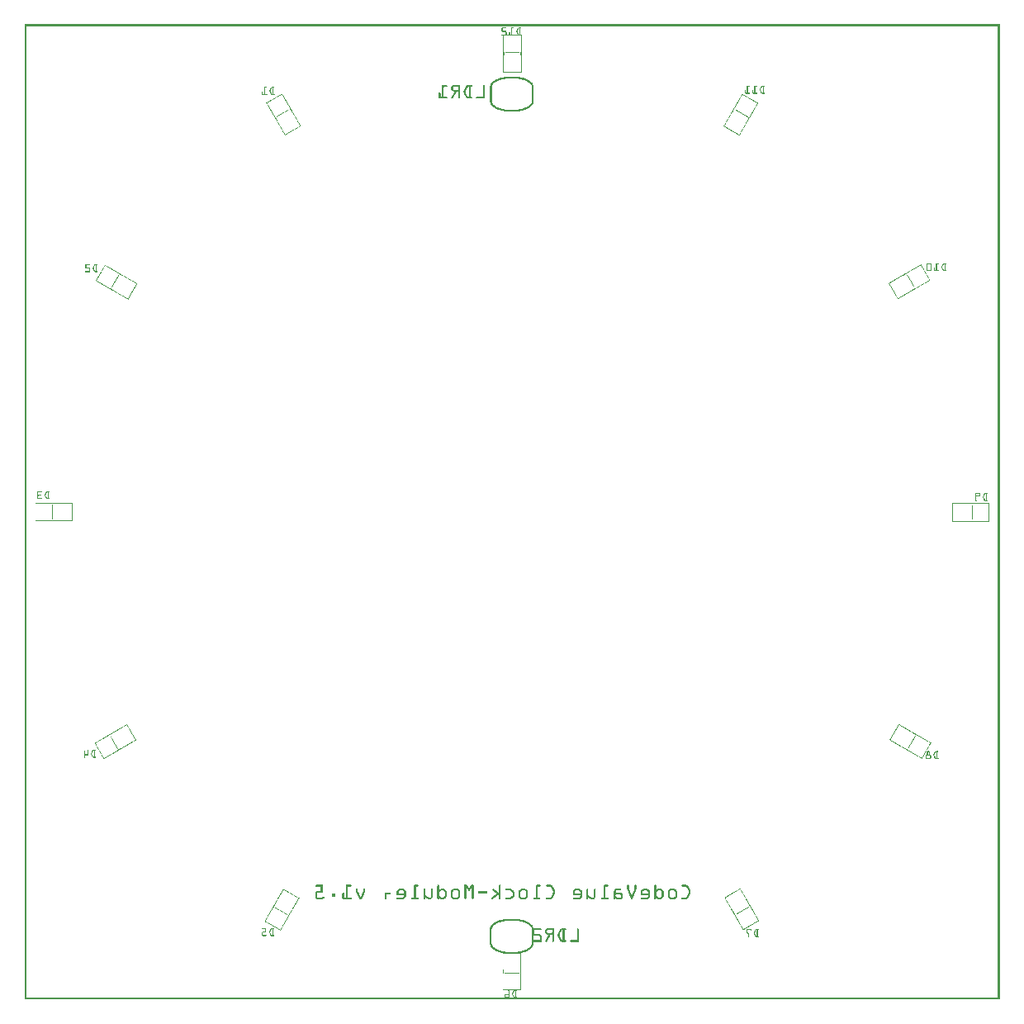
<source format=gbo>
G04 MADE WITH FRITZING*
G04 WWW.FRITZING.ORG*
G04 DOUBLE SIDED*
G04 HOLES PLATED*
G04 CONTOUR ON CENTER OF CONTOUR VECTOR*
%ASAXBY*%
%FSLAX23Y23*%
%MOIN*%
%OFA0B0*%
%SFA1.0B1.0*%
%ADD10R,0.001000X0.001000*%
%LNSILK0*%
G90*
G70*
G54D10*
X0Y3937D02*
X3936Y3937D01*
X0Y3936D02*
X3936Y3936D01*
X0Y3935D02*
X3936Y3935D01*
X0Y3934D02*
X3936Y3934D01*
X0Y3933D02*
X3936Y3933D01*
X0Y3932D02*
X3936Y3932D01*
X0Y3931D02*
X3936Y3931D01*
X0Y3930D02*
X3936Y3930D01*
X0Y3929D02*
X7Y3929D01*
X3929Y3929D02*
X3936Y3929D01*
X0Y3928D02*
X7Y3928D01*
X3929Y3928D02*
X3936Y3928D01*
X0Y3927D02*
X7Y3927D01*
X3929Y3927D02*
X3936Y3927D01*
X0Y3926D02*
X7Y3926D01*
X3929Y3926D02*
X3936Y3926D01*
X0Y3925D02*
X7Y3925D01*
X3929Y3925D02*
X3936Y3925D01*
X0Y3924D02*
X7Y3924D01*
X1928Y3924D02*
X1945Y3924D01*
X1964Y3924D02*
X1975Y3924D01*
X1994Y3924D02*
X2005Y3924D01*
X3929Y3924D02*
X3936Y3924D01*
X0Y3923D02*
X7Y3923D01*
X1927Y3923D02*
X1945Y3923D01*
X1964Y3923D02*
X1976Y3923D01*
X1993Y3923D02*
X2006Y3923D01*
X3929Y3923D02*
X3936Y3923D01*
X0Y3922D02*
X7Y3922D01*
X1926Y3922D02*
X1945Y3922D01*
X1964Y3922D02*
X1975Y3922D01*
X1992Y3922D02*
X2006Y3922D01*
X3929Y3922D02*
X3936Y3922D01*
X0Y3921D02*
X7Y3921D01*
X1926Y3921D02*
X1945Y3921D01*
X1964Y3921D02*
X1975Y3921D01*
X1991Y3921D02*
X2005Y3921D01*
X3929Y3921D02*
X3936Y3921D01*
X0Y3920D02*
X7Y3920D01*
X1926Y3920D02*
X1929Y3920D01*
X1964Y3920D02*
X1967Y3920D01*
X1991Y3920D02*
X1995Y3920D01*
X1998Y3920D02*
X2002Y3920D01*
X3929Y3920D02*
X3936Y3920D01*
X0Y3919D02*
X7Y3919D01*
X1926Y3919D02*
X1929Y3919D01*
X1964Y3919D02*
X1967Y3919D01*
X1990Y3919D02*
X1994Y3919D01*
X1998Y3919D02*
X2002Y3919D01*
X3929Y3919D02*
X3936Y3919D01*
X0Y3918D02*
X7Y3918D01*
X1926Y3918D02*
X1929Y3918D01*
X1964Y3918D02*
X1967Y3918D01*
X1990Y3918D02*
X1993Y3918D01*
X1998Y3918D02*
X2002Y3918D01*
X3929Y3918D02*
X3936Y3918D01*
X0Y3917D02*
X7Y3917D01*
X1926Y3917D02*
X1929Y3917D01*
X1964Y3917D02*
X1967Y3917D01*
X1989Y3917D02*
X1993Y3917D01*
X1998Y3917D02*
X2002Y3917D01*
X3929Y3917D02*
X3936Y3917D01*
X0Y3916D02*
X7Y3916D01*
X1926Y3916D02*
X1929Y3916D01*
X1964Y3916D02*
X1967Y3916D01*
X1989Y3916D02*
X1992Y3916D01*
X1998Y3916D02*
X2002Y3916D01*
X3929Y3916D02*
X3936Y3916D01*
X0Y3915D02*
X7Y3915D01*
X1926Y3915D02*
X1929Y3915D01*
X1964Y3915D02*
X1967Y3915D01*
X1988Y3915D02*
X1992Y3915D01*
X1998Y3915D02*
X2002Y3915D01*
X3929Y3915D02*
X3936Y3915D01*
X0Y3914D02*
X7Y3914D01*
X1926Y3914D02*
X1929Y3914D01*
X1964Y3914D02*
X1967Y3914D01*
X1988Y3914D02*
X1991Y3914D01*
X1998Y3914D02*
X2002Y3914D01*
X3929Y3914D02*
X3936Y3914D01*
X0Y3913D02*
X7Y3913D01*
X1926Y3913D02*
X1929Y3913D01*
X1964Y3913D02*
X1967Y3913D01*
X1987Y3913D02*
X1991Y3913D01*
X1998Y3913D02*
X2002Y3913D01*
X3929Y3913D02*
X3936Y3913D01*
X0Y3912D02*
X7Y3912D01*
X1926Y3912D02*
X1929Y3912D01*
X1964Y3912D02*
X1967Y3912D01*
X1987Y3912D02*
X1990Y3912D01*
X1998Y3912D02*
X2002Y3912D01*
X3929Y3912D02*
X3936Y3912D01*
X0Y3911D02*
X7Y3911D01*
X1926Y3911D02*
X1929Y3911D01*
X1964Y3911D02*
X1967Y3911D01*
X1986Y3911D02*
X1990Y3911D01*
X1998Y3911D02*
X2002Y3911D01*
X3929Y3911D02*
X3936Y3911D01*
X0Y3910D02*
X7Y3910D01*
X1926Y3910D02*
X1943Y3910D01*
X1964Y3910D02*
X1967Y3910D01*
X1986Y3910D02*
X1989Y3910D01*
X1998Y3910D02*
X2002Y3910D01*
X3929Y3910D02*
X3936Y3910D01*
X0Y3909D02*
X7Y3909D01*
X1926Y3909D02*
X1944Y3909D01*
X1964Y3909D02*
X1967Y3909D01*
X1986Y3909D02*
X1989Y3909D01*
X1998Y3909D02*
X2002Y3909D01*
X3929Y3909D02*
X3936Y3909D01*
X0Y3908D02*
X7Y3908D01*
X1927Y3908D02*
X1945Y3908D01*
X1964Y3908D02*
X1967Y3908D01*
X1986Y3908D02*
X1989Y3908D01*
X1998Y3908D02*
X2002Y3908D01*
X3929Y3908D02*
X3936Y3908D01*
X0Y3907D02*
X7Y3907D01*
X1928Y3907D02*
X1945Y3907D01*
X1964Y3907D02*
X1967Y3907D01*
X1986Y3907D02*
X1989Y3907D01*
X1998Y3907D02*
X2002Y3907D01*
X3929Y3907D02*
X3936Y3907D01*
X0Y3906D02*
X7Y3906D01*
X1942Y3906D02*
X1945Y3906D01*
X1956Y3906D02*
X1959Y3906D01*
X1964Y3906D02*
X1967Y3906D01*
X1986Y3906D02*
X1990Y3906D01*
X1998Y3906D02*
X2002Y3906D01*
X3929Y3906D02*
X3936Y3906D01*
X0Y3905D02*
X7Y3905D01*
X1942Y3905D02*
X1946Y3905D01*
X1956Y3905D02*
X1959Y3905D01*
X1964Y3905D02*
X1967Y3905D01*
X1987Y3905D02*
X1990Y3905D01*
X1998Y3905D02*
X2002Y3905D01*
X3929Y3905D02*
X3936Y3905D01*
X0Y3904D02*
X7Y3904D01*
X1942Y3904D02*
X1946Y3904D01*
X1956Y3904D02*
X1959Y3904D01*
X1964Y3904D02*
X1967Y3904D01*
X1987Y3904D02*
X1991Y3904D01*
X1998Y3904D02*
X2002Y3904D01*
X3929Y3904D02*
X3936Y3904D01*
X0Y3903D02*
X7Y3903D01*
X1942Y3903D02*
X1946Y3903D01*
X1956Y3903D02*
X1959Y3903D01*
X1964Y3903D02*
X1967Y3903D01*
X1988Y3903D02*
X1991Y3903D01*
X1998Y3903D02*
X2002Y3903D01*
X3929Y3903D02*
X3936Y3903D01*
X0Y3902D02*
X7Y3902D01*
X1942Y3902D02*
X1946Y3902D01*
X1956Y3902D02*
X1959Y3902D01*
X1964Y3902D02*
X1967Y3902D01*
X1988Y3902D02*
X1992Y3902D01*
X1998Y3902D02*
X2002Y3902D01*
X3929Y3902D02*
X3936Y3902D01*
X0Y3901D02*
X7Y3901D01*
X1942Y3901D02*
X1946Y3901D01*
X1956Y3901D02*
X1959Y3901D01*
X1964Y3901D02*
X1967Y3901D01*
X1989Y3901D02*
X1992Y3901D01*
X1998Y3901D02*
X2002Y3901D01*
X3929Y3901D02*
X3936Y3901D01*
X0Y3900D02*
X7Y3900D01*
X1942Y3900D02*
X1946Y3900D01*
X1956Y3900D02*
X1959Y3900D01*
X1964Y3900D02*
X1967Y3900D01*
X1989Y3900D02*
X1993Y3900D01*
X1998Y3900D02*
X2002Y3900D01*
X3929Y3900D02*
X3936Y3900D01*
X0Y3899D02*
X7Y3899D01*
X1942Y3899D02*
X1946Y3899D01*
X1956Y3899D02*
X1959Y3899D01*
X1964Y3899D02*
X1967Y3899D01*
X1990Y3899D02*
X1993Y3899D01*
X1998Y3899D02*
X2002Y3899D01*
X3929Y3899D02*
X3936Y3899D01*
X0Y3898D02*
X7Y3898D01*
X1942Y3898D02*
X1946Y3898D01*
X1956Y3898D02*
X1959Y3898D01*
X1964Y3898D02*
X1967Y3898D01*
X1990Y3898D02*
X1994Y3898D01*
X1998Y3898D02*
X2002Y3898D01*
X3929Y3898D02*
X3936Y3898D01*
X0Y3897D02*
X7Y3897D01*
X1942Y3897D02*
X1946Y3897D01*
X1956Y3897D02*
X1959Y3897D01*
X1964Y3897D02*
X1967Y3897D01*
X1991Y3897D02*
X1995Y3897D01*
X1998Y3897D02*
X2002Y3897D01*
X3929Y3897D02*
X3936Y3897D01*
X0Y3896D02*
X7Y3896D01*
X1927Y3896D02*
X1946Y3896D01*
X1956Y3896D02*
X1975Y3896D01*
X1991Y3896D02*
X2005Y3896D01*
X3929Y3896D02*
X3936Y3896D01*
X0Y3895D02*
X7Y3895D01*
X1926Y3895D02*
X1946Y3895D01*
X1956Y3895D02*
X1975Y3895D01*
X1992Y3895D02*
X2006Y3895D01*
X3929Y3895D02*
X3936Y3895D01*
X0Y3894D02*
X7Y3894D01*
X1926Y3894D02*
X2006Y3894D01*
X3929Y3894D02*
X3936Y3894D01*
X0Y3893D02*
X7Y3893D01*
X1926Y3893D02*
X2006Y3893D01*
X3929Y3893D02*
X3936Y3893D01*
X0Y3892D02*
X7Y3892D01*
X1933Y3892D02*
X2006Y3892D01*
X3929Y3892D02*
X3936Y3892D01*
X0Y3891D02*
X7Y3891D01*
X1933Y3891D02*
X1934Y3891D01*
X2005Y3891D02*
X2006Y3891D01*
X3929Y3891D02*
X3936Y3891D01*
X0Y3890D02*
X7Y3890D01*
X1933Y3890D02*
X1934Y3890D01*
X2005Y3890D02*
X2006Y3890D01*
X3929Y3890D02*
X3936Y3890D01*
X0Y3889D02*
X7Y3889D01*
X1933Y3889D02*
X1934Y3889D01*
X2005Y3889D02*
X2006Y3889D01*
X3929Y3889D02*
X3936Y3889D01*
X0Y3888D02*
X7Y3888D01*
X1933Y3888D02*
X1934Y3888D01*
X2005Y3888D02*
X2006Y3888D01*
X3929Y3888D02*
X3936Y3888D01*
X0Y3887D02*
X7Y3887D01*
X1933Y3887D02*
X1934Y3887D01*
X2005Y3887D02*
X2006Y3887D01*
X3929Y3887D02*
X3936Y3887D01*
X0Y3886D02*
X7Y3886D01*
X1933Y3886D02*
X1934Y3886D01*
X2005Y3886D02*
X2006Y3886D01*
X3929Y3886D02*
X3936Y3886D01*
X0Y3885D02*
X7Y3885D01*
X1933Y3885D02*
X1934Y3885D01*
X2005Y3885D02*
X2006Y3885D01*
X3929Y3885D02*
X3936Y3885D01*
X0Y3884D02*
X7Y3884D01*
X1933Y3884D02*
X1934Y3884D01*
X2005Y3884D02*
X2006Y3884D01*
X3929Y3884D02*
X3936Y3884D01*
X0Y3883D02*
X7Y3883D01*
X1933Y3883D02*
X1934Y3883D01*
X2005Y3883D02*
X2006Y3883D01*
X3929Y3883D02*
X3936Y3883D01*
X0Y3882D02*
X7Y3882D01*
X1933Y3882D02*
X1934Y3882D01*
X2005Y3882D02*
X2006Y3882D01*
X3929Y3882D02*
X3936Y3882D01*
X0Y3881D02*
X7Y3881D01*
X1933Y3881D02*
X1934Y3881D01*
X2005Y3881D02*
X2006Y3881D01*
X3929Y3881D02*
X3936Y3881D01*
X0Y3880D02*
X7Y3880D01*
X1933Y3880D02*
X1934Y3880D01*
X2005Y3880D02*
X2006Y3880D01*
X3929Y3880D02*
X3936Y3880D01*
X0Y3879D02*
X7Y3879D01*
X1933Y3879D02*
X1934Y3879D01*
X2005Y3879D02*
X2006Y3879D01*
X3929Y3879D02*
X3936Y3879D01*
X0Y3878D02*
X7Y3878D01*
X1933Y3878D02*
X1934Y3878D01*
X2005Y3878D02*
X2006Y3878D01*
X3929Y3878D02*
X3936Y3878D01*
X0Y3877D02*
X7Y3877D01*
X1933Y3877D02*
X1934Y3877D01*
X2005Y3877D02*
X2006Y3877D01*
X3929Y3877D02*
X3936Y3877D01*
X0Y3876D02*
X7Y3876D01*
X1933Y3876D02*
X1934Y3876D01*
X2005Y3876D02*
X2006Y3876D01*
X3929Y3876D02*
X3936Y3876D01*
X0Y3875D02*
X7Y3875D01*
X1933Y3875D02*
X1934Y3875D01*
X2005Y3875D02*
X2006Y3875D01*
X3929Y3875D02*
X3936Y3875D01*
X0Y3874D02*
X7Y3874D01*
X1933Y3874D02*
X1934Y3874D01*
X2005Y3874D02*
X2006Y3874D01*
X3929Y3874D02*
X3936Y3874D01*
X0Y3873D02*
X7Y3873D01*
X1933Y3873D02*
X1934Y3873D01*
X2005Y3873D02*
X2006Y3873D01*
X3929Y3873D02*
X3936Y3873D01*
X0Y3872D02*
X7Y3872D01*
X1933Y3872D02*
X1934Y3872D01*
X2005Y3872D02*
X2006Y3872D01*
X3929Y3872D02*
X3936Y3872D01*
X0Y3871D02*
X7Y3871D01*
X1933Y3871D02*
X1934Y3871D01*
X2005Y3871D02*
X2006Y3871D01*
X3929Y3871D02*
X3936Y3871D01*
X0Y3870D02*
X7Y3870D01*
X1933Y3870D02*
X1934Y3870D01*
X2005Y3870D02*
X2006Y3870D01*
X3929Y3870D02*
X3936Y3870D01*
X0Y3869D02*
X7Y3869D01*
X1933Y3869D02*
X1934Y3869D01*
X2005Y3869D02*
X2006Y3869D01*
X3929Y3869D02*
X3936Y3869D01*
X0Y3868D02*
X7Y3868D01*
X1933Y3868D02*
X1934Y3868D01*
X2005Y3868D02*
X2006Y3868D01*
X3929Y3868D02*
X3936Y3868D01*
X0Y3867D02*
X7Y3867D01*
X1933Y3867D02*
X1934Y3867D01*
X2005Y3867D02*
X2006Y3867D01*
X3929Y3867D02*
X3936Y3867D01*
X0Y3866D02*
X7Y3866D01*
X1933Y3866D02*
X1934Y3866D01*
X2005Y3866D02*
X2006Y3866D01*
X3929Y3866D02*
X3936Y3866D01*
X0Y3865D02*
X7Y3865D01*
X1933Y3865D02*
X1934Y3865D01*
X2005Y3865D02*
X2006Y3865D01*
X3929Y3865D02*
X3936Y3865D01*
X0Y3864D02*
X7Y3864D01*
X1933Y3864D02*
X1934Y3864D01*
X2005Y3864D02*
X2006Y3864D01*
X3929Y3864D02*
X3936Y3864D01*
X0Y3863D02*
X7Y3863D01*
X1933Y3863D02*
X1934Y3863D01*
X2005Y3863D02*
X2006Y3863D01*
X3929Y3863D02*
X3936Y3863D01*
X0Y3862D02*
X7Y3862D01*
X1933Y3862D02*
X1934Y3862D01*
X2005Y3862D02*
X2006Y3862D01*
X3929Y3862D02*
X3936Y3862D01*
X0Y3861D02*
X7Y3861D01*
X1933Y3861D02*
X1934Y3861D01*
X2005Y3861D02*
X2006Y3861D01*
X3929Y3861D02*
X3936Y3861D01*
X0Y3860D02*
X7Y3860D01*
X1933Y3860D02*
X1934Y3860D01*
X2005Y3860D02*
X2006Y3860D01*
X3929Y3860D02*
X3936Y3860D01*
X0Y3859D02*
X7Y3859D01*
X1933Y3859D02*
X1934Y3859D01*
X2005Y3859D02*
X2006Y3859D01*
X3929Y3859D02*
X3936Y3859D01*
X0Y3858D02*
X7Y3858D01*
X1933Y3858D02*
X1934Y3858D01*
X2005Y3858D02*
X2006Y3858D01*
X3929Y3858D02*
X3936Y3858D01*
X0Y3857D02*
X7Y3857D01*
X1933Y3857D02*
X1934Y3857D01*
X2005Y3857D02*
X2006Y3857D01*
X3929Y3857D02*
X3936Y3857D01*
X0Y3856D02*
X7Y3856D01*
X1933Y3856D02*
X1934Y3856D01*
X2005Y3856D02*
X2006Y3856D01*
X3929Y3856D02*
X3936Y3856D01*
X0Y3855D02*
X7Y3855D01*
X1933Y3855D02*
X1934Y3855D01*
X2005Y3855D02*
X2006Y3855D01*
X3929Y3855D02*
X3936Y3855D01*
X0Y3854D02*
X7Y3854D01*
X1933Y3854D02*
X1934Y3854D01*
X2005Y3854D02*
X2006Y3854D01*
X3929Y3854D02*
X3936Y3854D01*
X0Y3853D02*
X7Y3853D01*
X1933Y3853D02*
X1934Y3853D01*
X2005Y3853D02*
X2006Y3853D01*
X3929Y3853D02*
X3936Y3853D01*
X0Y3852D02*
X7Y3852D01*
X1933Y3852D02*
X1934Y3852D01*
X2005Y3852D02*
X2006Y3852D01*
X3929Y3852D02*
X3936Y3852D01*
X0Y3851D02*
X7Y3851D01*
X1933Y3851D02*
X1934Y3851D01*
X2005Y3851D02*
X2006Y3851D01*
X3929Y3851D02*
X3936Y3851D01*
X0Y3850D02*
X7Y3850D01*
X1933Y3850D02*
X1934Y3850D01*
X2005Y3850D02*
X2006Y3850D01*
X3929Y3850D02*
X3936Y3850D01*
X0Y3849D02*
X7Y3849D01*
X1933Y3849D02*
X1934Y3849D01*
X2005Y3849D02*
X2006Y3849D01*
X3929Y3849D02*
X3936Y3849D01*
X0Y3848D02*
X7Y3848D01*
X1933Y3848D02*
X1934Y3848D01*
X2005Y3848D02*
X2006Y3848D01*
X3929Y3848D02*
X3936Y3848D01*
X0Y3847D02*
X7Y3847D01*
X1933Y3847D02*
X1934Y3847D01*
X2005Y3847D02*
X2006Y3847D01*
X3929Y3847D02*
X3936Y3847D01*
X0Y3846D02*
X7Y3846D01*
X1933Y3846D02*
X1934Y3846D01*
X2005Y3846D02*
X2006Y3846D01*
X3929Y3846D02*
X3936Y3846D01*
X0Y3845D02*
X7Y3845D01*
X1933Y3845D02*
X1934Y3845D01*
X2005Y3845D02*
X2006Y3845D01*
X3929Y3845D02*
X3936Y3845D01*
X0Y3844D02*
X7Y3844D01*
X1933Y3844D02*
X1934Y3844D01*
X2005Y3844D02*
X2006Y3844D01*
X3929Y3844D02*
X3936Y3844D01*
X0Y3843D02*
X7Y3843D01*
X1933Y3843D02*
X1934Y3843D01*
X2005Y3843D02*
X2006Y3843D01*
X3929Y3843D02*
X3936Y3843D01*
X0Y3842D02*
X7Y3842D01*
X1933Y3842D02*
X1934Y3842D01*
X2005Y3842D02*
X2006Y3842D01*
X3929Y3842D02*
X3936Y3842D01*
X0Y3841D02*
X7Y3841D01*
X1933Y3841D02*
X1934Y3841D01*
X2005Y3841D02*
X2006Y3841D01*
X3929Y3841D02*
X3936Y3841D01*
X0Y3840D02*
X7Y3840D01*
X1933Y3840D02*
X1934Y3840D01*
X2005Y3840D02*
X2006Y3840D01*
X3929Y3840D02*
X3936Y3840D01*
X0Y3839D02*
X7Y3839D01*
X1933Y3839D02*
X1934Y3839D01*
X2005Y3839D02*
X2006Y3839D01*
X3929Y3839D02*
X3936Y3839D01*
X0Y3838D02*
X7Y3838D01*
X1933Y3838D02*
X1934Y3838D01*
X2005Y3838D02*
X2006Y3838D01*
X3929Y3838D02*
X3936Y3838D01*
X0Y3837D02*
X7Y3837D01*
X1933Y3837D02*
X1934Y3837D01*
X2005Y3837D02*
X2006Y3837D01*
X3929Y3837D02*
X3936Y3837D01*
X0Y3836D02*
X7Y3836D01*
X1933Y3836D02*
X1934Y3836D01*
X2005Y3836D02*
X2006Y3836D01*
X3929Y3836D02*
X3936Y3836D01*
X0Y3835D02*
X7Y3835D01*
X1933Y3835D02*
X1934Y3835D01*
X2005Y3835D02*
X2006Y3835D01*
X3929Y3835D02*
X3936Y3835D01*
X0Y3834D02*
X7Y3834D01*
X1933Y3834D02*
X1934Y3834D01*
X2005Y3834D02*
X2006Y3834D01*
X3929Y3834D02*
X3936Y3834D01*
X0Y3833D02*
X7Y3833D01*
X1933Y3833D02*
X1934Y3833D01*
X2005Y3833D02*
X2006Y3833D01*
X3929Y3833D02*
X3936Y3833D01*
X0Y3832D02*
X7Y3832D01*
X1933Y3832D02*
X1934Y3832D01*
X2005Y3832D02*
X2006Y3832D01*
X3929Y3832D02*
X3936Y3832D01*
X0Y3831D02*
X7Y3831D01*
X1933Y3831D02*
X1934Y3831D01*
X2005Y3831D02*
X2006Y3831D01*
X3929Y3831D02*
X3936Y3831D01*
X0Y3830D02*
X7Y3830D01*
X1933Y3830D02*
X1934Y3830D01*
X2005Y3830D02*
X2006Y3830D01*
X3929Y3830D02*
X3936Y3830D01*
X0Y3829D02*
X7Y3829D01*
X1933Y3829D02*
X1934Y3829D01*
X2005Y3829D02*
X2006Y3829D01*
X3929Y3829D02*
X3936Y3829D01*
X0Y3828D02*
X7Y3828D01*
X1933Y3828D02*
X1934Y3828D01*
X2005Y3828D02*
X2006Y3828D01*
X3929Y3828D02*
X3936Y3828D01*
X0Y3827D02*
X7Y3827D01*
X1933Y3827D02*
X1934Y3827D01*
X2005Y3827D02*
X2006Y3827D01*
X3929Y3827D02*
X3936Y3827D01*
X0Y3826D02*
X7Y3826D01*
X1933Y3826D02*
X1936Y3826D01*
X1940Y3826D02*
X1998Y3826D01*
X2003Y3826D02*
X2006Y3826D01*
X3929Y3826D02*
X3936Y3826D01*
X0Y3825D02*
X7Y3825D01*
X1933Y3825D02*
X1936Y3825D01*
X1940Y3825D02*
X1998Y3825D01*
X2003Y3825D02*
X2006Y3825D01*
X3929Y3825D02*
X3936Y3825D01*
X0Y3824D02*
X7Y3824D01*
X1933Y3824D02*
X1936Y3824D01*
X1940Y3824D02*
X1998Y3824D01*
X2003Y3824D02*
X2006Y3824D01*
X3929Y3824D02*
X3936Y3824D01*
X0Y3823D02*
X7Y3823D01*
X1933Y3823D02*
X1936Y3823D01*
X2003Y3823D02*
X2006Y3823D01*
X3929Y3823D02*
X3936Y3823D01*
X0Y3822D02*
X7Y3822D01*
X1933Y3822D02*
X1936Y3822D01*
X2003Y3822D02*
X2006Y3822D01*
X3929Y3822D02*
X3936Y3822D01*
X0Y3821D02*
X7Y3821D01*
X1933Y3821D02*
X1936Y3821D01*
X2003Y3821D02*
X2006Y3821D01*
X3929Y3821D02*
X3936Y3821D01*
X0Y3820D02*
X7Y3820D01*
X1933Y3820D02*
X1936Y3820D01*
X2003Y3820D02*
X2006Y3820D01*
X3929Y3820D02*
X3936Y3820D01*
X0Y3819D02*
X7Y3819D01*
X1933Y3819D02*
X1936Y3819D01*
X2003Y3819D02*
X2006Y3819D01*
X3929Y3819D02*
X3936Y3819D01*
X0Y3818D02*
X7Y3818D01*
X1933Y3818D02*
X1936Y3818D01*
X2003Y3818D02*
X2006Y3818D01*
X3929Y3818D02*
X3936Y3818D01*
X0Y3817D02*
X7Y3817D01*
X1933Y3817D02*
X1936Y3817D01*
X2003Y3817D02*
X2006Y3817D01*
X3929Y3817D02*
X3936Y3817D01*
X0Y3816D02*
X7Y3816D01*
X1933Y3816D02*
X1936Y3816D01*
X2003Y3816D02*
X2006Y3816D01*
X3929Y3816D02*
X3936Y3816D01*
X0Y3815D02*
X7Y3815D01*
X1933Y3815D02*
X1936Y3815D01*
X2003Y3815D02*
X2006Y3815D01*
X3929Y3815D02*
X3936Y3815D01*
X0Y3814D02*
X7Y3814D01*
X1933Y3814D02*
X1936Y3814D01*
X2003Y3814D02*
X2006Y3814D01*
X3929Y3814D02*
X3936Y3814D01*
X0Y3813D02*
X7Y3813D01*
X1933Y3813D02*
X1936Y3813D01*
X2003Y3813D02*
X2006Y3813D01*
X3929Y3813D02*
X3936Y3813D01*
X0Y3812D02*
X7Y3812D01*
X1933Y3812D02*
X1936Y3812D01*
X2003Y3812D02*
X2006Y3812D01*
X3929Y3812D02*
X3936Y3812D01*
X0Y3811D02*
X7Y3811D01*
X1933Y3811D02*
X1936Y3811D01*
X2003Y3811D02*
X2006Y3811D01*
X3929Y3811D02*
X3936Y3811D01*
X0Y3810D02*
X7Y3810D01*
X1933Y3810D02*
X1934Y3810D01*
X2005Y3810D02*
X2006Y3810D01*
X3929Y3810D02*
X3936Y3810D01*
X0Y3809D02*
X7Y3809D01*
X1933Y3809D02*
X1934Y3809D01*
X2005Y3809D02*
X2006Y3809D01*
X3929Y3809D02*
X3936Y3809D01*
X0Y3808D02*
X7Y3808D01*
X1933Y3808D02*
X1934Y3808D01*
X2005Y3808D02*
X2006Y3808D01*
X3929Y3808D02*
X3936Y3808D01*
X0Y3807D02*
X7Y3807D01*
X1933Y3807D02*
X1934Y3807D01*
X2005Y3807D02*
X2006Y3807D01*
X3929Y3807D02*
X3936Y3807D01*
X0Y3806D02*
X7Y3806D01*
X1933Y3806D02*
X1934Y3806D01*
X2005Y3806D02*
X2006Y3806D01*
X3929Y3806D02*
X3936Y3806D01*
X0Y3805D02*
X7Y3805D01*
X1933Y3805D02*
X1934Y3805D01*
X2005Y3805D02*
X2006Y3805D01*
X3929Y3805D02*
X3936Y3805D01*
X0Y3804D02*
X7Y3804D01*
X1933Y3804D02*
X1934Y3804D01*
X2005Y3804D02*
X2006Y3804D01*
X3929Y3804D02*
X3936Y3804D01*
X0Y3803D02*
X7Y3803D01*
X1933Y3803D02*
X1934Y3803D01*
X2005Y3803D02*
X2006Y3803D01*
X3929Y3803D02*
X3936Y3803D01*
X0Y3802D02*
X7Y3802D01*
X1933Y3802D02*
X1934Y3802D01*
X2005Y3802D02*
X2006Y3802D01*
X3929Y3802D02*
X3936Y3802D01*
X0Y3801D02*
X7Y3801D01*
X1933Y3801D02*
X1934Y3801D01*
X2005Y3801D02*
X2006Y3801D01*
X3929Y3801D02*
X3936Y3801D01*
X0Y3800D02*
X7Y3800D01*
X1933Y3800D02*
X1934Y3800D01*
X2005Y3800D02*
X2006Y3800D01*
X3929Y3800D02*
X3936Y3800D01*
X0Y3799D02*
X7Y3799D01*
X1933Y3799D02*
X1934Y3799D01*
X2005Y3799D02*
X2006Y3799D01*
X3929Y3799D02*
X3936Y3799D01*
X0Y3798D02*
X7Y3798D01*
X1933Y3798D02*
X1934Y3798D01*
X2005Y3798D02*
X2006Y3798D01*
X3929Y3798D02*
X3936Y3798D01*
X0Y3797D02*
X7Y3797D01*
X1933Y3797D02*
X1934Y3797D01*
X2005Y3797D02*
X2006Y3797D01*
X3929Y3797D02*
X3936Y3797D01*
X0Y3796D02*
X7Y3796D01*
X1933Y3796D02*
X1934Y3796D01*
X2005Y3796D02*
X2006Y3796D01*
X3929Y3796D02*
X3936Y3796D01*
X0Y3795D02*
X7Y3795D01*
X1933Y3795D02*
X1934Y3795D01*
X2005Y3795D02*
X2006Y3795D01*
X3929Y3795D02*
X3936Y3795D01*
X0Y3794D02*
X7Y3794D01*
X1933Y3794D02*
X1934Y3794D01*
X2005Y3794D02*
X2006Y3794D01*
X3929Y3794D02*
X3936Y3794D01*
X0Y3793D02*
X7Y3793D01*
X1933Y3793D02*
X1934Y3793D01*
X2005Y3793D02*
X2006Y3793D01*
X3929Y3793D02*
X3936Y3793D01*
X0Y3792D02*
X7Y3792D01*
X1933Y3792D02*
X1934Y3792D01*
X2005Y3792D02*
X2006Y3792D01*
X3929Y3792D02*
X3936Y3792D01*
X0Y3791D02*
X7Y3791D01*
X1933Y3791D02*
X1934Y3791D01*
X2005Y3791D02*
X2006Y3791D01*
X3929Y3791D02*
X3936Y3791D01*
X0Y3790D02*
X7Y3790D01*
X1933Y3790D02*
X1934Y3790D01*
X2005Y3790D02*
X2006Y3790D01*
X3929Y3790D02*
X3936Y3790D01*
X0Y3789D02*
X7Y3789D01*
X1933Y3789D02*
X1934Y3789D01*
X2005Y3789D02*
X2006Y3789D01*
X3929Y3789D02*
X3936Y3789D01*
X0Y3788D02*
X7Y3788D01*
X1933Y3788D02*
X1934Y3788D01*
X2005Y3788D02*
X2006Y3788D01*
X3929Y3788D02*
X3936Y3788D01*
X0Y3787D02*
X7Y3787D01*
X1933Y3787D02*
X1934Y3787D01*
X2005Y3787D02*
X2006Y3787D01*
X3929Y3787D02*
X3936Y3787D01*
X0Y3786D02*
X7Y3786D01*
X1933Y3786D02*
X1934Y3786D01*
X2005Y3786D02*
X2006Y3786D01*
X3929Y3786D02*
X3936Y3786D01*
X0Y3785D02*
X7Y3785D01*
X1933Y3785D02*
X1934Y3785D01*
X2005Y3785D02*
X2006Y3785D01*
X3929Y3785D02*
X3936Y3785D01*
X0Y3784D02*
X7Y3784D01*
X1933Y3784D02*
X1934Y3784D01*
X2005Y3784D02*
X2006Y3784D01*
X3929Y3784D02*
X3936Y3784D01*
X0Y3783D02*
X7Y3783D01*
X1933Y3783D02*
X1934Y3783D01*
X2005Y3783D02*
X2006Y3783D01*
X3929Y3783D02*
X3936Y3783D01*
X0Y3782D02*
X7Y3782D01*
X1933Y3782D02*
X1934Y3782D01*
X2005Y3782D02*
X2006Y3782D01*
X3929Y3782D02*
X3936Y3782D01*
X0Y3781D02*
X7Y3781D01*
X1933Y3781D02*
X1934Y3781D01*
X2005Y3781D02*
X2006Y3781D01*
X3929Y3781D02*
X3936Y3781D01*
X0Y3780D02*
X7Y3780D01*
X1933Y3780D02*
X1934Y3780D01*
X2005Y3780D02*
X2006Y3780D01*
X3929Y3780D02*
X3936Y3780D01*
X0Y3779D02*
X7Y3779D01*
X1933Y3779D02*
X1934Y3779D01*
X2005Y3779D02*
X2006Y3779D01*
X3929Y3779D02*
X3936Y3779D01*
X0Y3778D02*
X7Y3778D01*
X1933Y3778D02*
X1934Y3778D01*
X2005Y3778D02*
X2006Y3778D01*
X3929Y3778D02*
X3936Y3778D01*
X0Y3777D02*
X7Y3777D01*
X1933Y3777D02*
X1934Y3777D01*
X2005Y3777D02*
X2006Y3777D01*
X3929Y3777D02*
X3936Y3777D01*
X0Y3776D02*
X7Y3776D01*
X1933Y3776D02*
X1934Y3776D01*
X2005Y3776D02*
X2006Y3776D01*
X3929Y3776D02*
X3936Y3776D01*
X0Y3775D02*
X7Y3775D01*
X1933Y3775D02*
X1934Y3775D01*
X2005Y3775D02*
X2006Y3775D01*
X3929Y3775D02*
X3936Y3775D01*
X0Y3774D02*
X7Y3774D01*
X1933Y3774D02*
X1934Y3774D01*
X2005Y3774D02*
X2006Y3774D01*
X3929Y3774D02*
X3936Y3774D01*
X0Y3773D02*
X7Y3773D01*
X1933Y3773D02*
X1934Y3773D01*
X2005Y3773D02*
X2006Y3773D01*
X3929Y3773D02*
X3936Y3773D01*
X0Y3772D02*
X7Y3772D01*
X1933Y3772D02*
X1934Y3772D01*
X2005Y3772D02*
X2006Y3772D01*
X3929Y3772D02*
X3936Y3772D01*
X0Y3771D02*
X7Y3771D01*
X1933Y3771D02*
X1934Y3771D01*
X2005Y3771D02*
X2006Y3771D01*
X3929Y3771D02*
X3936Y3771D01*
X0Y3770D02*
X7Y3770D01*
X1933Y3770D02*
X1934Y3770D01*
X2005Y3770D02*
X2006Y3770D01*
X3929Y3770D02*
X3936Y3770D01*
X0Y3769D02*
X7Y3769D01*
X1933Y3769D02*
X1934Y3769D01*
X2005Y3769D02*
X2006Y3769D01*
X3929Y3769D02*
X3936Y3769D01*
X0Y3768D02*
X7Y3768D01*
X1933Y3768D02*
X1934Y3768D01*
X2005Y3768D02*
X2006Y3768D01*
X3929Y3768D02*
X3936Y3768D01*
X0Y3767D02*
X7Y3767D01*
X1933Y3767D02*
X1934Y3767D01*
X2005Y3767D02*
X2006Y3767D01*
X3929Y3767D02*
X3936Y3767D01*
X0Y3766D02*
X7Y3766D01*
X1933Y3766D02*
X1934Y3766D01*
X2005Y3766D02*
X2006Y3766D01*
X3929Y3766D02*
X3936Y3766D01*
X0Y3765D02*
X7Y3765D01*
X1933Y3765D02*
X1934Y3765D01*
X2005Y3765D02*
X2006Y3765D01*
X3929Y3765D02*
X3936Y3765D01*
X0Y3764D02*
X7Y3764D01*
X1933Y3764D02*
X1934Y3764D01*
X2005Y3764D02*
X2006Y3764D01*
X3929Y3764D02*
X3936Y3764D01*
X0Y3763D02*
X7Y3763D01*
X1933Y3763D02*
X1934Y3763D01*
X2005Y3763D02*
X2006Y3763D01*
X3929Y3763D02*
X3936Y3763D01*
X0Y3762D02*
X7Y3762D01*
X1933Y3762D02*
X1934Y3762D01*
X2005Y3762D02*
X2006Y3762D01*
X3929Y3762D02*
X3936Y3762D01*
X0Y3761D02*
X7Y3761D01*
X1933Y3761D02*
X1934Y3761D01*
X2005Y3761D02*
X2006Y3761D01*
X3929Y3761D02*
X3936Y3761D01*
X0Y3760D02*
X7Y3760D01*
X1933Y3760D02*
X1934Y3760D01*
X2005Y3760D02*
X2006Y3760D01*
X3929Y3760D02*
X3936Y3760D01*
X0Y3759D02*
X7Y3759D01*
X1933Y3759D02*
X1934Y3759D01*
X2005Y3759D02*
X2006Y3759D01*
X3929Y3759D02*
X3936Y3759D01*
X0Y3758D02*
X7Y3758D01*
X1933Y3758D02*
X1934Y3758D01*
X2005Y3758D02*
X2006Y3758D01*
X3929Y3758D02*
X3936Y3758D01*
X0Y3757D02*
X7Y3757D01*
X1933Y3757D02*
X1934Y3757D01*
X2005Y3757D02*
X2006Y3757D01*
X3929Y3757D02*
X3936Y3757D01*
X0Y3756D02*
X7Y3756D01*
X1933Y3756D02*
X1934Y3756D01*
X2005Y3756D02*
X2006Y3756D01*
X3929Y3756D02*
X3936Y3756D01*
X0Y3755D02*
X7Y3755D01*
X1933Y3755D02*
X1934Y3755D01*
X2005Y3755D02*
X2006Y3755D01*
X3929Y3755D02*
X3936Y3755D01*
X0Y3754D02*
X7Y3754D01*
X1933Y3754D02*
X1934Y3754D01*
X2005Y3754D02*
X2006Y3754D01*
X3929Y3754D02*
X3936Y3754D01*
X0Y3753D02*
X7Y3753D01*
X1933Y3753D02*
X1934Y3753D01*
X2005Y3753D02*
X2006Y3753D01*
X3929Y3753D02*
X3936Y3753D01*
X0Y3752D02*
X7Y3752D01*
X1933Y3752D02*
X1934Y3752D01*
X2005Y3752D02*
X2006Y3752D01*
X3929Y3752D02*
X3936Y3752D01*
X0Y3751D02*
X7Y3751D01*
X1933Y3751D02*
X1934Y3751D01*
X2005Y3751D02*
X2006Y3751D01*
X3929Y3751D02*
X3936Y3751D01*
X0Y3750D02*
X7Y3750D01*
X1933Y3750D02*
X1934Y3750D01*
X2005Y3750D02*
X2006Y3750D01*
X3929Y3750D02*
X3936Y3750D01*
X0Y3749D02*
X7Y3749D01*
X1933Y3749D02*
X1934Y3749D01*
X2005Y3749D02*
X2006Y3749D01*
X3929Y3749D02*
X3936Y3749D01*
X0Y3748D02*
X7Y3748D01*
X1933Y3748D02*
X1934Y3748D01*
X2005Y3748D02*
X2006Y3748D01*
X3929Y3748D02*
X3936Y3748D01*
X0Y3747D02*
X7Y3747D01*
X1933Y3747D02*
X1934Y3747D01*
X2005Y3747D02*
X2006Y3747D01*
X3929Y3747D02*
X3936Y3747D01*
X0Y3746D02*
X7Y3746D01*
X1933Y3746D02*
X1935Y3746D01*
X2004Y3746D02*
X2006Y3746D01*
X3929Y3746D02*
X3936Y3746D01*
X0Y3745D02*
X7Y3745D01*
X1933Y3745D02*
X2006Y3745D01*
X3929Y3745D02*
X3936Y3745D01*
X0Y3744D02*
X7Y3744D01*
X1933Y3744D02*
X2006Y3744D01*
X3929Y3744D02*
X3936Y3744D01*
X0Y3743D02*
X7Y3743D01*
X1933Y3743D02*
X2006Y3743D01*
X3929Y3743D02*
X3936Y3743D01*
X0Y3742D02*
X7Y3742D01*
X3929Y3742D02*
X3936Y3742D01*
X0Y3741D02*
X7Y3741D01*
X3929Y3741D02*
X3936Y3741D01*
X0Y3740D02*
X7Y3740D01*
X3929Y3740D02*
X3936Y3740D01*
X0Y3739D02*
X7Y3739D01*
X3929Y3739D02*
X3936Y3739D01*
X0Y3738D02*
X7Y3738D01*
X3929Y3738D02*
X3936Y3738D01*
X0Y3737D02*
X7Y3737D01*
X3929Y3737D02*
X3936Y3737D01*
X0Y3736D02*
X7Y3736D01*
X3929Y3736D02*
X3936Y3736D01*
X0Y3735D02*
X7Y3735D01*
X3929Y3735D02*
X3936Y3735D01*
X0Y3734D02*
X7Y3734D01*
X3929Y3734D02*
X3936Y3734D01*
X0Y3733D02*
X7Y3733D01*
X3929Y3733D02*
X3936Y3733D01*
X0Y3732D02*
X7Y3732D01*
X3929Y3732D02*
X3936Y3732D01*
X0Y3731D02*
X7Y3731D01*
X3929Y3731D02*
X3936Y3731D01*
X0Y3730D02*
X7Y3730D01*
X3929Y3730D02*
X3936Y3730D01*
X0Y3729D02*
X7Y3729D01*
X3929Y3729D02*
X3936Y3729D01*
X0Y3728D02*
X7Y3728D01*
X3929Y3728D02*
X3936Y3728D01*
X0Y3727D02*
X7Y3727D01*
X3929Y3727D02*
X3936Y3727D01*
X0Y3726D02*
X7Y3726D01*
X1953Y3726D02*
X1981Y3726D01*
X3929Y3726D02*
X3936Y3726D01*
X0Y3725D02*
X7Y3725D01*
X1942Y3725D02*
X1992Y3725D01*
X3929Y3725D02*
X3936Y3725D01*
X0Y3724D02*
X7Y3724D01*
X1935Y3724D02*
X1999Y3724D01*
X3929Y3724D02*
X3936Y3724D01*
X0Y3723D02*
X7Y3723D01*
X1930Y3723D02*
X2004Y3723D01*
X3929Y3723D02*
X3936Y3723D01*
X0Y3722D02*
X7Y3722D01*
X1926Y3722D02*
X2008Y3722D01*
X3929Y3722D02*
X3936Y3722D01*
X0Y3721D02*
X7Y3721D01*
X1922Y3721D02*
X2012Y3721D01*
X3929Y3721D02*
X3936Y3721D01*
X0Y3720D02*
X7Y3720D01*
X1918Y3720D02*
X2016Y3720D01*
X3929Y3720D02*
X3936Y3720D01*
X0Y3719D02*
X7Y3719D01*
X1915Y3719D02*
X2019Y3719D01*
X3929Y3719D02*
X3936Y3719D01*
X0Y3718D02*
X7Y3718D01*
X1912Y3718D02*
X1950Y3718D01*
X1984Y3718D02*
X2021Y3718D01*
X3929Y3718D02*
X3936Y3718D01*
X0Y3717D02*
X7Y3717D01*
X1910Y3717D02*
X1940Y3717D01*
X1994Y3717D02*
X2024Y3717D01*
X3929Y3717D02*
X3936Y3717D01*
X0Y3716D02*
X7Y3716D01*
X1908Y3716D02*
X1934Y3716D01*
X2000Y3716D02*
X2026Y3716D01*
X3929Y3716D02*
X3936Y3716D01*
X0Y3715D02*
X7Y3715D01*
X1905Y3715D02*
X1929Y3715D01*
X2005Y3715D02*
X2029Y3715D01*
X3929Y3715D02*
X3936Y3715D01*
X0Y3714D02*
X7Y3714D01*
X1903Y3714D02*
X1925Y3714D01*
X2009Y3714D02*
X2031Y3714D01*
X3929Y3714D02*
X3936Y3714D01*
X0Y3713D02*
X7Y3713D01*
X1901Y3713D02*
X1921Y3713D01*
X2013Y3713D02*
X2032Y3713D01*
X3929Y3713D02*
X3936Y3713D01*
X0Y3712D02*
X7Y3712D01*
X1900Y3712D02*
X1918Y3712D01*
X2016Y3712D02*
X2034Y3712D01*
X3929Y3712D02*
X3936Y3712D01*
X0Y3711D02*
X7Y3711D01*
X1898Y3711D02*
X1915Y3711D01*
X2019Y3711D02*
X2036Y3711D01*
X3929Y3711D02*
X3936Y3711D01*
X0Y3710D02*
X7Y3710D01*
X1897Y3710D02*
X1913Y3710D01*
X2021Y3710D02*
X2037Y3710D01*
X3929Y3710D02*
X3936Y3710D01*
X0Y3709D02*
X7Y3709D01*
X1895Y3709D02*
X1910Y3709D01*
X2024Y3709D02*
X2039Y3709D01*
X3929Y3709D02*
X3936Y3709D01*
X0Y3708D02*
X7Y3708D01*
X1894Y3708D02*
X1908Y3708D01*
X2026Y3708D02*
X2040Y3708D01*
X3929Y3708D02*
X3936Y3708D01*
X0Y3707D02*
X7Y3707D01*
X1892Y3707D02*
X1906Y3707D01*
X2028Y3707D02*
X2042Y3707D01*
X3929Y3707D02*
X3936Y3707D01*
X0Y3706D02*
X7Y3706D01*
X1891Y3706D02*
X1904Y3706D01*
X2030Y3706D02*
X2043Y3706D01*
X3929Y3706D02*
X3936Y3706D01*
X0Y3705D02*
X7Y3705D01*
X1890Y3705D02*
X1902Y3705D01*
X2032Y3705D02*
X2044Y3705D01*
X3929Y3705D02*
X3936Y3705D01*
X0Y3704D02*
X7Y3704D01*
X1889Y3704D02*
X1901Y3704D01*
X2033Y3704D02*
X2045Y3704D01*
X3929Y3704D02*
X3936Y3704D01*
X0Y3703D02*
X7Y3703D01*
X1888Y3703D02*
X1899Y3703D01*
X2035Y3703D02*
X2046Y3703D01*
X3929Y3703D02*
X3936Y3703D01*
X0Y3702D02*
X7Y3702D01*
X1887Y3702D02*
X1897Y3702D01*
X2036Y3702D02*
X2047Y3702D01*
X3929Y3702D02*
X3936Y3702D01*
X0Y3701D02*
X7Y3701D01*
X1886Y3701D02*
X1896Y3701D01*
X2038Y3701D02*
X2048Y3701D01*
X3929Y3701D02*
X3936Y3701D01*
X0Y3700D02*
X7Y3700D01*
X1885Y3700D02*
X1895Y3700D01*
X2039Y3700D02*
X2049Y3700D01*
X3929Y3700D02*
X3936Y3700D01*
X0Y3699D02*
X7Y3699D01*
X1885Y3699D02*
X1894Y3699D01*
X2040Y3699D02*
X2049Y3699D01*
X3929Y3699D02*
X3936Y3699D01*
X0Y3698D02*
X7Y3698D01*
X1884Y3698D02*
X1893Y3698D01*
X2041Y3698D02*
X2050Y3698D01*
X3929Y3698D02*
X3936Y3698D01*
X0Y3697D02*
X7Y3697D01*
X1883Y3697D02*
X1892Y3697D01*
X2042Y3697D02*
X2051Y3697D01*
X3929Y3697D02*
X3936Y3697D01*
X0Y3696D02*
X7Y3696D01*
X1883Y3696D02*
X1891Y3696D01*
X2043Y3696D02*
X2051Y3696D01*
X3929Y3696D02*
X3936Y3696D01*
X0Y3695D02*
X7Y3695D01*
X1882Y3695D02*
X1890Y3695D01*
X2044Y3695D02*
X2052Y3695D01*
X3929Y3695D02*
X3936Y3695D01*
X0Y3694D02*
X7Y3694D01*
X1882Y3694D02*
X1889Y3694D01*
X2045Y3694D02*
X2052Y3694D01*
X3929Y3694D02*
X3936Y3694D01*
X0Y3693D02*
X7Y3693D01*
X1881Y3693D02*
X1889Y3693D01*
X2045Y3693D02*
X2053Y3693D01*
X3929Y3693D02*
X3936Y3693D01*
X0Y3692D02*
X7Y3692D01*
X1881Y3692D02*
X1888Y3692D01*
X2046Y3692D02*
X2053Y3692D01*
X3929Y3692D02*
X3936Y3692D01*
X0Y3691D02*
X7Y3691D01*
X1686Y3691D02*
X1704Y3691D01*
X1731Y3691D02*
X1756Y3691D01*
X1788Y3691D02*
X1805Y3691D01*
X1853Y3691D02*
X1855Y3691D01*
X1880Y3691D02*
X1888Y3691D01*
X2046Y3691D02*
X2054Y3691D01*
X3929Y3691D02*
X3936Y3691D01*
X0Y3690D02*
X7Y3690D01*
X1686Y3690D02*
X1705Y3690D01*
X1728Y3690D02*
X1756Y3690D01*
X1786Y3690D02*
X1806Y3690D01*
X1852Y3690D02*
X1856Y3690D01*
X1880Y3690D02*
X1887Y3690D01*
X2047Y3690D02*
X2054Y3690D01*
X3929Y3690D02*
X3936Y3690D01*
X0Y3689D02*
X7Y3689D01*
X1686Y3689D02*
X1706Y3689D01*
X1727Y3689D02*
X1756Y3689D01*
X1785Y3689D02*
X1806Y3689D01*
X1851Y3689D02*
X1857Y3689D01*
X1880Y3689D02*
X1887Y3689D01*
X2047Y3689D02*
X2054Y3689D01*
X2916Y3689D02*
X2927Y3689D01*
X2946Y3689D02*
X2957Y3689D01*
X2977Y3689D02*
X2987Y3689D01*
X3929Y3689D02*
X3936Y3689D01*
X0Y3688D02*
X7Y3688D01*
X1686Y3688D02*
X1706Y3688D01*
X1726Y3688D02*
X1756Y3688D01*
X1784Y3688D02*
X1807Y3688D01*
X1851Y3688D02*
X1857Y3688D01*
X1879Y3688D02*
X1886Y3688D01*
X2047Y3688D02*
X2055Y3688D01*
X2916Y3688D02*
X2927Y3688D01*
X2946Y3688D02*
X2957Y3688D01*
X2975Y3688D02*
X2988Y3688D01*
X3929Y3688D02*
X3936Y3688D01*
X0Y3687D02*
X7Y3687D01*
X1686Y3687D02*
X1706Y3687D01*
X1725Y3687D02*
X1756Y3687D01*
X1783Y3687D02*
X1806Y3687D01*
X1851Y3687D02*
X1857Y3687D01*
X1879Y3687D02*
X1886Y3687D01*
X2048Y3687D02*
X2055Y3687D01*
X2916Y3687D02*
X2927Y3687D01*
X2946Y3687D02*
X2957Y3687D01*
X2974Y3687D02*
X2988Y3687D01*
X3929Y3687D02*
X3936Y3687D01*
X0Y3686D02*
X7Y3686D01*
X1686Y3686D02*
X1706Y3686D01*
X1724Y3686D02*
X1756Y3686D01*
X1782Y3686D02*
X1806Y3686D01*
X1851Y3686D02*
X1857Y3686D01*
X1879Y3686D02*
X1886Y3686D01*
X2048Y3686D02*
X2055Y3686D01*
X2916Y3686D02*
X2927Y3686D01*
X2946Y3686D02*
X2957Y3686D01*
X2973Y3686D02*
X2987Y3686D01*
X3929Y3686D02*
X3936Y3686D01*
X0Y3685D02*
X7Y3685D01*
X1686Y3685D02*
X1705Y3685D01*
X1724Y3685D02*
X1756Y3685D01*
X1782Y3685D02*
X1805Y3685D01*
X1851Y3685D02*
X1857Y3685D01*
X1879Y3685D02*
X1886Y3685D01*
X2048Y3685D02*
X2055Y3685D01*
X2916Y3685D02*
X2919Y3685D01*
X2946Y3685D02*
X2949Y3685D01*
X2973Y3685D02*
X2977Y3685D01*
X2980Y3685D02*
X2984Y3685D01*
X3929Y3685D02*
X3936Y3685D01*
X0Y3684D02*
X7Y3684D01*
X967Y3684D02*
X978Y3684D01*
X997Y3684D02*
X1008Y3684D01*
X1686Y3684D02*
X1693Y3684D01*
X1723Y3684D02*
X1731Y3684D01*
X1750Y3684D02*
X1756Y3684D01*
X1781Y3684D02*
X1789Y3684D01*
X1794Y3684D02*
X1800Y3684D01*
X1851Y3684D02*
X1857Y3684D01*
X1879Y3684D02*
X1886Y3684D01*
X2048Y3684D02*
X2055Y3684D01*
X2916Y3684D02*
X2919Y3684D01*
X2946Y3684D02*
X2949Y3684D01*
X2972Y3684D02*
X2976Y3684D01*
X2980Y3684D02*
X2984Y3684D01*
X3929Y3684D02*
X3936Y3684D01*
X0Y3683D02*
X7Y3683D01*
X967Y3683D02*
X979Y3683D01*
X996Y3683D02*
X1009Y3683D01*
X1686Y3683D02*
X1692Y3683D01*
X1723Y3683D02*
X1730Y3683D01*
X1750Y3683D02*
X1756Y3683D01*
X1781Y3683D02*
X1788Y3683D01*
X1794Y3683D02*
X1800Y3683D01*
X1851Y3683D02*
X1857Y3683D01*
X1879Y3683D02*
X1886Y3683D01*
X2048Y3683D02*
X2055Y3683D01*
X2916Y3683D02*
X2919Y3683D01*
X2946Y3683D02*
X2949Y3683D01*
X2972Y3683D02*
X2975Y3683D01*
X2980Y3683D02*
X2984Y3683D01*
X3929Y3683D02*
X3936Y3683D01*
X0Y3682D02*
X7Y3682D01*
X967Y3682D02*
X979Y3682D01*
X995Y3682D02*
X1009Y3682D01*
X1686Y3682D02*
X1692Y3682D01*
X1723Y3682D02*
X1729Y3682D01*
X1750Y3682D02*
X1756Y3682D01*
X1780Y3682D02*
X1787Y3682D01*
X1794Y3682D02*
X1800Y3682D01*
X1851Y3682D02*
X1857Y3682D01*
X1879Y3682D02*
X1886Y3682D01*
X2048Y3682D02*
X2055Y3682D01*
X2916Y3682D02*
X2919Y3682D01*
X2946Y3682D02*
X2949Y3682D01*
X2971Y3682D02*
X2975Y3682D01*
X2980Y3682D02*
X2984Y3682D01*
X3929Y3682D02*
X3936Y3682D01*
X0Y3681D02*
X7Y3681D01*
X967Y3681D02*
X978Y3681D01*
X994Y3681D02*
X1008Y3681D01*
X1686Y3681D02*
X1692Y3681D01*
X1723Y3681D02*
X1729Y3681D01*
X1750Y3681D02*
X1756Y3681D01*
X1780Y3681D02*
X1786Y3681D01*
X1794Y3681D02*
X1800Y3681D01*
X1851Y3681D02*
X1857Y3681D01*
X1879Y3681D02*
X1886Y3681D01*
X2048Y3681D02*
X2055Y3681D01*
X2916Y3681D02*
X2919Y3681D01*
X2946Y3681D02*
X2949Y3681D01*
X2971Y3681D02*
X2974Y3681D01*
X2980Y3681D02*
X2984Y3681D01*
X3929Y3681D02*
X3936Y3681D01*
X0Y3680D02*
X7Y3680D01*
X967Y3680D02*
X970Y3680D01*
X994Y3680D02*
X998Y3680D01*
X1001Y3680D02*
X1005Y3680D01*
X1686Y3680D02*
X1692Y3680D01*
X1723Y3680D02*
X1729Y3680D01*
X1750Y3680D02*
X1756Y3680D01*
X1779Y3680D02*
X1786Y3680D01*
X1794Y3680D02*
X1800Y3680D01*
X1851Y3680D02*
X1857Y3680D01*
X1879Y3680D02*
X1886Y3680D01*
X2048Y3680D02*
X2055Y3680D01*
X2916Y3680D02*
X2919Y3680D01*
X2946Y3680D02*
X2949Y3680D01*
X2970Y3680D02*
X2974Y3680D01*
X2980Y3680D02*
X2984Y3680D01*
X3929Y3680D02*
X3936Y3680D01*
X0Y3679D02*
X7Y3679D01*
X967Y3679D02*
X970Y3679D01*
X993Y3679D02*
X997Y3679D01*
X1001Y3679D02*
X1005Y3679D01*
X1686Y3679D02*
X1692Y3679D01*
X1723Y3679D02*
X1729Y3679D01*
X1750Y3679D02*
X1756Y3679D01*
X1779Y3679D02*
X1785Y3679D01*
X1794Y3679D02*
X1800Y3679D01*
X1851Y3679D02*
X1857Y3679D01*
X1879Y3679D02*
X1886Y3679D01*
X2048Y3679D02*
X2055Y3679D01*
X2916Y3679D02*
X2919Y3679D01*
X2946Y3679D02*
X2949Y3679D01*
X2970Y3679D02*
X2973Y3679D01*
X2980Y3679D02*
X2984Y3679D01*
X3929Y3679D02*
X3936Y3679D01*
X0Y3678D02*
X7Y3678D01*
X967Y3678D02*
X970Y3678D01*
X993Y3678D02*
X996Y3678D01*
X1001Y3678D02*
X1005Y3678D01*
X1686Y3678D02*
X1692Y3678D01*
X1723Y3678D02*
X1729Y3678D01*
X1750Y3678D02*
X1756Y3678D01*
X1778Y3678D02*
X1785Y3678D01*
X1794Y3678D02*
X1800Y3678D01*
X1851Y3678D02*
X1857Y3678D01*
X1879Y3678D02*
X1886Y3678D01*
X2048Y3678D02*
X2055Y3678D01*
X2916Y3678D02*
X2919Y3678D01*
X2946Y3678D02*
X2949Y3678D01*
X2969Y3678D02*
X2973Y3678D01*
X2980Y3678D02*
X2984Y3678D01*
X3929Y3678D02*
X3936Y3678D01*
X0Y3677D02*
X7Y3677D01*
X967Y3677D02*
X970Y3677D01*
X992Y3677D02*
X996Y3677D01*
X1001Y3677D02*
X1005Y3677D01*
X1686Y3677D02*
X1692Y3677D01*
X1723Y3677D02*
X1729Y3677D01*
X1750Y3677D02*
X1756Y3677D01*
X1778Y3677D02*
X1784Y3677D01*
X1794Y3677D02*
X1800Y3677D01*
X1851Y3677D02*
X1857Y3677D01*
X1879Y3677D02*
X1886Y3677D01*
X2048Y3677D02*
X2055Y3677D01*
X2916Y3677D02*
X2919Y3677D01*
X2946Y3677D02*
X2949Y3677D01*
X2969Y3677D02*
X2972Y3677D01*
X2980Y3677D02*
X2984Y3677D01*
X3929Y3677D02*
X3936Y3677D01*
X0Y3676D02*
X7Y3676D01*
X967Y3676D02*
X970Y3676D01*
X992Y3676D02*
X995Y3676D01*
X1001Y3676D02*
X1005Y3676D01*
X1686Y3676D02*
X1692Y3676D01*
X1723Y3676D02*
X1729Y3676D01*
X1750Y3676D02*
X1756Y3676D01*
X1777Y3676D02*
X1784Y3676D01*
X1794Y3676D02*
X1800Y3676D01*
X1851Y3676D02*
X1857Y3676D01*
X1879Y3676D02*
X1886Y3676D01*
X2048Y3676D02*
X2055Y3676D01*
X2916Y3676D02*
X2919Y3676D01*
X2946Y3676D02*
X2949Y3676D01*
X2968Y3676D02*
X2972Y3676D01*
X2980Y3676D02*
X2984Y3676D01*
X3929Y3676D02*
X3936Y3676D01*
X0Y3675D02*
X7Y3675D01*
X967Y3675D02*
X970Y3675D01*
X991Y3675D02*
X995Y3675D01*
X1001Y3675D02*
X1005Y3675D01*
X1686Y3675D02*
X1692Y3675D01*
X1723Y3675D02*
X1730Y3675D01*
X1750Y3675D02*
X1756Y3675D01*
X1777Y3675D02*
X1783Y3675D01*
X1794Y3675D02*
X1800Y3675D01*
X1851Y3675D02*
X1857Y3675D01*
X1879Y3675D02*
X1886Y3675D01*
X2048Y3675D02*
X2055Y3675D01*
X2916Y3675D02*
X2919Y3675D01*
X2946Y3675D02*
X2949Y3675D01*
X2968Y3675D02*
X2971Y3675D01*
X2980Y3675D02*
X2984Y3675D01*
X3929Y3675D02*
X3936Y3675D01*
X0Y3674D02*
X7Y3674D01*
X967Y3674D02*
X970Y3674D01*
X991Y3674D02*
X994Y3674D01*
X1001Y3674D02*
X1005Y3674D01*
X1686Y3674D02*
X1692Y3674D01*
X1723Y3674D02*
X1731Y3674D01*
X1750Y3674D02*
X1756Y3674D01*
X1776Y3674D02*
X1783Y3674D01*
X1794Y3674D02*
X1800Y3674D01*
X1851Y3674D02*
X1857Y3674D01*
X1879Y3674D02*
X1886Y3674D01*
X2048Y3674D02*
X2055Y3674D01*
X2916Y3674D02*
X2919Y3674D01*
X2946Y3674D02*
X2949Y3674D01*
X2968Y3674D02*
X2971Y3674D01*
X2980Y3674D02*
X2984Y3674D01*
X3929Y3674D02*
X3936Y3674D01*
X0Y3673D02*
X7Y3673D01*
X967Y3673D02*
X970Y3673D01*
X990Y3673D02*
X994Y3673D01*
X1001Y3673D02*
X1005Y3673D01*
X1686Y3673D02*
X1692Y3673D01*
X1724Y3673D02*
X1756Y3673D01*
X1776Y3673D02*
X1782Y3673D01*
X1794Y3673D02*
X1800Y3673D01*
X1851Y3673D02*
X1857Y3673D01*
X1879Y3673D02*
X1886Y3673D01*
X2048Y3673D02*
X2055Y3673D01*
X2916Y3673D02*
X2919Y3673D01*
X2946Y3673D02*
X2949Y3673D01*
X2968Y3673D02*
X2971Y3673D01*
X2980Y3673D02*
X2984Y3673D01*
X3929Y3673D02*
X3936Y3673D01*
X0Y3672D02*
X7Y3672D01*
X967Y3672D02*
X970Y3672D01*
X990Y3672D02*
X993Y3672D01*
X1001Y3672D02*
X1005Y3672D01*
X1686Y3672D02*
X1692Y3672D01*
X1724Y3672D02*
X1756Y3672D01*
X1775Y3672D02*
X1782Y3672D01*
X1794Y3672D02*
X1800Y3672D01*
X1851Y3672D02*
X1857Y3672D01*
X1879Y3672D02*
X1886Y3672D01*
X2048Y3672D02*
X2055Y3672D01*
X2916Y3672D02*
X2919Y3672D01*
X2946Y3672D02*
X2949Y3672D01*
X2968Y3672D02*
X2971Y3672D01*
X2980Y3672D02*
X2984Y3672D01*
X3929Y3672D02*
X3936Y3672D01*
X0Y3671D02*
X7Y3671D01*
X967Y3671D02*
X970Y3671D01*
X990Y3671D02*
X993Y3671D01*
X1001Y3671D02*
X1005Y3671D01*
X1686Y3671D02*
X1692Y3671D01*
X1725Y3671D02*
X1756Y3671D01*
X1775Y3671D02*
X1781Y3671D01*
X1794Y3671D02*
X1800Y3671D01*
X1851Y3671D02*
X1857Y3671D01*
X1879Y3671D02*
X1886Y3671D01*
X2048Y3671D02*
X2055Y3671D01*
X2908Y3671D02*
X2910Y3671D01*
X2916Y3671D02*
X2919Y3671D01*
X2938Y3671D02*
X2940Y3671D01*
X2946Y3671D02*
X2949Y3671D01*
X2968Y3671D02*
X2972Y3671D01*
X2980Y3671D02*
X2984Y3671D01*
X3929Y3671D02*
X3936Y3671D01*
X0Y3670D02*
X7Y3670D01*
X967Y3670D02*
X970Y3670D01*
X989Y3670D02*
X993Y3670D01*
X1001Y3670D02*
X1005Y3670D01*
X1686Y3670D02*
X1692Y3670D01*
X1726Y3670D02*
X1756Y3670D01*
X1774Y3670D02*
X1781Y3670D01*
X1794Y3670D02*
X1800Y3670D01*
X1851Y3670D02*
X1857Y3670D01*
X1879Y3670D02*
X1886Y3670D01*
X2048Y3670D02*
X2055Y3670D01*
X2908Y3670D02*
X2911Y3670D01*
X2916Y3670D02*
X2919Y3670D01*
X2938Y3670D02*
X2941Y3670D01*
X2946Y3670D02*
X2949Y3670D01*
X2969Y3670D02*
X2972Y3670D01*
X2980Y3670D02*
X2984Y3670D01*
X3929Y3670D02*
X3936Y3670D01*
X0Y3669D02*
X7Y3669D01*
X967Y3669D02*
X970Y3669D01*
X989Y3669D02*
X992Y3669D01*
X1001Y3669D02*
X1005Y3669D01*
X1686Y3669D02*
X1692Y3669D01*
X1727Y3669D02*
X1756Y3669D01*
X1774Y3669D02*
X1780Y3669D01*
X1794Y3669D02*
X1800Y3669D01*
X1851Y3669D02*
X1857Y3669D01*
X1879Y3669D02*
X1886Y3669D01*
X2048Y3669D02*
X2055Y3669D01*
X2908Y3669D02*
X2911Y3669D01*
X2916Y3669D02*
X2919Y3669D01*
X2938Y3669D02*
X2941Y3669D01*
X2946Y3669D02*
X2949Y3669D01*
X2969Y3669D02*
X2973Y3669D01*
X2980Y3669D02*
X2984Y3669D01*
X3929Y3669D02*
X3936Y3669D01*
X0Y3668D02*
X7Y3668D01*
X967Y3668D02*
X970Y3668D01*
X989Y3668D02*
X992Y3668D01*
X1001Y3668D02*
X1005Y3668D01*
X1686Y3668D02*
X1692Y3668D01*
X1728Y3668D02*
X1756Y3668D01*
X1774Y3668D02*
X1780Y3668D01*
X1794Y3668D02*
X1800Y3668D01*
X1851Y3668D02*
X1857Y3668D01*
X1879Y3668D02*
X1886Y3668D01*
X2048Y3668D02*
X2055Y3668D01*
X2908Y3668D02*
X2911Y3668D01*
X2916Y3668D02*
X2919Y3668D01*
X2938Y3668D02*
X2941Y3668D01*
X2946Y3668D02*
X2949Y3668D01*
X2969Y3668D02*
X2973Y3668D01*
X2980Y3668D02*
X2984Y3668D01*
X3929Y3668D02*
X3936Y3668D01*
X0Y3667D02*
X7Y3667D01*
X967Y3667D02*
X970Y3667D01*
X989Y3667D02*
X993Y3667D01*
X1001Y3667D02*
X1005Y3667D01*
X1686Y3667D02*
X1692Y3667D01*
X1731Y3667D02*
X1756Y3667D01*
X1773Y3667D02*
X1780Y3667D01*
X1794Y3667D02*
X1800Y3667D01*
X1851Y3667D02*
X1857Y3667D01*
X1879Y3667D02*
X1886Y3667D01*
X2048Y3667D02*
X2055Y3667D01*
X2908Y3667D02*
X2911Y3667D01*
X2916Y3667D02*
X2919Y3667D01*
X2938Y3667D02*
X2941Y3667D01*
X2946Y3667D02*
X2949Y3667D01*
X2970Y3667D02*
X2974Y3667D01*
X2980Y3667D02*
X2984Y3667D01*
X3929Y3667D02*
X3936Y3667D01*
X0Y3666D02*
X7Y3666D01*
X959Y3666D02*
X962Y3666D01*
X967Y3666D02*
X970Y3666D01*
X989Y3666D02*
X993Y3666D01*
X1001Y3666D02*
X1005Y3666D01*
X1686Y3666D02*
X1692Y3666D01*
X1737Y3666D02*
X1744Y3666D01*
X1750Y3666D02*
X1756Y3666D01*
X1773Y3666D02*
X1779Y3666D01*
X1794Y3666D02*
X1800Y3666D01*
X1851Y3666D02*
X1857Y3666D01*
X1879Y3666D02*
X1886Y3666D01*
X2048Y3666D02*
X2055Y3666D01*
X2908Y3666D02*
X2911Y3666D01*
X2916Y3666D02*
X2919Y3666D01*
X2938Y3666D02*
X2941Y3666D01*
X2946Y3666D02*
X2949Y3666D01*
X2970Y3666D02*
X2974Y3666D01*
X2980Y3666D02*
X2984Y3666D01*
X3929Y3666D02*
X3936Y3666D01*
X0Y3665D02*
X7Y3665D01*
X959Y3665D02*
X962Y3665D01*
X967Y3665D02*
X970Y3665D01*
X990Y3665D02*
X993Y3665D01*
X1001Y3665D02*
X1005Y3665D01*
X1686Y3665D02*
X1692Y3665D01*
X1736Y3665D02*
X1744Y3665D01*
X1750Y3665D02*
X1756Y3665D01*
X1773Y3665D02*
X1779Y3665D01*
X1794Y3665D02*
X1800Y3665D01*
X1851Y3665D02*
X1857Y3665D01*
X1879Y3665D02*
X1886Y3665D01*
X2048Y3665D02*
X2055Y3665D01*
X2908Y3665D02*
X2911Y3665D01*
X2916Y3665D02*
X2919Y3665D01*
X2938Y3665D02*
X2941Y3665D01*
X2946Y3665D02*
X2949Y3665D01*
X2971Y3665D02*
X2975Y3665D01*
X2980Y3665D02*
X2984Y3665D01*
X3929Y3665D02*
X3936Y3665D01*
X0Y3664D02*
X7Y3664D01*
X959Y3664D02*
X962Y3664D01*
X967Y3664D02*
X970Y3664D01*
X990Y3664D02*
X994Y3664D01*
X1001Y3664D02*
X1005Y3664D01*
X1686Y3664D02*
X1692Y3664D01*
X1736Y3664D02*
X1743Y3664D01*
X1750Y3664D02*
X1756Y3664D01*
X1773Y3664D02*
X1779Y3664D01*
X1794Y3664D02*
X1800Y3664D01*
X1851Y3664D02*
X1857Y3664D01*
X1879Y3664D02*
X1886Y3664D01*
X2048Y3664D02*
X2055Y3664D01*
X2908Y3664D02*
X2911Y3664D01*
X2916Y3664D02*
X2919Y3664D01*
X2938Y3664D02*
X2941Y3664D01*
X2946Y3664D02*
X2949Y3664D01*
X2971Y3664D02*
X2975Y3664D01*
X2980Y3664D02*
X2984Y3664D01*
X3929Y3664D02*
X3936Y3664D01*
X0Y3663D02*
X7Y3663D01*
X959Y3663D02*
X962Y3663D01*
X967Y3663D02*
X970Y3663D01*
X991Y3663D02*
X994Y3663D01*
X1001Y3663D02*
X1005Y3663D01*
X1686Y3663D02*
X1692Y3663D01*
X1735Y3663D02*
X1742Y3663D01*
X1750Y3663D02*
X1756Y3663D01*
X1773Y3663D02*
X1779Y3663D01*
X1794Y3663D02*
X1800Y3663D01*
X1851Y3663D02*
X1857Y3663D01*
X1879Y3663D02*
X1886Y3663D01*
X2048Y3663D02*
X2055Y3663D01*
X2908Y3663D02*
X2911Y3663D01*
X2916Y3663D02*
X2919Y3663D01*
X2938Y3663D02*
X2941Y3663D01*
X2946Y3663D02*
X2949Y3663D01*
X2972Y3663D02*
X2976Y3663D01*
X2980Y3663D02*
X2984Y3663D01*
X3929Y3663D02*
X3936Y3663D01*
X0Y3662D02*
X7Y3662D01*
X959Y3662D02*
X962Y3662D01*
X967Y3662D02*
X970Y3662D01*
X991Y3662D02*
X995Y3662D01*
X1001Y3662D02*
X1005Y3662D01*
X1686Y3662D02*
X1692Y3662D01*
X1735Y3662D02*
X1742Y3662D01*
X1750Y3662D02*
X1756Y3662D01*
X1773Y3662D02*
X1779Y3662D01*
X1794Y3662D02*
X1800Y3662D01*
X1851Y3662D02*
X1857Y3662D01*
X1879Y3662D02*
X1886Y3662D01*
X2048Y3662D02*
X2055Y3662D01*
X2908Y3662D02*
X2911Y3662D01*
X2916Y3662D02*
X2919Y3662D01*
X2938Y3662D02*
X2941Y3662D01*
X2946Y3662D02*
X2949Y3662D01*
X2972Y3662D02*
X2976Y3662D01*
X2980Y3662D02*
X2984Y3662D01*
X3929Y3662D02*
X3936Y3662D01*
X0Y3661D02*
X7Y3661D01*
X959Y3661D02*
X962Y3661D01*
X967Y3661D02*
X970Y3661D01*
X992Y3661D02*
X995Y3661D01*
X1001Y3661D02*
X1005Y3661D01*
X1674Y3661D02*
X1677Y3661D01*
X1686Y3661D02*
X1692Y3661D01*
X1734Y3661D02*
X1741Y3661D01*
X1750Y3661D02*
X1756Y3661D01*
X1773Y3661D02*
X1780Y3661D01*
X1794Y3661D02*
X1800Y3661D01*
X1851Y3661D02*
X1857Y3661D01*
X1879Y3661D02*
X1886Y3661D01*
X2048Y3661D02*
X2055Y3661D01*
X2908Y3661D02*
X2926Y3661D01*
X2938Y3661D02*
X2956Y3661D01*
X2973Y3661D02*
X2986Y3661D01*
X3929Y3661D02*
X3936Y3661D01*
X0Y3660D02*
X7Y3660D01*
X959Y3660D02*
X962Y3660D01*
X967Y3660D02*
X970Y3660D01*
X992Y3660D02*
X996Y3660D01*
X1001Y3660D02*
X1005Y3660D01*
X1673Y3660D02*
X1678Y3660D01*
X1686Y3660D02*
X1692Y3660D01*
X1734Y3660D02*
X1741Y3660D01*
X1750Y3660D02*
X1756Y3660D01*
X1774Y3660D02*
X1780Y3660D01*
X1794Y3660D02*
X1800Y3660D01*
X1851Y3660D02*
X1857Y3660D01*
X1879Y3660D02*
X1886Y3660D01*
X2048Y3660D02*
X2055Y3660D01*
X2908Y3660D02*
X2927Y3660D01*
X2938Y3660D02*
X2957Y3660D01*
X2973Y3660D02*
X2987Y3660D01*
X3929Y3660D02*
X3936Y3660D01*
X0Y3659D02*
X7Y3659D01*
X959Y3659D02*
X962Y3659D01*
X967Y3659D02*
X970Y3659D01*
X993Y3659D02*
X996Y3659D01*
X1001Y3659D02*
X1005Y3659D01*
X1673Y3659D02*
X1679Y3659D01*
X1686Y3659D02*
X1692Y3659D01*
X1733Y3659D02*
X1740Y3659D01*
X1750Y3659D02*
X1756Y3659D01*
X1774Y3659D02*
X1781Y3659D01*
X1794Y3659D02*
X1800Y3659D01*
X1851Y3659D02*
X1857Y3659D01*
X1879Y3659D02*
X1886Y3659D01*
X2048Y3659D02*
X2055Y3659D01*
X2908Y3659D02*
X2927Y3659D01*
X2938Y3659D02*
X2958Y3659D01*
X2974Y3659D02*
X2988Y3659D01*
X3929Y3659D02*
X3936Y3659D01*
X0Y3658D02*
X7Y3658D01*
X959Y3658D02*
X962Y3658D01*
X967Y3658D02*
X970Y3658D01*
X993Y3658D02*
X997Y3658D01*
X1001Y3658D02*
X1005Y3658D01*
X1673Y3658D02*
X1679Y3658D01*
X1686Y3658D02*
X1692Y3658D01*
X1732Y3658D02*
X1740Y3658D01*
X1750Y3658D02*
X1756Y3658D01*
X1774Y3658D02*
X1781Y3658D01*
X1794Y3658D02*
X1800Y3658D01*
X1851Y3658D02*
X1857Y3658D01*
X1879Y3658D02*
X1886Y3658D01*
X2048Y3658D02*
X2055Y3658D01*
X2908Y3658D02*
X2927Y3658D01*
X2938Y3658D02*
X2957Y3658D01*
X2975Y3658D02*
X2987Y3658D01*
X3929Y3658D02*
X3936Y3658D01*
X0Y3657D02*
X7Y3657D01*
X959Y3657D02*
X962Y3657D01*
X967Y3657D02*
X970Y3657D01*
X994Y3657D02*
X998Y3657D01*
X1001Y3657D02*
X1005Y3657D01*
X1040Y3657D02*
X1040Y3657D01*
X1673Y3657D02*
X1679Y3657D01*
X1686Y3657D02*
X1692Y3657D01*
X1732Y3657D02*
X1739Y3657D01*
X1750Y3657D02*
X1756Y3657D01*
X1775Y3657D02*
X1782Y3657D01*
X1794Y3657D02*
X1800Y3657D01*
X1851Y3657D02*
X1857Y3657D01*
X1879Y3657D02*
X1886Y3657D01*
X2048Y3657D02*
X2055Y3657D01*
X2910Y3657D02*
X2926Y3657D01*
X2940Y3657D02*
X2956Y3657D01*
X2979Y3657D02*
X2986Y3657D01*
X3929Y3657D02*
X3936Y3657D01*
X0Y3656D02*
X7Y3656D01*
X959Y3656D02*
X978Y3656D01*
X994Y3656D02*
X1008Y3656D01*
X1038Y3656D02*
X1041Y3656D01*
X1673Y3656D02*
X1679Y3656D01*
X1686Y3656D02*
X1692Y3656D01*
X1731Y3656D02*
X1738Y3656D01*
X1750Y3656D02*
X1756Y3656D01*
X1775Y3656D02*
X1782Y3656D01*
X1794Y3656D02*
X1800Y3656D01*
X1851Y3656D02*
X1857Y3656D01*
X1879Y3656D02*
X1886Y3656D01*
X2048Y3656D02*
X2055Y3656D01*
X2897Y3656D02*
X2898Y3656D01*
X3929Y3656D02*
X3936Y3656D01*
X0Y3655D02*
X7Y3655D01*
X959Y3655D02*
X979Y3655D01*
X995Y3655D02*
X1009Y3655D01*
X1037Y3655D02*
X1041Y3655D01*
X1673Y3655D02*
X1679Y3655D01*
X1686Y3655D02*
X1692Y3655D01*
X1731Y3655D02*
X1738Y3655D01*
X1750Y3655D02*
X1756Y3655D01*
X1776Y3655D02*
X1783Y3655D01*
X1794Y3655D02*
X1800Y3655D01*
X1851Y3655D02*
X1857Y3655D01*
X1879Y3655D02*
X1886Y3655D01*
X2048Y3655D02*
X2055Y3655D01*
X2896Y3655D02*
X2899Y3655D01*
X3929Y3655D02*
X3936Y3655D01*
X0Y3654D02*
X7Y3654D01*
X959Y3654D02*
X979Y3654D01*
X996Y3654D02*
X1009Y3654D01*
X1035Y3654D02*
X1042Y3654D01*
X1673Y3654D02*
X1679Y3654D01*
X1686Y3654D02*
X1692Y3654D01*
X1730Y3654D02*
X1737Y3654D01*
X1750Y3654D02*
X1756Y3654D01*
X1776Y3654D02*
X1783Y3654D01*
X1794Y3654D02*
X1800Y3654D01*
X1851Y3654D02*
X1857Y3654D01*
X1879Y3654D02*
X1886Y3654D01*
X2048Y3654D02*
X2055Y3654D01*
X2896Y3654D02*
X2901Y3654D01*
X3929Y3654D02*
X3936Y3654D01*
X0Y3653D02*
X7Y3653D01*
X959Y3653D02*
X978Y3653D01*
X997Y3653D02*
X1008Y3653D01*
X1033Y3653D02*
X1038Y3653D01*
X1040Y3653D02*
X1042Y3653D01*
X1673Y3653D02*
X1679Y3653D01*
X1686Y3653D02*
X1692Y3653D01*
X1729Y3653D02*
X1737Y3653D01*
X1750Y3653D02*
X1756Y3653D01*
X1777Y3653D02*
X1784Y3653D01*
X1794Y3653D02*
X1800Y3653D01*
X1851Y3653D02*
X1857Y3653D01*
X1879Y3653D02*
X1886Y3653D01*
X2048Y3653D02*
X2055Y3653D01*
X2895Y3653D02*
X2903Y3653D01*
X3929Y3653D02*
X3936Y3653D01*
X0Y3652D02*
X7Y3652D01*
X1031Y3652D02*
X1036Y3652D01*
X1041Y3652D02*
X1043Y3652D01*
X1673Y3652D02*
X1679Y3652D01*
X1686Y3652D02*
X1692Y3652D01*
X1729Y3652D02*
X1736Y3652D01*
X1750Y3652D02*
X1756Y3652D01*
X1777Y3652D02*
X1784Y3652D01*
X1794Y3652D02*
X1800Y3652D01*
X1851Y3652D02*
X1857Y3652D01*
X1879Y3652D02*
X1886Y3652D01*
X2048Y3652D02*
X2055Y3652D01*
X2895Y3652D02*
X2897Y3652D01*
X2900Y3652D02*
X2904Y3652D01*
X3929Y3652D02*
X3936Y3652D01*
X0Y3651D02*
X7Y3651D01*
X1030Y3651D02*
X1034Y3651D01*
X1041Y3651D02*
X1044Y3651D01*
X1673Y3651D02*
X1679Y3651D01*
X1686Y3651D02*
X1692Y3651D01*
X1728Y3651D02*
X1735Y3651D01*
X1750Y3651D02*
X1756Y3651D01*
X1778Y3651D02*
X1785Y3651D01*
X1794Y3651D02*
X1800Y3651D01*
X1851Y3651D02*
X1857Y3651D01*
X1879Y3651D02*
X1886Y3651D01*
X2048Y3651D02*
X2055Y3651D01*
X2894Y3651D02*
X2896Y3651D01*
X2901Y3651D02*
X2906Y3651D01*
X3929Y3651D02*
X3936Y3651D01*
X0Y3650D02*
X7Y3650D01*
X1028Y3650D02*
X1033Y3650D01*
X1042Y3650D02*
X1044Y3650D01*
X1673Y3650D02*
X1679Y3650D01*
X1686Y3650D02*
X1692Y3650D01*
X1728Y3650D02*
X1735Y3650D01*
X1750Y3650D02*
X1756Y3650D01*
X1778Y3650D02*
X1785Y3650D01*
X1794Y3650D02*
X1800Y3650D01*
X1851Y3650D02*
X1857Y3650D01*
X1879Y3650D02*
X1886Y3650D01*
X2048Y3650D02*
X2055Y3650D01*
X2894Y3650D02*
X2896Y3650D01*
X2903Y3650D02*
X2908Y3650D01*
X3929Y3650D02*
X3936Y3650D01*
X0Y3649D02*
X7Y3649D01*
X1026Y3649D02*
X1031Y3649D01*
X1042Y3649D02*
X1045Y3649D01*
X1673Y3649D02*
X1679Y3649D01*
X1686Y3649D02*
X1692Y3649D01*
X1727Y3649D02*
X1734Y3649D01*
X1750Y3649D02*
X1756Y3649D01*
X1779Y3649D02*
X1786Y3649D01*
X1794Y3649D02*
X1800Y3649D01*
X1851Y3649D02*
X1857Y3649D01*
X1879Y3649D02*
X1886Y3649D01*
X2048Y3649D02*
X2055Y3649D01*
X2893Y3649D02*
X2895Y3649D01*
X2905Y3649D02*
X2910Y3649D01*
X3929Y3649D02*
X3936Y3649D01*
X0Y3648D02*
X7Y3648D01*
X1025Y3648D02*
X1029Y3648D01*
X1043Y3648D02*
X1045Y3648D01*
X1673Y3648D02*
X1679Y3648D01*
X1686Y3648D02*
X1692Y3648D01*
X1727Y3648D02*
X1734Y3648D01*
X1750Y3648D02*
X1756Y3648D01*
X1779Y3648D02*
X1786Y3648D01*
X1794Y3648D02*
X1800Y3648D01*
X1851Y3648D02*
X1857Y3648D01*
X1879Y3648D02*
X1886Y3648D01*
X2048Y3648D02*
X2055Y3648D01*
X2892Y3648D02*
X2895Y3648D01*
X2907Y3648D02*
X2911Y3648D01*
X3929Y3648D02*
X3936Y3648D01*
X0Y3647D02*
X7Y3647D01*
X1023Y3647D02*
X1028Y3647D01*
X1044Y3647D02*
X1046Y3647D01*
X1673Y3647D02*
X1679Y3647D01*
X1686Y3647D02*
X1692Y3647D01*
X1726Y3647D02*
X1733Y3647D01*
X1750Y3647D02*
X1756Y3647D01*
X1780Y3647D02*
X1787Y3647D01*
X1794Y3647D02*
X1800Y3647D01*
X1851Y3647D02*
X1857Y3647D01*
X1879Y3647D02*
X1886Y3647D01*
X2048Y3647D02*
X2055Y3647D01*
X2892Y3647D02*
X2894Y3647D01*
X2908Y3647D02*
X2913Y3647D01*
X3929Y3647D02*
X3936Y3647D01*
X0Y3646D02*
X7Y3646D01*
X1021Y3646D02*
X1026Y3646D01*
X1044Y3646D02*
X1046Y3646D01*
X1673Y3646D02*
X1679Y3646D01*
X1686Y3646D02*
X1692Y3646D01*
X1725Y3646D02*
X1733Y3646D01*
X1750Y3646D02*
X1756Y3646D01*
X1780Y3646D02*
X1787Y3646D01*
X1794Y3646D02*
X1800Y3646D01*
X1851Y3646D02*
X1857Y3646D01*
X1879Y3646D02*
X1886Y3646D01*
X2048Y3646D02*
X2055Y3646D01*
X2891Y3646D02*
X2894Y3646D01*
X2910Y3646D02*
X2915Y3646D01*
X3929Y3646D02*
X3936Y3646D01*
X0Y3645D02*
X7Y3645D01*
X1019Y3645D02*
X1024Y3645D01*
X1045Y3645D02*
X1047Y3645D01*
X1673Y3645D02*
X1679Y3645D01*
X1686Y3645D02*
X1692Y3645D01*
X1725Y3645D02*
X1732Y3645D01*
X1750Y3645D02*
X1756Y3645D01*
X1781Y3645D02*
X1788Y3645D01*
X1794Y3645D02*
X1800Y3645D01*
X1851Y3645D02*
X1857Y3645D01*
X1879Y3645D02*
X1886Y3645D01*
X2048Y3645D02*
X2055Y3645D01*
X2891Y3645D02*
X2893Y3645D01*
X2912Y3645D02*
X2917Y3645D01*
X3929Y3645D02*
X3936Y3645D01*
X0Y3644D02*
X7Y3644D01*
X1018Y3644D02*
X1022Y3644D01*
X1045Y3644D02*
X1048Y3644D01*
X1673Y3644D02*
X1704Y3644D01*
X1724Y3644D02*
X1731Y3644D01*
X1750Y3644D02*
X1756Y3644D01*
X1781Y3644D02*
X1804Y3644D01*
X1826Y3644D02*
X1857Y3644D01*
X1879Y3644D02*
X1886Y3644D01*
X2048Y3644D02*
X2055Y3644D01*
X2890Y3644D02*
X2892Y3644D01*
X2914Y3644D02*
X2918Y3644D01*
X3929Y3644D02*
X3936Y3644D01*
X0Y3643D02*
X7Y3643D01*
X1016Y3643D02*
X1021Y3643D01*
X1046Y3643D02*
X1048Y3643D01*
X1673Y3643D02*
X1705Y3643D01*
X1724Y3643D02*
X1731Y3643D01*
X1750Y3643D02*
X1756Y3643D01*
X1782Y3643D02*
X1806Y3643D01*
X1824Y3643D02*
X1857Y3643D01*
X1879Y3643D02*
X1886Y3643D01*
X2048Y3643D02*
X2055Y3643D01*
X2890Y3643D02*
X2892Y3643D01*
X2915Y3643D02*
X2920Y3643D01*
X3929Y3643D02*
X3936Y3643D01*
X0Y3642D02*
X7Y3642D01*
X1014Y3642D02*
X1019Y3642D01*
X1046Y3642D02*
X1049Y3642D01*
X1673Y3642D02*
X1706Y3642D01*
X1723Y3642D02*
X1730Y3642D01*
X1750Y3642D02*
X1756Y3642D01*
X1782Y3642D02*
X1806Y3642D01*
X1824Y3642D02*
X1857Y3642D01*
X1879Y3642D02*
X1886Y3642D01*
X2048Y3642D02*
X2055Y3642D01*
X2889Y3642D02*
X2891Y3642D01*
X2917Y3642D02*
X2922Y3642D01*
X3929Y3642D02*
X3936Y3642D01*
X0Y3641D02*
X7Y3641D01*
X1012Y3641D02*
X1017Y3641D01*
X1047Y3641D02*
X1049Y3641D01*
X1673Y3641D02*
X1706Y3641D01*
X1723Y3641D02*
X1730Y3641D01*
X1750Y3641D02*
X1756Y3641D01*
X1783Y3641D02*
X1807Y3641D01*
X1823Y3641D02*
X1857Y3641D01*
X1879Y3641D02*
X1886Y3641D01*
X2048Y3641D02*
X2055Y3641D01*
X2888Y3641D02*
X2891Y3641D01*
X2919Y3641D02*
X2924Y3641D01*
X3929Y3641D02*
X3936Y3641D01*
X0Y3640D02*
X7Y3640D01*
X1011Y3640D02*
X1015Y3640D01*
X1048Y3640D02*
X1050Y3640D01*
X1673Y3640D02*
X1706Y3640D01*
X1723Y3640D02*
X1729Y3640D01*
X1751Y3640D02*
X1756Y3640D01*
X1784Y3640D02*
X1806Y3640D01*
X1823Y3640D02*
X1857Y3640D01*
X1879Y3640D02*
X1886Y3640D01*
X2048Y3640D02*
X2055Y3640D01*
X2888Y3640D02*
X2890Y3640D01*
X2920Y3640D02*
X2925Y3640D01*
X3929Y3640D02*
X3936Y3640D01*
X0Y3639D02*
X7Y3639D01*
X1009Y3639D02*
X1014Y3639D01*
X1048Y3639D02*
X1051Y3639D01*
X1673Y3639D02*
X1706Y3639D01*
X1723Y3639D02*
X1728Y3639D01*
X1751Y3639D02*
X1756Y3639D01*
X1785Y3639D02*
X1806Y3639D01*
X1824Y3639D02*
X1857Y3639D01*
X1879Y3639D02*
X1886Y3639D01*
X2048Y3639D02*
X2055Y3639D01*
X2887Y3639D02*
X2890Y3639D01*
X2922Y3639D02*
X2927Y3639D01*
X3929Y3639D02*
X3936Y3639D01*
X0Y3638D02*
X7Y3638D01*
X1007Y3638D02*
X1012Y3638D01*
X1049Y3638D02*
X1051Y3638D01*
X1674Y3638D02*
X1705Y3638D01*
X1724Y3638D02*
X1727Y3638D01*
X1752Y3638D02*
X1755Y3638D01*
X1787Y3638D02*
X1805Y3638D01*
X1825Y3638D02*
X1857Y3638D01*
X1879Y3638D02*
X1886Y3638D01*
X2048Y3638D02*
X2055Y3638D01*
X2887Y3638D02*
X2889Y3638D01*
X2924Y3638D02*
X2929Y3638D01*
X3929Y3638D02*
X3936Y3638D01*
X0Y3637D02*
X7Y3637D01*
X1005Y3637D02*
X1010Y3637D01*
X1049Y3637D02*
X1052Y3637D01*
X1879Y3637D02*
X1886Y3637D01*
X2048Y3637D02*
X2055Y3637D01*
X2886Y3637D02*
X2888Y3637D01*
X2926Y3637D02*
X2930Y3637D01*
X3929Y3637D02*
X3936Y3637D01*
X0Y3636D02*
X7Y3636D01*
X1004Y3636D02*
X1009Y3636D01*
X1050Y3636D02*
X1052Y3636D01*
X1879Y3636D02*
X1886Y3636D01*
X2048Y3636D02*
X2055Y3636D01*
X2885Y3636D02*
X2888Y3636D01*
X2927Y3636D02*
X2932Y3636D01*
X3929Y3636D02*
X3936Y3636D01*
X0Y3635D02*
X7Y3635D01*
X1002Y3635D02*
X1007Y3635D01*
X1051Y3635D02*
X1053Y3635D01*
X1879Y3635D02*
X1886Y3635D01*
X2048Y3635D02*
X2055Y3635D01*
X2885Y3635D02*
X2887Y3635D01*
X2929Y3635D02*
X2934Y3635D01*
X3929Y3635D02*
X3936Y3635D01*
X0Y3634D02*
X7Y3634D01*
X1000Y3634D02*
X1005Y3634D01*
X1051Y3634D02*
X1053Y3634D01*
X1879Y3634D02*
X1886Y3634D01*
X2048Y3634D02*
X2055Y3634D01*
X2884Y3634D02*
X2887Y3634D01*
X2931Y3634D02*
X2936Y3634D01*
X3929Y3634D02*
X3936Y3634D01*
X0Y3633D02*
X7Y3633D01*
X999Y3633D02*
X1003Y3633D01*
X1052Y3633D02*
X1054Y3633D01*
X1879Y3633D02*
X1886Y3633D01*
X2048Y3633D02*
X2055Y3633D01*
X2884Y3633D02*
X2886Y3633D01*
X2933Y3633D02*
X2937Y3633D01*
X3929Y3633D02*
X3936Y3633D01*
X0Y3632D02*
X7Y3632D01*
X997Y3632D02*
X1002Y3632D01*
X1052Y3632D02*
X1055Y3632D01*
X1879Y3632D02*
X1886Y3632D01*
X2048Y3632D02*
X2055Y3632D01*
X2883Y3632D02*
X2886Y3632D01*
X2934Y3632D02*
X2939Y3632D01*
X3929Y3632D02*
X3936Y3632D01*
X0Y3631D02*
X7Y3631D01*
X995Y3631D02*
X1000Y3631D01*
X1053Y3631D02*
X1055Y3631D01*
X1879Y3631D02*
X1886Y3631D01*
X2048Y3631D02*
X2055Y3631D01*
X2883Y3631D02*
X2885Y3631D01*
X2936Y3631D02*
X2941Y3631D01*
X3929Y3631D02*
X3936Y3631D01*
X0Y3630D02*
X7Y3630D01*
X993Y3630D02*
X998Y3630D01*
X1053Y3630D02*
X1056Y3630D01*
X1879Y3630D02*
X1886Y3630D01*
X2048Y3630D02*
X2055Y3630D01*
X2882Y3630D02*
X2884Y3630D01*
X2938Y3630D02*
X2943Y3630D01*
X3929Y3630D02*
X3936Y3630D01*
X0Y3629D02*
X7Y3629D01*
X992Y3629D02*
X996Y3629D01*
X1054Y3629D02*
X1056Y3629D01*
X1879Y3629D02*
X1886Y3629D01*
X2048Y3629D02*
X2055Y3629D01*
X2881Y3629D02*
X2884Y3629D01*
X2940Y3629D02*
X2944Y3629D01*
X3929Y3629D02*
X3936Y3629D01*
X0Y3628D02*
X7Y3628D01*
X990Y3628D02*
X995Y3628D01*
X1055Y3628D02*
X1057Y3628D01*
X1879Y3628D02*
X1886Y3628D01*
X2048Y3628D02*
X2055Y3628D01*
X2881Y3628D02*
X2883Y3628D01*
X2941Y3628D02*
X2946Y3628D01*
X3929Y3628D02*
X3936Y3628D01*
X0Y3627D02*
X7Y3627D01*
X988Y3627D02*
X993Y3627D01*
X1055Y3627D02*
X1057Y3627D01*
X1879Y3627D02*
X1886Y3627D01*
X2048Y3627D02*
X2055Y3627D01*
X2880Y3627D02*
X2883Y3627D01*
X2943Y3627D02*
X2948Y3627D01*
X3929Y3627D02*
X3936Y3627D01*
X0Y3626D02*
X7Y3626D01*
X986Y3626D02*
X991Y3626D01*
X1056Y3626D02*
X1058Y3626D01*
X1879Y3626D02*
X1886Y3626D01*
X2048Y3626D02*
X2055Y3626D01*
X2880Y3626D02*
X2882Y3626D01*
X2945Y3626D02*
X2949Y3626D01*
X3929Y3626D02*
X3936Y3626D01*
X0Y3625D02*
X7Y3625D01*
X985Y3625D02*
X989Y3625D01*
X1056Y3625D02*
X1059Y3625D01*
X1879Y3625D02*
X1886Y3625D01*
X2048Y3625D02*
X2055Y3625D01*
X2879Y3625D02*
X2881Y3625D01*
X2946Y3625D02*
X2951Y3625D01*
X3929Y3625D02*
X3936Y3625D01*
X0Y3624D02*
X7Y3624D01*
X983Y3624D02*
X988Y3624D01*
X1057Y3624D02*
X1059Y3624D01*
X1879Y3624D02*
X1886Y3624D01*
X2048Y3624D02*
X2055Y3624D01*
X2879Y3624D02*
X2881Y3624D01*
X2948Y3624D02*
X2953Y3624D01*
X3929Y3624D02*
X3936Y3624D01*
X0Y3623D02*
X7Y3623D01*
X981Y3623D02*
X986Y3623D01*
X1057Y3623D02*
X1060Y3623D01*
X1879Y3623D02*
X1886Y3623D01*
X2048Y3623D02*
X2055Y3623D01*
X2878Y3623D02*
X2880Y3623D01*
X2950Y3623D02*
X2955Y3623D01*
X3929Y3623D02*
X3936Y3623D01*
X0Y3622D02*
X7Y3622D01*
X980Y3622D02*
X984Y3622D01*
X1058Y3622D02*
X1060Y3622D01*
X1880Y3622D02*
X1887Y3622D01*
X2047Y3622D02*
X2054Y3622D01*
X2877Y3622D02*
X2880Y3622D01*
X2952Y3622D02*
X2956Y3622D01*
X3929Y3622D02*
X3936Y3622D01*
X0Y3621D02*
X7Y3621D01*
X978Y3621D02*
X983Y3621D01*
X1059Y3621D02*
X1061Y3621D01*
X1880Y3621D02*
X1887Y3621D01*
X2047Y3621D02*
X2054Y3621D01*
X2877Y3621D02*
X2879Y3621D01*
X2953Y3621D02*
X2958Y3621D01*
X3929Y3621D02*
X3936Y3621D01*
X0Y3620D02*
X7Y3620D01*
X976Y3620D02*
X981Y3620D01*
X1059Y3620D02*
X1061Y3620D01*
X1880Y3620D02*
X1887Y3620D01*
X2047Y3620D02*
X2054Y3620D01*
X2876Y3620D02*
X2879Y3620D01*
X2955Y3620D02*
X2960Y3620D01*
X3929Y3620D02*
X3936Y3620D01*
X0Y3619D02*
X7Y3619D01*
X977Y3619D02*
X979Y3619D01*
X1060Y3619D02*
X1062Y3619D01*
X1881Y3619D02*
X1888Y3619D01*
X2046Y3619D02*
X2053Y3619D01*
X2876Y3619D02*
X2878Y3619D01*
X2957Y3619D02*
X2961Y3619D01*
X3929Y3619D02*
X3936Y3619D01*
X0Y3618D02*
X7Y3618D01*
X977Y3618D02*
X980Y3618D01*
X1060Y3618D02*
X1063Y3618D01*
X1881Y3618D02*
X1888Y3618D01*
X2045Y3618D02*
X2053Y3618D01*
X2875Y3618D02*
X2877Y3618D01*
X2958Y3618D02*
X2960Y3618D01*
X3929Y3618D02*
X3936Y3618D01*
X0Y3617D02*
X7Y3617D01*
X978Y3617D02*
X980Y3617D01*
X1061Y3617D02*
X1063Y3617D01*
X1881Y3617D02*
X1889Y3617D01*
X2045Y3617D02*
X2053Y3617D01*
X2875Y3617D02*
X2877Y3617D01*
X2958Y3617D02*
X2960Y3617D01*
X3929Y3617D02*
X3936Y3617D01*
X0Y3616D02*
X7Y3616D01*
X978Y3616D02*
X981Y3616D01*
X1061Y3616D02*
X1064Y3616D01*
X1882Y3616D02*
X1890Y3616D01*
X2044Y3616D02*
X2052Y3616D01*
X2874Y3616D02*
X2876Y3616D01*
X2957Y3616D02*
X2959Y3616D01*
X3929Y3616D02*
X3936Y3616D01*
X0Y3615D02*
X7Y3615D01*
X979Y3615D02*
X981Y3615D01*
X1062Y3615D02*
X1064Y3615D01*
X1882Y3615D02*
X1891Y3615D01*
X2043Y3615D02*
X2052Y3615D01*
X2873Y3615D02*
X2876Y3615D01*
X2956Y3615D02*
X2959Y3615D01*
X3929Y3615D02*
X3936Y3615D01*
X0Y3614D02*
X7Y3614D01*
X980Y3614D02*
X982Y3614D01*
X1063Y3614D02*
X1065Y3614D01*
X1883Y3614D02*
X1891Y3614D01*
X2042Y3614D02*
X2051Y3614D01*
X2873Y3614D02*
X2875Y3614D01*
X2956Y3614D02*
X2958Y3614D01*
X3929Y3614D02*
X3936Y3614D01*
X0Y3613D02*
X7Y3613D01*
X980Y3613D02*
X982Y3613D01*
X1063Y3613D02*
X1066Y3613D01*
X1884Y3613D02*
X1892Y3613D01*
X2041Y3613D02*
X2050Y3613D01*
X2872Y3613D02*
X2875Y3613D01*
X2955Y3613D02*
X2958Y3613D01*
X3929Y3613D02*
X3936Y3613D01*
X0Y3612D02*
X7Y3612D01*
X981Y3612D02*
X983Y3612D01*
X1064Y3612D02*
X1066Y3612D01*
X1884Y3612D02*
X1893Y3612D01*
X2040Y3612D02*
X2050Y3612D01*
X2872Y3612D02*
X2874Y3612D01*
X2955Y3612D02*
X2957Y3612D01*
X3929Y3612D02*
X3936Y3612D01*
X0Y3611D02*
X7Y3611D01*
X981Y3611D02*
X984Y3611D01*
X1064Y3611D02*
X1067Y3611D01*
X1885Y3611D02*
X1895Y3611D01*
X2039Y3611D02*
X2049Y3611D01*
X2871Y3611D02*
X2873Y3611D01*
X2954Y3611D02*
X2956Y3611D01*
X3929Y3611D02*
X3936Y3611D01*
X0Y3610D02*
X7Y3610D01*
X982Y3610D02*
X984Y3610D01*
X1065Y3610D02*
X1067Y3610D01*
X1886Y3610D02*
X1896Y3610D01*
X2038Y3610D02*
X2048Y3610D01*
X2870Y3610D02*
X2873Y3610D01*
X2954Y3610D02*
X2956Y3610D01*
X3929Y3610D02*
X3936Y3610D01*
X0Y3609D02*
X7Y3609D01*
X982Y3609D02*
X985Y3609D01*
X1066Y3609D02*
X1068Y3609D01*
X1887Y3609D02*
X1897Y3609D01*
X2037Y3609D02*
X2047Y3609D01*
X2870Y3609D02*
X2872Y3609D01*
X2953Y3609D02*
X2955Y3609D01*
X3929Y3609D02*
X3936Y3609D01*
X0Y3608D02*
X7Y3608D01*
X983Y3608D02*
X985Y3608D01*
X1066Y3608D02*
X1068Y3608D01*
X1888Y3608D02*
X1899Y3608D01*
X2035Y3608D02*
X2046Y3608D01*
X2869Y3608D02*
X2872Y3608D01*
X2952Y3608D02*
X2955Y3608D01*
X3929Y3608D02*
X3936Y3608D01*
X0Y3607D02*
X7Y3607D01*
X984Y3607D02*
X986Y3607D01*
X1067Y3607D02*
X1069Y3607D01*
X1889Y3607D02*
X1900Y3607D01*
X2034Y3607D02*
X2045Y3607D01*
X2869Y3607D02*
X2871Y3607D01*
X2952Y3607D02*
X2954Y3607D01*
X3929Y3607D02*
X3936Y3607D01*
X0Y3606D02*
X7Y3606D01*
X984Y3606D02*
X987Y3606D01*
X1067Y3606D02*
X1070Y3606D01*
X1890Y3606D02*
X1902Y3606D01*
X2032Y3606D02*
X2044Y3606D01*
X2868Y3606D02*
X2870Y3606D01*
X2951Y3606D02*
X2954Y3606D01*
X3929Y3606D02*
X3936Y3606D01*
X0Y3605D02*
X7Y3605D01*
X985Y3605D02*
X987Y3605D01*
X1068Y3605D02*
X1070Y3605D01*
X1891Y3605D02*
X1904Y3605D01*
X2030Y3605D02*
X2043Y3605D01*
X2868Y3605D02*
X2870Y3605D01*
X2951Y3605D02*
X2953Y3605D01*
X3929Y3605D02*
X3936Y3605D01*
X0Y3604D02*
X7Y3604D01*
X985Y3604D02*
X988Y3604D01*
X1068Y3604D02*
X1071Y3604D01*
X1892Y3604D02*
X1905Y3604D01*
X2029Y3604D02*
X2042Y3604D01*
X2867Y3604D02*
X2869Y3604D01*
X2950Y3604D02*
X2952Y3604D01*
X3929Y3604D02*
X3936Y3604D01*
X0Y3603D02*
X7Y3603D01*
X986Y3603D02*
X988Y3603D01*
X1069Y3603D02*
X1071Y3603D01*
X1893Y3603D02*
X1907Y3603D01*
X2027Y3603D02*
X2041Y3603D01*
X2866Y3603D02*
X2869Y3603D01*
X2949Y3603D02*
X2952Y3603D01*
X3929Y3603D02*
X3936Y3603D01*
X0Y3602D02*
X7Y3602D01*
X987Y3602D02*
X989Y3602D01*
X1070Y3602D02*
X1072Y3602D01*
X1895Y3602D02*
X1910Y3602D01*
X2024Y3602D02*
X2039Y3602D01*
X2866Y3602D02*
X2868Y3602D01*
X2949Y3602D02*
X2951Y3602D01*
X3929Y3602D02*
X3936Y3602D01*
X0Y3601D02*
X7Y3601D01*
X987Y3601D02*
X989Y3601D01*
X1070Y3601D02*
X1072Y3601D01*
X1896Y3601D02*
X1912Y3601D01*
X2022Y3601D02*
X2038Y3601D01*
X2865Y3601D02*
X2868Y3601D01*
X2948Y3601D02*
X2951Y3601D01*
X3929Y3601D02*
X3936Y3601D01*
X0Y3600D02*
X7Y3600D01*
X988Y3600D02*
X990Y3600D01*
X1071Y3600D02*
X1073Y3600D01*
X1898Y3600D02*
X1915Y3600D01*
X2019Y3600D02*
X2036Y3600D01*
X2865Y3600D02*
X2867Y3600D01*
X2948Y3600D02*
X2950Y3600D01*
X3929Y3600D02*
X3936Y3600D01*
X0Y3599D02*
X7Y3599D01*
X988Y3599D02*
X991Y3599D01*
X1071Y3599D02*
X1074Y3599D01*
X1899Y3599D02*
X1917Y3599D01*
X2017Y3599D02*
X2035Y3599D01*
X2864Y3599D02*
X2866Y3599D01*
X2947Y3599D02*
X2949Y3599D01*
X3929Y3599D02*
X3936Y3599D01*
X0Y3598D02*
X7Y3598D01*
X989Y3598D02*
X991Y3598D01*
X1072Y3598D02*
X1074Y3598D01*
X1901Y3598D02*
X1920Y3598D01*
X2014Y3598D02*
X2033Y3598D01*
X2864Y3598D02*
X2866Y3598D01*
X2947Y3598D02*
X2949Y3598D01*
X3929Y3598D02*
X3936Y3598D01*
X0Y3597D02*
X7Y3597D01*
X989Y3597D02*
X992Y3597D01*
X1072Y3597D02*
X1075Y3597D01*
X1903Y3597D02*
X1924Y3597D01*
X2010Y3597D02*
X2031Y3597D01*
X2863Y3597D02*
X2865Y3597D01*
X2946Y3597D02*
X2948Y3597D01*
X3929Y3597D02*
X3936Y3597D01*
X0Y3596D02*
X7Y3596D01*
X990Y3596D02*
X992Y3596D01*
X1072Y3596D02*
X1075Y3596D01*
X1905Y3596D02*
X1928Y3596D01*
X2006Y3596D02*
X2029Y3596D01*
X2862Y3596D02*
X2865Y3596D01*
X2945Y3596D02*
X2948Y3596D01*
X3929Y3596D02*
X3936Y3596D01*
X0Y3595D02*
X7Y3595D01*
X991Y3595D02*
X993Y3595D01*
X1072Y3595D02*
X1076Y3595D01*
X1907Y3595D02*
X1933Y3595D01*
X2001Y3595D02*
X2027Y3595D01*
X2862Y3595D02*
X2865Y3595D01*
X2945Y3595D02*
X2947Y3595D01*
X3929Y3595D02*
X3936Y3595D01*
X0Y3594D02*
X7Y3594D01*
X991Y3594D02*
X993Y3594D01*
X1067Y3594D02*
X1067Y3594D01*
X1073Y3594D02*
X1077Y3594D01*
X1909Y3594D02*
X1938Y3594D01*
X1996Y3594D02*
X2025Y3594D01*
X2861Y3594D02*
X2865Y3594D01*
X2944Y3594D02*
X2947Y3594D01*
X3929Y3594D02*
X3936Y3594D01*
X0Y3593D02*
X7Y3593D01*
X992Y3593D02*
X994Y3593D01*
X1065Y3593D02*
X1068Y3593D01*
X1074Y3593D02*
X1077Y3593D01*
X1912Y3593D02*
X1947Y3593D01*
X1987Y3593D02*
X2022Y3593D01*
X2861Y3593D02*
X2864Y3593D01*
X2870Y3593D02*
X2871Y3593D01*
X2944Y3593D02*
X2946Y3593D01*
X3929Y3593D02*
X3936Y3593D01*
X0Y3592D02*
X7Y3592D01*
X992Y3592D02*
X995Y3592D01*
X1064Y3592D02*
X1068Y3592D01*
X1074Y3592D02*
X1078Y3592D01*
X1915Y3592D02*
X2019Y3592D01*
X2860Y3592D02*
X2864Y3592D01*
X2869Y3592D02*
X2872Y3592D01*
X2943Y3592D02*
X2945Y3592D01*
X3929Y3592D02*
X3936Y3592D01*
X0Y3591D02*
X7Y3591D01*
X993Y3591D02*
X995Y3591D01*
X1062Y3591D02*
X1067Y3591D01*
X1075Y3591D02*
X1078Y3591D01*
X1917Y3591D02*
X2016Y3591D01*
X2860Y3591D02*
X2863Y3591D01*
X2869Y3591D02*
X2874Y3591D01*
X2943Y3591D02*
X2945Y3591D01*
X3929Y3591D02*
X3936Y3591D01*
X0Y3590D02*
X7Y3590D01*
X993Y3590D02*
X996Y3590D01*
X1060Y3590D02*
X1065Y3590D01*
X1075Y3590D02*
X1079Y3590D01*
X1921Y3590D02*
X2013Y3590D01*
X2859Y3590D02*
X2862Y3590D01*
X2871Y3590D02*
X2876Y3590D01*
X2942Y3590D02*
X2944Y3590D01*
X3929Y3590D02*
X3936Y3590D01*
X0Y3589D02*
X7Y3589D01*
X994Y3589D02*
X996Y3589D01*
X1058Y3589D02*
X1063Y3589D01*
X1076Y3589D02*
X1079Y3589D01*
X1925Y3589D02*
X2009Y3589D01*
X2858Y3589D02*
X2862Y3589D01*
X2873Y3589D02*
X2878Y3589D01*
X2941Y3589D02*
X2944Y3589D01*
X3929Y3589D02*
X3936Y3589D01*
X0Y3588D02*
X7Y3588D01*
X995Y3588D02*
X997Y3588D01*
X1057Y3588D02*
X1061Y3588D01*
X1076Y3588D02*
X1080Y3588D01*
X1929Y3588D02*
X2005Y3588D01*
X2858Y3588D02*
X2861Y3588D01*
X2875Y3588D02*
X2879Y3588D01*
X2941Y3588D02*
X2943Y3588D01*
X3929Y3588D02*
X3936Y3588D01*
X0Y3587D02*
X7Y3587D01*
X995Y3587D02*
X997Y3587D01*
X1055Y3587D02*
X1060Y3587D01*
X1077Y3587D02*
X1081Y3587D01*
X1934Y3587D02*
X2000Y3587D01*
X2857Y3587D02*
X2861Y3587D01*
X2876Y3587D02*
X2881Y3587D01*
X2940Y3587D02*
X2943Y3587D01*
X3929Y3587D02*
X3936Y3587D01*
X0Y3586D02*
X7Y3586D01*
X996Y3586D02*
X998Y3586D01*
X1053Y3586D02*
X1058Y3586D01*
X1078Y3586D02*
X1081Y3586D01*
X1940Y3586D02*
X1994Y3586D01*
X2857Y3586D02*
X2860Y3586D01*
X2878Y3586D02*
X2883Y3586D01*
X2940Y3586D02*
X2942Y3586D01*
X3929Y3586D02*
X3936Y3586D01*
X0Y3585D02*
X7Y3585D01*
X996Y3585D02*
X999Y3585D01*
X1051Y3585D02*
X1056Y3585D01*
X1078Y3585D02*
X1082Y3585D01*
X1950Y3585D02*
X1984Y3585D01*
X2856Y3585D02*
X2860Y3585D01*
X2880Y3585D02*
X2885Y3585D01*
X2939Y3585D02*
X2941Y3585D01*
X3929Y3585D02*
X3936Y3585D01*
X0Y3584D02*
X7Y3584D01*
X997Y3584D02*
X999Y3584D01*
X1050Y3584D02*
X1054Y3584D01*
X1079Y3584D02*
X1082Y3584D01*
X2855Y3584D02*
X2859Y3584D01*
X2882Y3584D02*
X2886Y3584D01*
X2939Y3584D02*
X2941Y3584D01*
X3929Y3584D02*
X3936Y3584D01*
X0Y3583D02*
X7Y3583D01*
X997Y3583D02*
X1000Y3583D01*
X1048Y3583D02*
X1053Y3583D01*
X1081Y3583D02*
X1083Y3583D01*
X2855Y3583D02*
X2858Y3583D01*
X2883Y3583D02*
X2888Y3583D01*
X2938Y3583D02*
X2940Y3583D01*
X3929Y3583D02*
X3936Y3583D01*
X0Y3582D02*
X7Y3582D01*
X998Y3582D02*
X1000Y3582D01*
X1046Y3582D02*
X1051Y3582D01*
X1081Y3582D02*
X1083Y3582D01*
X2854Y3582D02*
X2857Y3582D01*
X2885Y3582D02*
X2890Y3582D01*
X2937Y3582D02*
X2940Y3582D01*
X3929Y3582D02*
X3936Y3582D01*
X0Y3581D02*
X7Y3581D01*
X999Y3581D02*
X1001Y3581D01*
X1044Y3581D02*
X1049Y3581D01*
X1082Y3581D02*
X1084Y3581D01*
X2854Y3581D02*
X2856Y3581D01*
X2887Y3581D02*
X2891Y3581D01*
X2937Y3581D02*
X2939Y3581D01*
X3929Y3581D02*
X3936Y3581D01*
X0Y3580D02*
X7Y3580D01*
X999Y3580D02*
X1002Y3580D01*
X1043Y3580D02*
X1047Y3580D01*
X1082Y3580D02*
X1085Y3580D01*
X2853Y3580D02*
X2855Y3580D01*
X2888Y3580D02*
X2893Y3580D01*
X2936Y3580D02*
X2939Y3580D01*
X3929Y3580D02*
X3936Y3580D01*
X0Y3579D02*
X7Y3579D01*
X1000Y3579D02*
X1002Y3579D01*
X1041Y3579D02*
X1046Y3579D01*
X1083Y3579D02*
X1085Y3579D01*
X2853Y3579D02*
X2855Y3579D01*
X2890Y3579D02*
X2895Y3579D01*
X2936Y3579D02*
X2938Y3579D01*
X3929Y3579D02*
X3936Y3579D01*
X0Y3578D02*
X7Y3578D01*
X1000Y3578D02*
X1003Y3578D01*
X1039Y3578D02*
X1044Y3578D01*
X1083Y3578D02*
X1086Y3578D01*
X2852Y3578D02*
X2854Y3578D01*
X2892Y3578D02*
X2897Y3578D01*
X2935Y3578D02*
X2937Y3578D01*
X3929Y3578D02*
X3936Y3578D01*
X0Y3577D02*
X7Y3577D01*
X1001Y3577D02*
X1003Y3577D01*
X1038Y3577D02*
X1042Y3577D01*
X1084Y3577D02*
X1086Y3577D01*
X2851Y3577D02*
X2854Y3577D01*
X2894Y3577D02*
X2898Y3577D01*
X2934Y3577D02*
X2937Y3577D01*
X3929Y3577D02*
X3936Y3577D01*
X0Y3576D02*
X7Y3576D01*
X1002Y3576D02*
X1004Y3576D01*
X1036Y3576D02*
X1041Y3576D01*
X1085Y3576D02*
X1087Y3576D01*
X2851Y3576D02*
X2853Y3576D01*
X2895Y3576D02*
X2900Y3576D01*
X2934Y3576D02*
X2936Y3576D01*
X3929Y3576D02*
X3936Y3576D01*
X0Y3575D02*
X7Y3575D01*
X1002Y3575D02*
X1004Y3575D01*
X1034Y3575D02*
X1039Y3575D01*
X1085Y3575D02*
X1087Y3575D01*
X2850Y3575D02*
X2853Y3575D01*
X2897Y3575D02*
X2902Y3575D01*
X2933Y3575D02*
X2936Y3575D01*
X3929Y3575D02*
X3936Y3575D01*
X0Y3574D02*
X7Y3574D01*
X1003Y3574D02*
X1005Y3574D01*
X1032Y3574D02*
X1037Y3574D01*
X1086Y3574D02*
X1088Y3574D01*
X2850Y3574D02*
X2852Y3574D01*
X2899Y3574D02*
X2904Y3574D01*
X2933Y3574D02*
X2935Y3574D01*
X3929Y3574D02*
X3936Y3574D01*
X0Y3573D02*
X7Y3573D01*
X1003Y3573D02*
X1006Y3573D01*
X1031Y3573D02*
X1035Y3573D01*
X1086Y3573D02*
X1089Y3573D01*
X2849Y3573D02*
X2851Y3573D01*
X2901Y3573D02*
X2905Y3573D01*
X2932Y3573D02*
X2934Y3573D01*
X3929Y3573D02*
X3936Y3573D01*
X0Y3572D02*
X7Y3572D01*
X1004Y3572D02*
X1006Y3572D01*
X1029Y3572D02*
X1034Y3572D01*
X1087Y3572D02*
X1089Y3572D01*
X2849Y3572D02*
X2851Y3572D01*
X2902Y3572D02*
X2907Y3572D01*
X2932Y3572D02*
X2934Y3572D01*
X3929Y3572D02*
X3936Y3572D01*
X0Y3571D02*
X7Y3571D01*
X1004Y3571D02*
X1007Y3571D01*
X1027Y3571D02*
X1032Y3571D01*
X1087Y3571D02*
X1090Y3571D01*
X2848Y3571D02*
X2850Y3571D01*
X2904Y3571D02*
X2909Y3571D01*
X2931Y3571D02*
X2933Y3571D01*
X3929Y3571D02*
X3936Y3571D01*
X0Y3570D02*
X7Y3570D01*
X1005Y3570D02*
X1007Y3570D01*
X1025Y3570D02*
X1030Y3570D01*
X1088Y3570D02*
X1090Y3570D01*
X2847Y3570D02*
X2850Y3570D01*
X2906Y3570D02*
X2910Y3570D01*
X2930Y3570D02*
X2933Y3570D01*
X3929Y3570D02*
X3936Y3570D01*
X0Y3569D02*
X7Y3569D01*
X1006Y3569D02*
X1008Y3569D01*
X1024Y3569D02*
X1028Y3569D01*
X1089Y3569D02*
X1091Y3569D01*
X2847Y3569D02*
X2849Y3569D01*
X2907Y3569D02*
X2912Y3569D01*
X2930Y3569D02*
X2932Y3569D01*
X3929Y3569D02*
X3936Y3569D01*
X0Y3568D02*
X7Y3568D01*
X1006Y3568D02*
X1008Y3568D01*
X1022Y3568D02*
X1027Y3568D01*
X1089Y3568D02*
X1092Y3568D01*
X2846Y3568D02*
X2849Y3568D01*
X2909Y3568D02*
X2914Y3568D01*
X2929Y3568D02*
X2932Y3568D01*
X3929Y3568D02*
X3936Y3568D01*
X0Y3567D02*
X7Y3567D01*
X1007Y3567D02*
X1009Y3567D01*
X1020Y3567D02*
X1025Y3567D01*
X1090Y3567D02*
X1092Y3567D01*
X2846Y3567D02*
X2848Y3567D01*
X2911Y3567D02*
X2916Y3567D01*
X2929Y3567D02*
X2931Y3567D01*
X3929Y3567D02*
X3936Y3567D01*
X0Y3566D02*
X7Y3566D01*
X1007Y3566D02*
X1010Y3566D01*
X1019Y3566D02*
X1023Y3566D01*
X1090Y3566D02*
X1093Y3566D01*
X2845Y3566D02*
X2847Y3566D01*
X2913Y3566D02*
X2917Y3566D01*
X2928Y3566D02*
X2930Y3566D01*
X3929Y3566D02*
X3936Y3566D01*
X0Y3565D02*
X7Y3565D01*
X1008Y3565D02*
X1010Y3565D01*
X1017Y3565D02*
X1021Y3565D01*
X1091Y3565D02*
X1093Y3565D01*
X2844Y3565D02*
X2847Y3565D01*
X2914Y3565D02*
X2919Y3565D01*
X2928Y3565D02*
X2930Y3565D01*
X3929Y3565D02*
X3936Y3565D01*
X0Y3564D02*
X7Y3564D01*
X1008Y3564D02*
X1011Y3564D01*
X1018Y3564D02*
X1020Y3564D01*
X1092Y3564D02*
X1094Y3564D01*
X2844Y3564D02*
X2846Y3564D01*
X2916Y3564D02*
X2920Y3564D01*
X2927Y3564D02*
X2929Y3564D01*
X3929Y3564D02*
X3936Y3564D01*
X0Y3563D02*
X7Y3563D01*
X1009Y3563D02*
X1011Y3563D01*
X1013Y3563D02*
X1013Y3563D01*
X1018Y3563D02*
X1018Y3563D01*
X1092Y3563D02*
X1094Y3563D01*
X2843Y3563D02*
X2846Y3563D01*
X2918Y3563D02*
X2920Y3563D01*
X2926Y3563D02*
X2929Y3563D01*
X3929Y3563D02*
X3936Y3563D01*
X0Y3562D02*
X7Y3562D01*
X1010Y3562D02*
X1013Y3562D01*
X1093Y3562D02*
X1095Y3562D01*
X2843Y3562D02*
X2845Y3562D01*
X2925Y3562D02*
X2928Y3562D01*
X3929Y3562D02*
X3936Y3562D01*
X0Y3561D02*
X7Y3561D01*
X1010Y3561D02*
X1014Y3561D01*
X1093Y3561D02*
X1096Y3561D01*
X2842Y3561D02*
X2845Y3561D01*
X2924Y3561D02*
X2928Y3561D01*
X3929Y3561D02*
X3936Y3561D01*
X0Y3560D02*
X7Y3560D01*
X1011Y3560D02*
X1014Y3560D01*
X1094Y3560D02*
X1096Y3560D01*
X2842Y3560D02*
X2844Y3560D01*
X2923Y3560D02*
X2927Y3560D01*
X3929Y3560D02*
X3936Y3560D01*
X0Y3559D02*
X7Y3559D01*
X1011Y3559D02*
X1015Y3559D01*
X1094Y3559D02*
X1097Y3559D01*
X2841Y3559D02*
X2843Y3559D01*
X2923Y3559D02*
X2926Y3559D01*
X3929Y3559D02*
X3936Y3559D01*
X0Y3558D02*
X7Y3558D01*
X1012Y3558D02*
X1015Y3558D01*
X1095Y3558D02*
X1097Y3558D01*
X2840Y3558D02*
X2843Y3558D01*
X2922Y3558D02*
X2926Y3558D01*
X3929Y3558D02*
X3936Y3558D01*
X0Y3557D02*
X7Y3557D01*
X1012Y3557D02*
X1016Y3557D01*
X1096Y3557D02*
X1098Y3557D01*
X2840Y3557D02*
X2842Y3557D01*
X2922Y3557D02*
X2925Y3557D01*
X3929Y3557D02*
X3936Y3557D01*
X0Y3556D02*
X7Y3556D01*
X1013Y3556D02*
X1017Y3556D01*
X1096Y3556D02*
X1098Y3556D01*
X2839Y3556D02*
X2842Y3556D01*
X2921Y3556D02*
X2925Y3556D01*
X3929Y3556D02*
X3936Y3556D01*
X0Y3555D02*
X7Y3555D01*
X1014Y3555D02*
X1017Y3555D01*
X1097Y3555D02*
X1099Y3555D01*
X2839Y3555D02*
X2841Y3555D01*
X2921Y3555D02*
X2924Y3555D01*
X3929Y3555D02*
X3936Y3555D01*
X0Y3554D02*
X7Y3554D01*
X1014Y3554D02*
X1018Y3554D01*
X1097Y3554D02*
X1100Y3554D01*
X2838Y3554D02*
X2840Y3554D01*
X2920Y3554D02*
X2924Y3554D01*
X3929Y3554D02*
X3936Y3554D01*
X0Y3553D02*
X7Y3553D01*
X1015Y3553D02*
X1018Y3553D01*
X1098Y3553D02*
X1100Y3553D01*
X2838Y3553D02*
X2840Y3553D01*
X2919Y3553D02*
X2923Y3553D01*
X3929Y3553D02*
X3936Y3553D01*
X0Y3552D02*
X7Y3552D01*
X1015Y3552D02*
X1019Y3552D01*
X1098Y3552D02*
X1101Y3552D01*
X2837Y3552D02*
X2839Y3552D01*
X2919Y3552D02*
X2922Y3552D01*
X3929Y3552D02*
X3936Y3552D01*
X0Y3551D02*
X7Y3551D01*
X1016Y3551D02*
X1020Y3551D01*
X1099Y3551D02*
X1101Y3551D01*
X2836Y3551D02*
X2839Y3551D01*
X2918Y3551D02*
X2922Y3551D01*
X3929Y3551D02*
X3936Y3551D01*
X0Y3550D02*
X7Y3550D01*
X1017Y3550D02*
X1020Y3550D01*
X1100Y3550D02*
X1102Y3550D01*
X2836Y3550D02*
X2838Y3550D01*
X2918Y3550D02*
X2921Y3550D01*
X3929Y3550D02*
X3936Y3550D01*
X0Y3549D02*
X7Y3549D01*
X1017Y3549D02*
X1020Y3549D01*
X1100Y3549D02*
X1102Y3549D01*
X2835Y3549D02*
X2838Y3549D01*
X2917Y3549D02*
X2921Y3549D01*
X3929Y3549D02*
X3936Y3549D01*
X0Y3548D02*
X7Y3548D01*
X1018Y3548D02*
X1020Y3548D01*
X1101Y3548D02*
X1103Y3548D01*
X2835Y3548D02*
X2837Y3548D01*
X2918Y3548D02*
X2920Y3548D01*
X3929Y3548D02*
X3936Y3548D01*
X0Y3547D02*
X7Y3547D01*
X1018Y3547D02*
X1021Y3547D01*
X1101Y3547D02*
X1104Y3547D01*
X2834Y3547D02*
X2836Y3547D01*
X2917Y3547D02*
X2919Y3547D01*
X3929Y3547D02*
X3936Y3547D01*
X0Y3546D02*
X7Y3546D01*
X1019Y3546D02*
X1021Y3546D01*
X1102Y3546D02*
X1104Y3546D01*
X2834Y3546D02*
X2836Y3546D01*
X2917Y3546D02*
X2919Y3546D01*
X3929Y3546D02*
X3936Y3546D01*
X0Y3545D02*
X7Y3545D01*
X1019Y3545D02*
X1022Y3545D01*
X1102Y3545D02*
X1105Y3545D01*
X2833Y3545D02*
X2835Y3545D01*
X2916Y3545D02*
X2918Y3545D01*
X3929Y3545D02*
X3936Y3545D01*
X0Y3544D02*
X7Y3544D01*
X1020Y3544D02*
X1022Y3544D01*
X1103Y3544D02*
X1105Y3544D01*
X2832Y3544D02*
X2835Y3544D01*
X2915Y3544D02*
X2918Y3544D01*
X3929Y3544D02*
X3936Y3544D01*
X0Y3543D02*
X7Y3543D01*
X1021Y3543D02*
X1023Y3543D01*
X1104Y3543D02*
X1106Y3543D01*
X2832Y3543D02*
X2834Y3543D01*
X2915Y3543D02*
X2917Y3543D01*
X3929Y3543D02*
X3936Y3543D01*
X0Y3542D02*
X7Y3542D01*
X1021Y3542D02*
X1023Y3542D01*
X1104Y3542D02*
X1107Y3542D01*
X2831Y3542D02*
X2834Y3542D01*
X2914Y3542D02*
X2917Y3542D01*
X3929Y3542D02*
X3936Y3542D01*
X0Y3541D02*
X7Y3541D01*
X1022Y3541D02*
X1024Y3541D01*
X1105Y3541D02*
X1107Y3541D01*
X2831Y3541D02*
X2833Y3541D01*
X2914Y3541D02*
X2916Y3541D01*
X3929Y3541D02*
X3936Y3541D01*
X0Y3540D02*
X7Y3540D01*
X1022Y3540D02*
X1025Y3540D01*
X1105Y3540D02*
X1108Y3540D01*
X2830Y3540D02*
X2832Y3540D01*
X2913Y3540D02*
X2915Y3540D01*
X3929Y3540D02*
X3936Y3540D01*
X0Y3539D02*
X7Y3539D01*
X1023Y3539D02*
X1025Y3539D01*
X1106Y3539D02*
X1108Y3539D01*
X2829Y3539D02*
X2832Y3539D01*
X2913Y3539D02*
X2915Y3539D01*
X3929Y3539D02*
X3936Y3539D01*
X0Y3538D02*
X7Y3538D01*
X1023Y3538D02*
X1026Y3538D01*
X1107Y3538D02*
X1109Y3538D01*
X2829Y3538D02*
X2831Y3538D01*
X2912Y3538D02*
X2914Y3538D01*
X3929Y3538D02*
X3936Y3538D01*
X0Y3537D02*
X7Y3537D01*
X1024Y3537D02*
X1026Y3537D01*
X1107Y3537D02*
X1109Y3537D01*
X2828Y3537D02*
X2831Y3537D01*
X2911Y3537D02*
X2914Y3537D01*
X3929Y3537D02*
X3936Y3537D01*
X0Y3536D02*
X7Y3536D01*
X1025Y3536D02*
X1027Y3536D01*
X1108Y3536D02*
X1110Y3536D01*
X2828Y3536D02*
X2830Y3536D01*
X2911Y3536D02*
X2913Y3536D01*
X3929Y3536D02*
X3936Y3536D01*
X0Y3535D02*
X7Y3535D01*
X1025Y3535D02*
X1028Y3535D01*
X1108Y3535D02*
X1111Y3535D01*
X2827Y3535D02*
X2829Y3535D01*
X2910Y3535D02*
X2913Y3535D01*
X3929Y3535D02*
X3936Y3535D01*
X0Y3534D02*
X7Y3534D01*
X1026Y3534D02*
X1028Y3534D01*
X1109Y3534D02*
X1111Y3534D01*
X2827Y3534D02*
X2829Y3534D01*
X2910Y3534D02*
X2912Y3534D01*
X3929Y3534D02*
X3936Y3534D01*
X0Y3533D02*
X7Y3533D01*
X1026Y3533D02*
X1029Y3533D01*
X1109Y3533D02*
X1112Y3533D01*
X2826Y3533D02*
X2828Y3533D01*
X2909Y3533D02*
X2911Y3533D01*
X3929Y3533D02*
X3936Y3533D01*
X0Y3532D02*
X7Y3532D01*
X1027Y3532D02*
X1029Y3532D01*
X1110Y3532D02*
X1112Y3532D01*
X2825Y3532D02*
X2828Y3532D01*
X2908Y3532D02*
X2911Y3532D01*
X3929Y3532D02*
X3936Y3532D01*
X0Y3531D02*
X7Y3531D01*
X1027Y3531D02*
X1030Y3531D01*
X1111Y3531D02*
X1113Y3531D01*
X2825Y3531D02*
X2827Y3531D01*
X2908Y3531D02*
X2910Y3531D01*
X3929Y3531D02*
X3936Y3531D01*
X0Y3530D02*
X7Y3530D01*
X1028Y3530D02*
X1030Y3530D01*
X1111Y3530D02*
X1113Y3530D01*
X2824Y3530D02*
X2827Y3530D01*
X2907Y3530D02*
X2910Y3530D01*
X3929Y3530D02*
X3936Y3530D01*
X0Y3529D02*
X7Y3529D01*
X1029Y3529D02*
X1031Y3529D01*
X1112Y3529D02*
X1114Y3529D01*
X2824Y3529D02*
X2826Y3529D01*
X2907Y3529D02*
X2909Y3529D01*
X3929Y3529D02*
X3936Y3529D01*
X0Y3528D02*
X7Y3528D01*
X1029Y3528D02*
X1032Y3528D01*
X1112Y3528D02*
X1115Y3528D01*
X2823Y3528D02*
X2825Y3528D01*
X2906Y3528D02*
X2909Y3528D01*
X3929Y3528D02*
X3936Y3528D01*
X0Y3527D02*
X7Y3527D01*
X1030Y3527D02*
X1032Y3527D01*
X1112Y3527D02*
X1115Y3527D01*
X2823Y3527D02*
X2825Y3527D01*
X2906Y3527D02*
X2908Y3527D01*
X3929Y3527D02*
X3936Y3527D01*
X0Y3526D02*
X7Y3526D01*
X1030Y3526D02*
X1033Y3526D01*
X1111Y3526D02*
X1115Y3526D01*
X2822Y3526D02*
X2825Y3526D01*
X2905Y3526D02*
X2907Y3526D01*
X3929Y3526D02*
X3936Y3526D01*
X0Y3525D02*
X7Y3525D01*
X1031Y3525D02*
X1033Y3525D01*
X1109Y3525D02*
X1114Y3525D01*
X2822Y3525D02*
X2827Y3525D01*
X2904Y3525D02*
X2907Y3525D01*
X3929Y3525D02*
X3936Y3525D01*
X0Y3524D02*
X7Y3524D01*
X1032Y3524D02*
X1034Y3524D01*
X1107Y3524D02*
X1112Y3524D01*
X2824Y3524D02*
X2829Y3524D01*
X2904Y3524D02*
X2906Y3524D01*
X3929Y3524D02*
X3936Y3524D01*
X0Y3523D02*
X7Y3523D01*
X1032Y3523D02*
X1034Y3523D01*
X1105Y3523D02*
X1110Y3523D01*
X2826Y3523D02*
X2830Y3523D01*
X2903Y3523D02*
X2906Y3523D01*
X3929Y3523D02*
X3936Y3523D01*
X0Y3522D02*
X7Y3522D01*
X1033Y3522D02*
X1035Y3522D01*
X1104Y3522D02*
X1108Y3522D01*
X2827Y3522D02*
X2832Y3522D01*
X2903Y3522D02*
X2905Y3522D01*
X3929Y3522D02*
X3936Y3522D01*
X0Y3521D02*
X7Y3521D01*
X1033Y3521D02*
X1036Y3521D01*
X1102Y3521D02*
X1107Y3521D01*
X2829Y3521D02*
X2834Y3521D01*
X2902Y3521D02*
X2904Y3521D01*
X3929Y3521D02*
X3936Y3521D01*
X0Y3520D02*
X7Y3520D01*
X1034Y3520D02*
X1036Y3520D01*
X1100Y3520D02*
X1105Y3520D01*
X2831Y3520D02*
X2836Y3520D01*
X2902Y3520D02*
X2904Y3520D01*
X3929Y3520D02*
X3936Y3520D01*
X0Y3519D02*
X7Y3519D01*
X1034Y3519D02*
X1037Y3519D01*
X1099Y3519D02*
X1103Y3519D01*
X2833Y3519D02*
X2837Y3519D01*
X2901Y3519D02*
X2903Y3519D01*
X3929Y3519D02*
X3936Y3519D01*
X0Y3518D02*
X7Y3518D01*
X1035Y3518D02*
X1037Y3518D01*
X1097Y3518D02*
X1102Y3518D01*
X2834Y3518D02*
X2839Y3518D01*
X2900Y3518D02*
X2903Y3518D01*
X3929Y3518D02*
X3936Y3518D01*
X0Y3517D02*
X7Y3517D01*
X1036Y3517D02*
X1038Y3517D01*
X1095Y3517D02*
X1100Y3517D01*
X2836Y3517D02*
X2841Y3517D01*
X2900Y3517D02*
X2902Y3517D01*
X3929Y3517D02*
X3936Y3517D01*
X0Y3516D02*
X7Y3516D01*
X1036Y3516D02*
X1038Y3516D01*
X1093Y3516D02*
X1098Y3516D01*
X2838Y3516D02*
X2843Y3516D01*
X2899Y3516D02*
X2902Y3516D01*
X3929Y3516D02*
X3936Y3516D01*
X0Y3515D02*
X7Y3515D01*
X1037Y3515D02*
X1039Y3515D01*
X1092Y3515D02*
X1096Y3515D01*
X2840Y3515D02*
X2844Y3515D01*
X2899Y3515D02*
X2901Y3515D01*
X3929Y3515D02*
X3936Y3515D01*
X0Y3514D02*
X7Y3514D01*
X1037Y3514D02*
X1040Y3514D01*
X1090Y3514D02*
X1095Y3514D01*
X2841Y3514D02*
X2846Y3514D01*
X2898Y3514D02*
X2900Y3514D01*
X3929Y3514D02*
X3936Y3514D01*
X0Y3513D02*
X7Y3513D01*
X1038Y3513D02*
X1040Y3513D01*
X1088Y3513D02*
X1093Y3513D01*
X2843Y3513D02*
X2848Y3513D01*
X2898Y3513D02*
X2900Y3513D01*
X3929Y3513D02*
X3936Y3513D01*
X0Y3512D02*
X7Y3512D01*
X1038Y3512D02*
X1041Y3512D01*
X1086Y3512D02*
X1091Y3512D01*
X2845Y3512D02*
X2850Y3512D01*
X2897Y3512D02*
X2899Y3512D01*
X3929Y3512D02*
X3936Y3512D01*
X0Y3511D02*
X7Y3511D01*
X1039Y3511D02*
X1041Y3511D01*
X1085Y3511D02*
X1089Y3511D01*
X2847Y3511D02*
X2851Y3511D01*
X2896Y3511D02*
X2899Y3511D01*
X3929Y3511D02*
X3936Y3511D01*
X0Y3510D02*
X7Y3510D01*
X1040Y3510D02*
X1042Y3510D01*
X1083Y3510D02*
X1088Y3510D01*
X2848Y3510D02*
X2853Y3510D01*
X2896Y3510D02*
X2898Y3510D01*
X3929Y3510D02*
X3936Y3510D01*
X0Y3509D02*
X7Y3509D01*
X1040Y3509D02*
X1043Y3509D01*
X1081Y3509D02*
X1086Y3509D01*
X2850Y3509D02*
X2855Y3509D01*
X2895Y3509D02*
X2898Y3509D01*
X3929Y3509D02*
X3936Y3509D01*
X0Y3508D02*
X7Y3508D01*
X1041Y3508D02*
X1043Y3508D01*
X1079Y3508D02*
X1084Y3508D01*
X2852Y3508D02*
X2856Y3508D01*
X2895Y3508D02*
X2897Y3508D01*
X3929Y3508D02*
X3936Y3508D01*
X0Y3507D02*
X7Y3507D01*
X1041Y3507D02*
X1044Y3507D01*
X1078Y3507D02*
X1082Y3507D01*
X2853Y3507D02*
X2858Y3507D01*
X2894Y3507D02*
X2896Y3507D01*
X3929Y3507D02*
X3936Y3507D01*
X0Y3506D02*
X7Y3506D01*
X1042Y3506D02*
X1044Y3506D01*
X1076Y3506D02*
X1081Y3506D01*
X2855Y3506D02*
X2860Y3506D01*
X2893Y3506D02*
X2896Y3506D01*
X3929Y3506D02*
X3936Y3506D01*
X0Y3505D02*
X7Y3505D01*
X1043Y3505D02*
X1045Y3505D01*
X1074Y3505D02*
X1079Y3505D01*
X2857Y3505D02*
X2862Y3505D01*
X2893Y3505D02*
X2895Y3505D01*
X3929Y3505D02*
X3936Y3505D01*
X0Y3504D02*
X7Y3504D01*
X1043Y3504D02*
X1045Y3504D01*
X1073Y3504D02*
X1077Y3504D01*
X2859Y3504D02*
X2863Y3504D01*
X2892Y3504D02*
X2895Y3504D01*
X3929Y3504D02*
X3936Y3504D01*
X0Y3503D02*
X7Y3503D01*
X1044Y3503D02*
X1046Y3503D01*
X1071Y3503D02*
X1076Y3503D01*
X2860Y3503D02*
X2865Y3503D01*
X2892Y3503D02*
X2894Y3503D01*
X3929Y3503D02*
X3936Y3503D01*
X0Y3502D02*
X7Y3502D01*
X1044Y3502D02*
X1047Y3502D01*
X1069Y3502D02*
X1074Y3502D01*
X2862Y3502D02*
X2867Y3502D01*
X2891Y3502D02*
X2893Y3502D01*
X3929Y3502D02*
X3936Y3502D01*
X0Y3501D02*
X7Y3501D01*
X1045Y3501D02*
X1047Y3501D01*
X1067Y3501D02*
X1072Y3501D01*
X2864Y3501D02*
X2869Y3501D01*
X2891Y3501D02*
X2893Y3501D01*
X3929Y3501D02*
X3936Y3501D01*
X0Y3500D02*
X7Y3500D01*
X1045Y3500D02*
X1048Y3500D01*
X1066Y3500D02*
X1070Y3500D01*
X2866Y3500D02*
X2870Y3500D01*
X2890Y3500D02*
X2892Y3500D01*
X3929Y3500D02*
X3936Y3500D01*
X0Y3499D02*
X7Y3499D01*
X1046Y3499D02*
X1048Y3499D01*
X1064Y3499D02*
X1069Y3499D01*
X2867Y3499D02*
X2872Y3499D01*
X2889Y3499D02*
X2892Y3499D01*
X3929Y3499D02*
X3936Y3499D01*
X0Y3498D02*
X7Y3498D01*
X1047Y3498D02*
X1049Y3498D01*
X1062Y3498D02*
X1067Y3498D01*
X2869Y3498D02*
X2874Y3498D01*
X2889Y3498D02*
X2891Y3498D01*
X3929Y3498D02*
X3936Y3498D01*
X0Y3497D02*
X7Y3497D01*
X1047Y3497D02*
X1049Y3497D01*
X1060Y3497D02*
X1065Y3497D01*
X2871Y3497D02*
X2876Y3497D01*
X2888Y3497D02*
X2891Y3497D01*
X3929Y3497D02*
X3936Y3497D01*
X0Y3496D02*
X7Y3496D01*
X1048Y3496D02*
X1050Y3496D01*
X1059Y3496D02*
X1063Y3496D01*
X2872Y3496D02*
X2877Y3496D01*
X2888Y3496D02*
X2890Y3496D01*
X3929Y3496D02*
X3936Y3496D01*
X0Y3495D02*
X7Y3495D01*
X1048Y3495D02*
X1051Y3495D01*
X1057Y3495D02*
X1062Y3495D01*
X2874Y3495D02*
X2879Y3495D01*
X2887Y3495D02*
X2889Y3495D01*
X3929Y3495D02*
X3936Y3495D01*
X0Y3494D02*
X7Y3494D01*
X1049Y3494D02*
X1051Y3494D01*
X1055Y3494D02*
X1060Y3494D01*
X2876Y3494D02*
X2881Y3494D01*
X2887Y3494D02*
X2889Y3494D01*
X3929Y3494D02*
X3936Y3494D01*
X0Y3493D02*
X7Y3493D01*
X1049Y3493D02*
X1058Y3493D01*
X2878Y3493D02*
X2882Y3493D01*
X2886Y3493D02*
X2888Y3493D01*
X3929Y3493D02*
X3936Y3493D01*
X0Y3492D02*
X7Y3492D01*
X1050Y3492D02*
X1056Y3492D01*
X2879Y3492D02*
X2888Y3492D01*
X3929Y3492D02*
X3936Y3492D01*
X0Y3491D02*
X7Y3491D01*
X1051Y3491D02*
X1055Y3491D01*
X2881Y3491D02*
X2887Y3491D01*
X3929Y3491D02*
X3936Y3491D01*
X0Y3490D02*
X7Y3490D01*
X1051Y3490D02*
X1053Y3490D01*
X2883Y3490D02*
X2887Y3490D01*
X3929Y3490D02*
X3936Y3490D01*
X0Y3489D02*
X7Y3489D01*
X2885Y3489D02*
X2886Y3489D01*
X3929Y3489D02*
X3936Y3489D01*
X0Y3488D02*
X7Y3488D01*
X3929Y3488D02*
X3936Y3488D01*
X0Y3487D02*
X7Y3487D01*
X3929Y3487D02*
X3936Y3487D01*
X0Y3486D02*
X7Y3486D01*
X3929Y3486D02*
X3936Y3486D01*
X0Y3485D02*
X7Y3485D01*
X3929Y3485D02*
X3936Y3485D01*
X0Y3484D02*
X7Y3484D01*
X3929Y3484D02*
X3936Y3484D01*
X0Y3483D02*
X7Y3483D01*
X3929Y3483D02*
X3936Y3483D01*
X0Y3482D02*
X7Y3482D01*
X3929Y3482D02*
X3936Y3482D01*
X0Y3481D02*
X7Y3481D01*
X3929Y3481D02*
X3936Y3481D01*
X0Y3480D02*
X7Y3480D01*
X3929Y3480D02*
X3936Y3480D01*
X0Y3479D02*
X7Y3479D01*
X3929Y3479D02*
X3936Y3479D01*
X0Y3478D02*
X7Y3478D01*
X3929Y3478D02*
X3936Y3478D01*
X0Y3477D02*
X7Y3477D01*
X3929Y3477D02*
X3936Y3477D01*
X0Y3476D02*
X7Y3476D01*
X3929Y3476D02*
X3936Y3476D01*
X0Y3475D02*
X7Y3475D01*
X3929Y3475D02*
X3936Y3475D01*
X0Y3474D02*
X7Y3474D01*
X3929Y3474D02*
X3936Y3474D01*
X0Y3473D02*
X7Y3473D01*
X3929Y3473D02*
X3936Y3473D01*
X0Y3472D02*
X7Y3472D01*
X3929Y3472D02*
X3936Y3472D01*
X0Y3471D02*
X7Y3471D01*
X3929Y3471D02*
X3936Y3471D01*
X0Y3470D02*
X7Y3470D01*
X3929Y3470D02*
X3936Y3470D01*
X0Y3469D02*
X7Y3469D01*
X3929Y3469D02*
X3936Y3469D01*
X0Y3468D02*
X7Y3468D01*
X3929Y3468D02*
X3936Y3468D01*
X0Y3467D02*
X7Y3467D01*
X3929Y3467D02*
X3936Y3467D01*
X0Y3466D02*
X7Y3466D01*
X3929Y3466D02*
X3936Y3466D01*
X0Y3465D02*
X7Y3465D01*
X3929Y3465D02*
X3936Y3465D01*
X0Y3464D02*
X7Y3464D01*
X3929Y3464D02*
X3936Y3464D01*
X0Y3463D02*
X7Y3463D01*
X3929Y3463D02*
X3936Y3463D01*
X0Y3462D02*
X7Y3462D01*
X3929Y3462D02*
X3936Y3462D01*
X0Y3461D02*
X7Y3461D01*
X3929Y3461D02*
X3936Y3461D01*
X0Y3460D02*
X7Y3460D01*
X3929Y3460D02*
X3936Y3460D01*
X0Y3459D02*
X7Y3459D01*
X3929Y3459D02*
X3936Y3459D01*
X0Y3458D02*
X7Y3458D01*
X3929Y3458D02*
X3936Y3458D01*
X0Y3457D02*
X7Y3457D01*
X3929Y3457D02*
X3936Y3457D01*
X0Y3456D02*
X7Y3456D01*
X3929Y3456D02*
X3936Y3456D01*
X0Y3455D02*
X7Y3455D01*
X3929Y3455D02*
X3936Y3455D01*
X0Y3454D02*
X7Y3454D01*
X3929Y3454D02*
X3936Y3454D01*
X0Y3453D02*
X7Y3453D01*
X3929Y3453D02*
X3936Y3453D01*
X0Y3452D02*
X7Y3452D01*
X3929Y3452D02*
X3936Y3452D01*
X0Y3451D02*
X7Y3451D01*
X3929Y3451D02*
X3936Y3451D01*
X0Y3450D02*
X7Y3450D01*
X3929Y3450D02*
X3936Y3450D01*
X0Y3449D02*
X7Y3449D01*
X3929Y3449D02*
X3936Y3449D01*
X0Y3448D02*
X7Y3448D01*
X3929Y3448D02*
X3936Y3448D01*
X0Y3447D02*
X7Y3447D01*
X3929Y3447D02*
X3936Y3447D01*
X0Y3446D02*
X7Y3446D01*
X3929Y3446D02*
X3936Y3446D01*
X0Y3445D02*
X7Y3445D01*
X3929Y3445D02*
X3936Y3445D01*
X0Y3444D02*
X7Y3444D01*
X3929Y3444D02*
X3936Y3444D01*
X0Y3443D02*
X7Y3443D01*
X3929Y3443D02*
X3936Y3443D01*
X0Y3442D02*
X7Y3442D01*
X3929Y3442D02*
X3936Y3442D01*
X0Y3441D02*
X7Y3441D01*
X3929Y3441D02*
X3936Y3441D01*
X0Y3440D02*
X7Y3440D01*
X3929Y3440D02*
X3936Y3440D01*
X0Y3439D02*
X7Y3439D01*
X3929Y3439D02*
X3936Y3439D01*
X0Y3438D02*
X7Y3438D01*
X3929Y3438D02*
X3936Y3438D01*
X0Y3437D02*
X7Y3437D01*
X3929Y3437D02*
X3936Y3437D01*
X0Y3436D02*
X7Y3436D01*
X3929Y3436D02*
X3936Y3436D01*
X0Y3435D02*
X7Y3435D01*
X3929Y3435D02*
X3936Y3435D01*
X0Y3434D02*
X7Y3434D01*
X3929Y3434D02*
X3936Y3434D01*
X0Y3433D02*
X7Y3433D01*
X3929Y3433D02*
X3936Y3433D01*
X0Y3432D02*
X7Y3432D01*
X3929Y3432D02*
X3936Y3432D01*
X0Y3431D02*
X7Y3431D01*
X3929Y3431D02*
X3936Y3431D01*
X0Y3430D02*
X7Y3430D01*
X3929Y3430D02*
X3936Y3430D01*
X0Y3429D02*
X7Y3429D01*
X3929Y3429D02*
X3936Y3429D01*
X0Y3428D02*
X7Y3428D01*
X3929Y3428D02*
X3936Y3428D01*
X0Y3427D02*
X7Y3427D01*
X3929Y3427D02*
X3936Y3427D01*
X0Y3426D02*
X7Y3426D01*
X3929Y3426D02*
X3936Y3426D01*
X0Y3425D02*
X7Y3425D01*
X3929Y3425D02*
X3936Y3425D01*
X0Y3424D02*
X7Y3424D01*
X3929Y3424D02*
X3936Y3424D01*
X0Y3423D02*
X7Y3423D01*
X3929Y3423D02*
X3936Y3423D01*
X0Y3422D02*
X7Y3422D01*
X3929Y3422D02*
X3936Y3422D01*
X0Y3421D02*
X7Y3421D01*
X3929Y3421D02*
X3936Y3421D01*
X0Y3420D02*
X7Y3420D01*
X3929Y3420D02*
X3936Y3420D01*
X0Y3419D02*
X7Y3419D01*
X3929Y3419D02*
X3936Y3419D01*
X0Y3418D02*
X7Y3418D01*
X3929Y3418D02*
X3936Y3418D01*
X0Y3417D02*
X7Y3417D01*
X3929Y3417D02*
X3936Y3417D01*
X0Y3416D02*
X7Y3416D01*
X3929Y3416D02*
X3936Y3416D01*
X0Y3415D02*
X7Y3415D01*
X3929Y3415D02*
X3936Y3415D01*
X0Y3414D02*
X7Y3414D01*
X3929Y3414D02*
X3936Y3414D01*
X0Y3413D02*
X7Y3413D01*
X3929Y3413D02*
X3936Y3413D01*
X0Y3412D02*
X7Y3412D01*
X3929Y3412D02*
X3936Y3412D01*
X0Y3411D02*
X7Y3411D01*
X3929Y3411D02*
X3936Y3411D01*
X0Y3410D02*
X7Y3410D01*
X3929Y3410D02*
X3936Y3410D01*
X0Y3409D02*
X7Y3409D01*
X3929Y3409D02*
X3936Y3409D01*
X0Y3408D02*
X7Y3408D01*
X3929Y3408D02*
X3936Y3408D01*
X0Y3407D02*
X7Y3407D01*
X3929Y3407D02*
X3936Y3407D01*
X0Y3406D02*
X7Y3406D01*
X3929Y3406D02*
X3936Y3406D01*
X0Y3405D02*
X7Y3405D01*
X3929Y3405D02*
X3936Y3405D01*
X0Y3404D02*
X7Y3404D01*
X3929Y3404D02*
X3936Y3404D01*
X0Y3403D02*
X7Y3403D01*
X3929Y3403D02*
X3936Y3403D01*
X0Y3402D02*
X7Y3402D01*
X3929Y3402D02*
X3936Y3402D01*
X0Y3401D02*
X7Y3401D01*
X3929Y3401D02*
X3936Y3401D01*
X0Y3400D02*
X7Y3400D01*
X3929Y3400D02*
X3936Y3400D01*
X0Y3399D02*
X7Y3399D01*
X3929Y3399D02*
X3936Y3399D01*
X0Y3398D02*
X7Y3398D01*
X3929Y3398D02*
X3936Y3398D01*
X0Y3397D02*
X7Y3397D01*
X3929Y3397D02*
X3936Y3397D01*
X0Y3396D02*
X7Y3396D01*
X3929Y3396D02*
X3936Y3396D01*
X0Y3395D02*
X7Y3395D01*
X3929Y3395D02*
X3936Y3395D01*
X0Y3394D02*
X7Y3394D01*
X3929Y3394D02*
X3936Y3394D01*
X0Y3393D02*
X7Y3393D01*
X3929Y3393D02*
X3936Y3393D01*
X0Y3392D02*
X7Y3392D01*
X3929Y3392D02*
X3936Y3392D01*
X0Y3391D02*
X7Y3391D01*
X3929Y3391D02*
X3936Y3391D01*
X0Y3390D02*
X7Y3390D01*
X3929Y3390D02*
X3936Y3390D01*
X0Y3389D02*
X7Y3389D01*
X3929Y3389D02*
X3936Y3389D01*
X0Y3388D02*
X7Y3388D01*
X3929Y3388D02*
X3936Y3388D01*
X0Y3387D02*
X7Y3387D01*
X3929Y3387D02*
X3936Y3387D01*
X0Y3386D02*
X7Y3386D01*
X3929Y3386D02*
X3936Y3386D01*
X0Y3385D02*
X7Y3385D01*
X3929Y3385D02*
X3936Y3385D01*
X0Y3384D02*
X7Y3384D01*
X3929Y3384D02*
X3936Y3384D01*
X0Y3383D02*
X7Y3383D01*
X3929Y3383D02*
X3936Y3383D01*
X0Y3382D02*
X7Y3382D01*
X3929Y3382D02*
X3936Y3382D01*
X0Y3381D02*
X7Y3381D01*
X3929Y3381D02*
X3936Y3381D01*
X0Y3380D02*
X7Y3380D01*
X3929Y3380D02*
X3936Y3380D01*
X0Y3379D02*
X7Y3379D01*
X3929Y3379D02*
X3936Y3379D01*
X0Y3378D02*
X7Y3378D01*
X3929Y3378D02*
X3936Y3378D01*
X0Y3377D02*
X7Y3377D01*
X3929Y3377D02*
X3936Y3377D01*
X0Y3376D02*
X7Y3376D01*
X3929Y3376D02*
X3936Y3376D01*
X0Y3375D02*
X7Y3375D01*
X3929Y3375D02*
X3936Y3375D01*
X0Y3374D02*
X7Y3374D01*
X3929Y3374D02*
X3936Y3374D01*
X0Y3373D02*
X7Y3373D01*
X3929Y3373D02*
X3936Y3373D01*
X0Y3372D02*
X7Y3372D01*
X3929Y3372D02*
X3936Y3372D01*
X0Y3371D02*
X7Y3371D01*
X3929Y3371D02*
X3936Y3371D01*
X0Y3370D02*
X7Y3370D01*
X3929Y3370D02*
X3936Y3370D01*
X0Y3369D02*
X7Y3369D01*
X3929Y3369D02*
X3936Y3369D01*
X0Y3368D02*
X7Y3368D01*
X3929Y3368D02*
X3936Y3368D01*
X0Y3367D02*
X7Y3367D01*
X3929Y3367D02*
X3936Y3367D01*
X0Y3366D02*
X7Y3366D01*
X3929Y3366D02*
X3936Y3366D01*
X0Y3365D02*
X7Y3365D01*
X3929Y3365D02*
X3936Y3365D01*
X0Y3364D02*
X7Y3364D01*
X3929Y3364D02*
X3936Y3364D01*
X0Y3363D02*
X7Y3363D01*
X3929Y3363D02*
X3936Y3363D01*
X0Y3362D02*
X7Y3362D01*
X3929Y3362D02*
X3936Y3362D01*
X0Y3361D02*
X7Y3361D01*
X3929Y3361D02*
X3936Y3361D01*
X0Y3360D02*
X7Y3360D01*
X3929Y3360D02*
X3936Y3360D01*
X0Y3359D02*
X7Y3359D01*
X3929Y3359D02*
X3936Y3359D01*
X0Y3358D02*
X7Y3358D01*
X3929Y3358D02*
X3936Y3358D01*
X0Y3357D02*
X7Y3357D01*
X3929Y3357D02*
X3936Y3357D01*
X0Y3356D02*
X7Y3356D01*
X3929Y3356D02*
X3936Y3356D01*
X0Y3355D02*
X7Y3355D01*
X3929Y3355D02*
X3936Y3355D01*
X0Y3354D02*
X7Y3354D01*
X3929Y3354D02*
X3936Y3354D01*
X0Y3353D02*
X7Y3353D01*
X3929Y3353D02*
X3936Y3353D01*
X0Y3352D02*
X7Y3352D01*
X3929Y3352D02*
X3936Y3352D01*
X0Y3351D02*
X7Y3351D01*
X3929Y3351D02*
X3936Y3351D01*
X0Y3350D02*
X7Y3350D01*
X3929Y3350D02*
X3936Y3350D01*
X0Y3349D02*
X7Y3349D01*
X3929Y3349D02*
X3936Y3349D01*
X0Y3348D02*
X7Y3348D01*
X3929Y3348D02*
X3936Y3348D01*
X0Y3347D02*
X7Y3347D01*
X3929Y3347D02*
X3936Y3347D01*
X0Y3346D02*
X7Y3346D01*
X3929Y3346D02*
X3936Y3346D01*
X0Y3345D02*
X7Y3345D01*
X3929Y3345D02*
X3936Y3345D01*
X0Y3344D02*
X7Y3344D01*
X3929Y3344D02*
X3936Y3344D01*
X0Y3343D02*
X7Y3343D01*
X3929Y3343D02*
X3936Y3343D01*
X0Y3342D02*
X7Y3342D01*
X3929Y3342D02*
X3936Y3342D01*
X0Y3341D02*
X7Y3341D01*
X3929Y3341D02*
X3936Y3341D01*
X0Y3340D02*
X7Y3340D01*
X3929Y3340D02*
X3936Y3340D01*
X0Y3339D02*
X7Y3339D01*
X3929Y3339D02*
X3936Y3339D01*
X0Y3338D02*
X7Y3338D01*
X3929Y3338D02*
X3936Y3338D01*
X0Y3337D02*
X7Y3337D01*
X3929Y3337D02*
X3936Y3337D01*
X0Y3336D02*
X7Y3336D01*
X3929Y3336D02*
X3936Y3336D01*
X0Y3335D02*
X7Y3335D01*
X3929Y3335D02*
X3936Y3335D01*
X0Y3334D02*
X7Y3334D01*
X3929Y3334D02*
X3936Y3334D01*
X0Y3333D02*
X7Y3333D01*
X3929Y3333D02*
X3936Y3333D01*
X0Y3332D02*
X7Y3332D01*
X3929Y3332D02*
X3936Y3332D01*
X0Y3331D02*
X7Y3331D01*
X3929Y3331D02*
X3936Y3331D01*
X0Y3330D02*
X7Y3330D01*
X3929Y3330D02*
X3936Y3330D01*
X0Y3329D02*
X7Y3329D01*
X3929Y3329D02*
X3936Y3329D01*
X0Y3328D02*
X7Y3328D01*
X3929Y3328D02*
X3936Y3328D01*
X0Y3327D02*
X7Y3327D01*
X3929Y3327D02*
X3936Y3327D01*
X0Y3326D02*
X7Y3326D01*
X3929Y3326D02*
X3936Y3326D01*
X0Y3325D02*
X7Y3325D01*
X3929Y3325D02*
X3936Y3325D01*
X0Y3324D02*
X7Y3324D01*
X3929Y3324D02*
X3936Y3324D01*
X0Y3323D02*
X7Y3323D01*
X3929Y3323D02*
X3936Y3323D01*
X0Y3322D02*
X7Y3322D01*
X3929Y3322D02*
X3936Y3322D01*
X0Y3321D02*
X7Y3321D01*
X3929Y3321D02*
X3936Y3321D01*
X0Y3320D02*
X7Y3320D01*
X3929Y3320D02*
X3936Y3320D01*
X0Y3319D02*
X7Y3319D01*
X3929Y3319D02*
X3936Y3319D01*
X0Y3318D02*
X7Y3318D01*
X3929Y3318D02*
X3936Y3318D01*
X0Y3317D02*
X7Y3317D01*
X3929Y3317D02*
X3936Y3317D01*
X0Y3316D02*
X7Y3316D01*
X3929Y3316D02*
X3936Y3316D01*
X0Y3315D02*
X7Y3315D01*
X3929Y3315D02*
X3936Y3315D01*
X0Y3314D02*
X7Y3314D01*
X3929Y3314D02*
X3936Y3314D01*
X0Y3313D02*
X7Y3313D01*
X3929Y3313D02*
X3936Y3313D01*
X0Y3312D02*
X7Y3312D01*
X3929Y3312D02*
X3936Y3312D01*
X0Y3311D02*
X7Y3311D01*
X3929Y3311D02*
X3936Y3311D01*
X0Y3310D02*
X7Y3310D01*
X3929Y3310D02*
X3936Y3310D01*
X0Y3309D02*
X7Y3309D01*
X3929Y3309D02*
X3936Y3309D01*
X0Y3308D02*
X7Y3308D01*
X3929Y3308D02*
X3936Y3308D01*
X0Y3307D02*
X7Y3307D01*
X3929Y3307D02*
X3936Y3307D01*
X0Y3306D02*
X7Y3306D01*
X3929Y3306D02*
X3936Y3306D01*
X0Y3305D02*
X7Y3305D01*
X3929Y3305D02*
X3936Y3305D01*
X0Y3304D02*
X7Y3304D01*
X3929Y3304D02*
X3936Y3304D01*
X0Y3303D02*
X7Y3303D01*
X3929Y3303D02*
X3936Y3303D01*
X0Y3302D02*
X7Y3302D01*
X3929Y3302D02*
X3936Y3302D01*
X0Y3301D02*
X7Y3301D01*
X3929Y3301D02*
X3936Y3301D01*
X0Y3300D02*
X7Y3300D01*
X3929Y3300D02*
X3936Y3300D01*
X0Y3299D02*
X7Y3299D01*
X3929Y3299D02*
X3936Y3299D01*
X0Y3298D02*
X7Y3298D01*
X3929Y3298D02*
X3936Y3298D01*
X0Y3297D02*
X7Y3297D01*
X3929Y3297D02*
X3936Y3297D01*
X0Y3296D02*
X7Y3296D01*
X3929Y3296D02*
X3936Y3296D01*
X0Y3295D02*
X7Y3295D01*
X3929Y3295D02*
X3936Y3295D01*
X0Y3294D02*
X7Y3294D01*
X3929Y3294D02*
X3936Y3294D01*
X0Y3293D02*
X7Y3293D01*
X3929Y3293D02*
X3936Y3293D01*
X0Y3292D02*
X7Y3292D01*
X3929Y3292D02*
X3936Y3292D01*
X0Y3291D02*
X7Y3291D01*
X3929Y3291D02*
X3936Y3291D01*
X0Y3290D02*
X7Y3290D01*
X3929Y3290D02*
X3936Y3290D01*
X0Y3289D02*
X7Y3289D01*
X3929Y3289D02*
X3936Y3289D01*
X0Y3288D02*
X7Y3288D01*
X3929Y3288D02*
X3936Y3288D01*
X0Y3287D02*
X7Y3287D01*
X3929Y3287D02*
X3936Y3287D01*
X0Y3286D02*
X7Y3286D01*
X3929Y3286D02*
X3936Y3286D01*
X0Y3285D02*
X7Y3285D01*
X3929Y3285D02*
X3936Y3285D01*
X0Y3284D02*
X7Y3284D01*
X3929Y3284D02*
X3936Y3284D01*
X0Y3283D02*
X7Y3283D01*
X3929Y3283D02*
X3936Y3283D01*
X0Y3282D02*
X7Y3282D01*
X3929Y3282D02*
X3936Y3282D01*
X0Y3281D02*
X7Y3281D01*
X3929Y3281D02*
X3936Y3281D01*
X0Y3280D02*
X7Y3280D01*
X3929Y3280D02*
X3936Y3280D01*
X0Y3279D02*
X7Y3279D01*
X3929Y3279D02*
X3936Y3279D01*
X0Y3278D02*
X7Y3278D01*
X3929Y3278D02*
X3936Y3278D01*
X0Y3277D02*
X7Y3277D01*
X3929Y3277D02*
X3936Y3277D01*
X0Y3276D02*
X7Y3276D01*
X3929Y3276D02*
X3936Y3276D01*
X0Y3275D02*
X7Y3275D01*
X3929Y3275D02*
X3936Y3275D01*
X0Y3274D02*
X7Y3274D01*
X3929Y3274D02*
X3936Y3274D01*
X0Y3273D02*
X7Y3273D01*
X3929Y3273D02*
X3936Y3273D01*
X0Y3272D02*
X7Y3272D01*
X3929Y3272D02*
X3936Y3272D01*
X0Y3271D02*
X7Y3271D01*
X3929Y3271D02*
X3936Y3271D01*
X0Y3270D02*
X7Y3270D01*
X3929Y3270D02*
X3936Y3270D01*
X0Y3269D02*
X7Y3269D01*
X3929Y3269D02*
X3936Y3269D01*
X0Y3268D02*
X7Y3268D01*
X3929Y3268D02*
X3936Y3268D01*
X0Y3267D02*
X7Y3267D01*
X3929Y3267D02*
X3936Y3267D01*
X0Y3266D02*
X7Y3266D01*
X3929Y3266D02*
X3936Y3266D01*
X0Y3265D02*
X7Y3265D01*
X3929Y3265D02*
X3936Y3265D01*
X0Y3264D02*
X7Y3264D01*
X3929Y3264D02*
X3936Y3264D01*
X0Y3263D02*
X7Y3263D01*
X3929Y3263D02*
X3936Y3263D01*
X0Y3262D02*
X7Y3262D01*
X3929Y3262D02*
X3936Y3262D01*
X0Y3261D02*
X7Y3261D01*
X3929Y3261D02*
X3936Y3261D01*
X0Y3260D02*
X7Y3260D01*
X3929Y3260D02*
X3936Y3260D01*
X0Y3259D02*
X7Y3259D01*
X3929Y3259D02*
X3936Y3259D01*
X0Y3258D02*
X7Y3258D01*
X3929Y3258D02*
X3936Y3258D01*
X0Y3257D02*
X7Y3257D01*
X3929Y3257D02*
X3936Y3257D01*
X0Y3256D02*
X7Y3256D01*
X3929Y3256D02*
X3936Y3256D01*
X0Y3255D02*
X7Y3255D01*
X3929Y3255D02*
X3936Y3255D01*
X0Y3254D02*
X7Y3254D01*
X3929Y3254D02*
X3936Y3254D01*
X0Y3253D02*
X7Y3253D01*
X3929Y3253D02*
X3936Y3253D01*
X0Y3252D02*
X7Y3252D01*
X3929Y3252D02*
X3936Y3252D01*
X0Y3251D02*
X7Y3251D01*
X3929Y3251D02*
X3936Y3251D01*
X0Y3250D02*
X7Y3250D01*
X3929Y3250D02*
X3936Y3250D01*
X0Y3249D02*
X7Y3249D01*
X3929Y3249D02*
X3936Y3249D01*
X0Y3248D02*
X7Y3248D01*
X3929Y3248D02*
X3936Y3248D01*
X0Y3247D02*
X7Y3247D01*
X3929Y3247D02*
X3936Y3247D01*
X0Y3246D02*
X7Y3246D01*
X3929Y3246D02*
X3936Y3246D01*
X0Y3245D02*
X7Y3245D01*
X3929Y3245D02*
X3936Y3245D01*
X0Y3244D02*
X7Y3244D01*
X3929Y3244D02*
X3936Y3244D01*
X0Y3243D02*
X7Y3243D01*
X3929Y3243D02*
X3936Y3243D01*
X0Y3242D02*
X7Y3242D01*
X3929Y3242D02*
X3936Y3242D01*
X0Y3241D02*
X7Y3241D01*
X3929Y3241D02*
X3936Y3241D01*
X0Y3240D02*
X7Y3240D01*
X3929Y3240D02*
X3936Y3240D01*
X0Y3239D02*
X7Y3239D01*
X3929Y3239D02*
X3936Y3239D01*
X0Y3238D02*
X7Y3238D01*
X3929Y3238D02*
X3936Y3238D01*
X0Y3237D02*
X7Y3237D01*
X3929Y3237D02*
X3936Y3237D01*
X0Y3236D02*
X7Y3236D01*
X3929Y3236D02*
X3936Y3236D01*
X0Y3235D02*
X7Y3235D01*
X3929Y3235D02*
X3936Y3235D01*
X0Y3234D02*
X7Y3234D01*
X3929Y3234D02*
X3936Y3234D01*
X0Y3233D02*
X7Y3233D01*
X3929Y3233D02*
X3936Y3233D01*
X0Y3232D02*
X7Y3232D01*
X3929Y3232D02*
X3936Y3232D01*
X0Y3231D02*
X7Y3231D01*
X3929Y3231D02*
X3936Y3231D01*
X0Y3230D02*
X7Y3230D01*
X3929Y3230D02*
X3936Y3230D01*
X0Y3229D02*
X7Y3229D01*
X3929Y3229D02*
X3936Y3229D01*
X0Y3228D02*
X7Y3228D01*
X3929Y3228D02*
X3936Y3228D01*
X0Y3227D02*
X7Y3227D01*
X3929Y3227D02*
X3936Y3227D01*
X0Y3226D02*
X7Y3226D01*
X3929Y3226D02*
X3936Y3226D01*
X0Y3225D02*
X7Y3225D01*
X3929Y3225D02*
X3936Y3225D01*
X0Y3224D02*
X7Y3224D01*
X3929Y3224D02*
X3936Y3224D01*
X0Y3223D02*
X7Y3223D01*
X3929Y3223D02*
X3936Y3223D01*
X0Y3222D02*
X7Y3222D01*
X3929Y3222D02*
X3936Y3222D01*
X0Y3221D02*
X7Y3221D01*
X3929Y3221D02*
X3936Y3221D01*
X0Y3220D02*
X7Y3220D01*
X3929Y3220D02*
X3936Y3220D01*
X0Y3219D02*
X7Y3219D01*
X3929Y3219D02*
X3936Y3219D01*
X0Y3218D02*
X7Y3218D01*
X3929Y3218D02*
X3936Y3218D01*
X0Y3217D02*
X7Y3217D01*
X3929Y3217D02*
X3936Y3217D01*
X0Y3216D02*
X7Y3216D01*
X3929Y3216D02*
X3936Y3216D01*
X0Y3215D02*
X7Y3215D01*
X3929Y3215D02*
X3936Y3215D01*
X0Y3214D02*
X7Y3214D01*
X3929Y3214D02*
X3936Y3214D01*
X0Y3213D02*
X7Y3213D01*
X3929Y3213D02*
X3936Y3213D01*
X0Y3212D02*
X7Y3212D01*
X3929Y3212D02*
X3936Y3212D01*
X0Y3211D02*
X7Y3211D01*
X3929Y3211D02*
X3936Y3211D01*
X0Y3210D02*
X7Y3210D01*
X3929Y3210D02*
X3936Y3210D01*
X0Y3209D02*
X7Y3209D01*
X3929Y3209D02*
X3936Y3209D01*
X0Y3208D02*
X7Y3208D01*
X3929Y3208D02*
X3936Y3208D01*
X0Y3207D02*
X7Y3207D01*
X3929Y3207D02*
X3936Y3207D01*
X0Y3206D02*
X7Y3206D01*
X3929Y3206D02*
X3936Y3206D01*
X0Y3205D02*
X7Y3205D01*
X3929Y3205D02*
X3936Y3205D01*
X0Y3204D02*
X7Y3204D01*
X3929Y3204D02*
X3936Y3204D01*
X0Y3203D02*
X7Y3203D01*
X3929Y3203D02*
X3936Y3203D01*
X0Y3202D02*
X7Y3202D01*
X3929Y3202D02*
X3936Y3202D01*
X0Y3201D02*
X7Y3201D01*
X3929Y3201D02*
X3936Y3201D01*
X0Y3200D02*
X7Y3200D01*
X3929Y3200D02*
X3936Y3200D01*
X0Y3199D02*
X7Y3199D01*
X3929Y3199D02*
X3936Y3199D01*
X0Y3198D02*
X7Y3198D01*
X3929Y3198D02*
X3936Y3198D01*
X0Y3197D02*
X7Y3197D01*
X3929Y3197D02*
X3936Y3197D01*
X0Y3196D02*
X7Y3196D01*
X3929Y3196D02*
X3936Y3196D01*
X0Y3195D02*
X7Y3195D01*
X3929Y3195D02*
X3936Y3195D01*
X0Y3194D02*
X7Y3194D01*
X3929Y3194D02*
X3936Y3194D01*
X0Y3193D02*
X7Y3193D01*
X3929Y3193D02*
X3936Y3193D01*
X0Y3192D02*
X7Y3192D01*
X3929Y3192D02*
X3936Y3192D01*
X0Y3191D02*
X7Y3191D01*
X3929Y3191D02*
X3936Y3191D01*
X0Y3190D02*
X7Y3190D01*
X3929Y3190D02*
X3936Y3190D01*
X0Y3189D02*
X7Y3189D01*
X3929Y3189D02*
X3936Y3189D01*
X0Y3188D02*
X7Y3188D01*
X3929Y3188D02*
X3936Y3188D01*
X0Y3187D02*
X7Y3187D01*
X3929Y3187D02*
X3936Y3187D01*
X0Y3186D02*
X7Y3186D01*
X3929Y3186D02*
X3936Y3186D01*
X0Y3185D02*
X7Y3185D01*
X3929Y3185D02*
X3936Y3185D01*
X0Y3184D02*
X7Y3184D01*
X3929Y3184D02*
X3936Y3184D01*
X0Y3183D02*
X7Y3183D01*
X3929Y3183D02*
X3936Y3183D01*
X0Y3182D02*
X7Y3182D01*
X3929Y3182D02*
X3936Y3182D01*
X0Y3181D02*
X7Y3181D01*
X3929Y3181D02*
X3936Y3181D01*
X0Y3180D02*
X7Y3180D01*
X3929Y3180D02*
X3936Y3180D01*
X0Y3179D02*
X7Y3179D01*
X3929Y3179D02*
X3936Y3179D01*
X0Y3178D02*
X7Y3178D01*
X3929Y3178D02*
X3936Y3178D01*
X0Y3177D02*
X7Y3177D01*
X3929Y3177D02*
X3936Y3177D01*
X0Y3176D02*
X7Y3176D01*
X3929Y3176D02*
X3936Y3176D01*
X0Y3175D02*
X7Y3175D01*
X3929Y3175D02*
X3936Y3175D01*
X0Y3174D02*
X7Y3174D01*
X3929Y3174D02*
X3936Y3174D01*
X0Y3173D02*
X7Y3173D01*
X3929Y3173D02*
X3936Y3173D01*
X0Y3172D02*
X7Y3172D01*
X3929Y3172D02*
X3936Y3172D01*
X0Y3171D02*
X7Y3171D01*
X3929Y3171D02*
X3936Y3171D01*
X0Y3170D02*
X7Y3170D01*
X3929Y3170D02*
X3936Y3170D01*
X0Y3169D02*
X7Y3169D01*
X3929Y3169D02*
X3936Y3169D01*
X0Y3168D02*
X7Y3168D01*
X3929Y3168D02*
X3936Y3168D01*
X0Y3167D02*
X7Y3167D01*
X3929Y3167D02*
X3936Y3167D01*
X0Y3166D02*
X7Y3166D01*
X3929Y3166D02*
X3936Y3166D01*
X0Y3165D02*
X7Y3165D01*
X3929Y3165D02*
X3936Y3165D01*
X0Y3164D02*
X7Y3164D01*
X3929Y3164D02*
X3936Y3164D01*
X0Y3163D02*
X7Y3163D01*
X3929Y3163D02*
X3936Y3163D01*
X0Y3162D02*
X7Y3162D01*
X3929Y3162D02*
X3936Y3162D01*
X0Y3161D02*
X7Y3161D01*
X3929Y3161D02*
X3936Y3161D01*
X0Y3160D02*
X7Y3160D01*
X3929Y3160D02*
X3936Y3160D01*
X0Y3159D02*
X7Y3159D01*
X3929Y3159D02*
X3936Y3159D01*
X0Y3158D02*
X7Y3158D01*
X3929Y3158D02*
X3936Y3158D01*
X0Y3157D02*
X7Y3157D01*
X3929Y3157D02*
X3936Y3157D01*
X0Y3156D02*
X7Y3156D01*
X3929Y3156D02*
X3936Y3156D01*
X0Y3155D02*
X7Y3155D01*
X3929Y3155D02*
X3936Y3155D01*
X0Y3154D02*
X7Y3154D01*
X3929Y3154D02*
X3936Y3154D01*
X0Y3153D02*
X7Y3153D01*
X3929Y3153D02*
X3936Y3153D01*
X0Y3152D02*
X7Y3152D01*
X3929Y3152D02*
X3936Y3152D01*
X0Y3151D02*
X7Y3151D01*
X3929Y3151D02*
X3936Y3151D01*
X0Y3150D02*
X7Y3150D01*
X3929Y3150D02*
X3936Y3150D01*
X0Y3149D02*
X7Y3149D01*
X3929Y3149D02*
X3936Y3149D01*
X0Y3148D02*
X7Y3148D01*
X3929Y3148D02*
X3936Y3148D01*
X0Y3147D02*
X7Y3147D01*
X3929Y3147D02*
X3936Y3147D01*
X0Y3146D02*
X7Y3146D01*
X3929Y3146D02*
X3936Y3146D01*
X0Y3145D02*
X7Y3145D01*
X3929Y3145D02*
X3936Y3145D01*
X0Y3144D02*
X7Y3144D01*
X3929Y3144D02*
X3936Y3144D01*
X0Y3143D02*
X7Y3143D01*
X3929Y3143D02*
X3936Y3143D01*
X0Y3142D02*
X7Y3142D01*
X3929Y3142D02*
X3936Y3142D01*
X0Y3141D02*
X7Y3141D01*
X3929Y3141D02*
X3936Y3141D01*
X0Y3140D02*
X7Y3140D01*
X3929Y3140D02*
X3936Y3140D01*
X0Y3139D02*
X7Y3139D01*
X3929Y3139D02*
X3936Y3139D01*
X0Y3138D02*
X7Y3138D01*
X3929Y3138D02*
X3936Y3138D01*
X0Y3137D02*
X7Y3137D01*
X3929Y3137D02*
X3936Y3137D01*
X0Y3136D02*
X7Y3136D01*
X3929Y3136D02*
X3936Y3136D01*
X0Y3135D02*
X7Y3135D01*
X3929Y3135D02*
X3936Y3135D01*
X0Y3134D02*
X7Y3134D01*
X3929Y3134D02*
X3936Y3134D01*
X0Y3133D02*
X7Y3133D01*
X3929Y3133D02*
X3936Y3133D01*
X0Y3132D02*
X7Y3132D01*
X3929Y3132D02*
X3936Y3132D01*
X0Y3131D02*
X7Y3131D01*
X3929Y3131D02*
X3936Y3131D01*
X0Y3130D02*
X7Y3130D01*
X3929Y3130D02*
X3936Y3130D01*
X0Y3129D02*
X7Y3129D01*
X3929Y3129D02*
X3936Y3129D01*
X0Y3128D02*
X7Y3128D01*
X3929Y3128D02*
X3936Y3128D01*
X0Y3127D02*
X7Y3127D01*
X3929Y3127D02*
X3936Y3127D01*
X0Y3126D02*
X7Y3126D01*
X3929Y3126D02*
X3936Y3126D01*
X0Y3125D02*
X7Y3125D01*
X3929Y3125D02*
X3936Y3125D01*
X0Y3124D02*
X7Y3124D01*
X3929Y3124D02*
X3936Y3124D01*
X0Y3123D02*
X7Y3123D01*
X3929Y3123D02*
X3936Y3123D01*
X0Y3122D02*
X7Y3122D01*
X3929Y3122D02*
X3936Y3122D01*
X0Y3121D02*
X7Y3121D01*
X3929Y3121D02*
X3936Y3121D01*
X0Y3120D02*
X7Y3120D01*
X3929Y3120D02*
X3936Y3120D01*
X0Y3119D02*
X7Y3119D01*
X3929Y3119D02*
X3936Y3119D01*
X0Y3118D02*
X7Y3118D01*
X3929Y3118D02*
X3936Y3118D01*
X0Y3117D02*
X7Y3117D01*
X3929Y3117D02*
X3936Y3117D01*
X0Y3116D02*
X7Y3116D01*
X3929Y3116D02*
X3936Y3116D01*
X0Y3115D02*
X7Y3115D01*
X3929Y3115D02*
X3936Y3115D01*
X0Y3114D02*
X7Y3114D01*
X3929Y3114D02*
X3936Y3114D01*
X0Y3113D02*
X7Y3113D01*
X3929Y3113D02*
X3936Y3113D01*
X0Y3112D02*
X7Y3112D01*
X3929Y3112D02*
X3936Y3112D01*
X0Y3111D02*
X7Y3111D01*
X3929Y3111D02*
X3936Y3111D01*
X0Y3110D02*
X7Y3110D01*
X3929Y3110D02*
X3936Y3110D01*
X0Y3109D02*
X7Y3109D01*
X3929Y3109D02*
X3936Y3109D01*
X0Y3108D02*
X7Y3108D01*
X3929Y3108D02*
X3936Y3108D01*
X0Y3107D02*
X7Y3107D01*
X3929Y3107D02*
X3936Y3107D01*
X0Y3106D02*
X7Y3106D01*
X3929Y3106D02*
X3936Y3106D01*
X0Y3105D02*
X7Y3105D01*
X3929Y3105D02*
X3936Y3105D01*
X0Y3104D02*
X7Y3104D01*
X3929Y3104D02*
X3936Y3104D01*
X0Y3103D02*
X7Y3103D01*
X3929Y3103D02*
X3936Y3103D01*
X0Y3102D02*
X7Y3102D01*
X3929Y3102D02*
X3936Y3102D01*
X0Y3101D02*
X7Y3101D01*
X3929Y3101D02*
X3936Y3101D01*
X0Y3100D02*
X7Y3100D01*
X3929Y3100D02*
X3936Y3100D01*
X0Y3099D02*
X7Y3099D01*
X3929Y3099D02*
X3936Y3099D01*
X0Y3098D02*
X7Y3098D01*
X3929Y3098D02*
X3936Y3098D01*
X0Y3097D02*
X7Y3097D01*
X3929Y3097D02*
X3936Y3097D01*
X0Y3096D02*
X7Y3096D01*
X3929Y3096D02*
X3936Y3096D01*
X0Y3095D02*
X7Y3095D01*
X3929Y3095D02*
X3936Y3095D01*
X0Y3094D02*
X7Y3094D01*
X3929Y3094D02*
X3936Y3094D01*
X0Y3093D02*
X7Y3093D01*
X3929Y3093D02*
X3936Y3093D01*
X0Y3092D02*
X7Y3092D01*
X3929Y3092D02*
X3936Y3092D01*
X0Y3091D02*
X7Y3091D01*
X3929Y3091D02*
X3936Y3091D01*
X0Y3090D02*
X7Y3090D01*
X3929Y3090D02*
X3936Y3090D01*
X0Y3089D02*
X7Y3089D01*
X3929Y3089D02*
X3936Y3089D01*
X0Y3088D02*
X7Y3088D01*
X3929Y3088D02*
X3936Y3088D01*
X0Y3087D02*
X7Y3087D01*
X3929Y3087D02*
X3936Y3087D01*
X0Y3086D02*
X7Y3086D01*
X3929Y3086D02*
X3936Y3086D01*
X0Y3085D02*
X7Y3085D01*
X3929Y3085D02*
X3936Y3085D01*
X0Y3084D02*
X7Y3084D01*
X3929Y3084D02*
X3936Y3084D01*
X0Y3083D02*
X7Y3083D01*
X3929Y3083D02*
X3936Y3083D01*
X0Y3082D02*
X7Y3082D01*
X3929Y3082D02*
X3936Y3082D01*
X0Y3081D02*
X7Y3081D01*
X3929Y3081D02*
X3936Y3081D01*
X0Y3080D02*
X7Y3080D01*
X3929Y3080D02*
X3936Y3080D01*
X0Y3079D02*
X7Y3079D01*
X3929Y3079D02*
X3936Y3079D01*
X0Y3078D02*
X7Y3078D01*
X3929Y3078D02*
X3936Y3078D01*
X0Y3077D02*
X7Y3077D01*
X3929Y3077D02*
X3936Y3077D01*
X0Y3076D02*
X7Y3076D01*
X3929Y3076D02*
X3936Y3076D01*
X0Y3075D02*
X7Y3075D01*
X3929Y3075D02*
X3936Y3075D01*
X0Y3074D02*
X7Y3074D01*
X3929Y3074D02*
X3936Y3074D01*
X0Y3073D02*
X7Y3073D01*
X3929Y3073D02*
X3936Y3073D01*
X0Y3072D02*
X7Y3072D01*
X3929Y3072D02*
X3936Y3072D01*
X0Y3071D02*
X7Y3071D01*
X3929Y3071D02*
X3936Y3071D01*
X0Y3070D02*
X7Y3070D01*
X3929Y3070D02*
X3936Y3070D01*
X0Y3069D02*
X7Y3069D01*
X3929Y3069D02*
X3936Y3069D01*
X0Y3068D02*
X7Y3068D01*
X3929Y3068D02*
X3936Y3068D01*
X0Y3067D02*
X7Y3067D01*
X3929Y3067D02*
X3936Y3067D01*
X0Y3066D02*
X7Y3066D01*
X3929Y3066D02*
X3936Y3066D01*
X0Y3065D02*
X7Y3065D01*
X3929Y3065D02*
X3936Y3065D01*
X0Y3064D02*
X7Y3064D01*
X3929Y3064D02*
X3936Y3064D01*
X0Y3063D02*
X7Y3063D01*
X3929Y3063D02*
X3936Y3063D01*
X0Y3062D02*
X7Y3062D01*
X3929Y3062D02*
X3936Y3062D01*
X0Y3061D02*
X7Y3061D01*
X3929Y3061D02*
X3936Y3061D01*
X0Y3060D02*
X7Y3060D01*
X3929Y3060D02*
X3936Y3060D01*
X0Y3059D02*
X7Y3059D01*
X3929Y3059D02*
X3936Y3059D01*
X0Y3058D02*
X7Y3058D01*
X3929Y3058D02*
X3936Y3058D01*
X0Y3057D02*
X7Y3057D01*
X3929Y3057D02*
X3936Y3057D01*
X0Y3056D02*
X7Y3056D01*
X3929Y3056D02*
X3936Y3056D01*
X0Y3055D02*
X7Y3055D01*
X3929Y3055D02*
X3936Y3055D01*
X0Y3054D02*
X7Y3054D01*
X3929Y3054D02*
X3936Y3054D01*
X0Y3053D02*
X7Y3053D01*
X3929Y3053D02*
X3936Y3053D01*
X0Y3052D02*
X7Y3052D01*
X3929Y3052D02*
X3936Y3052D01*
X0Y3051D02*
X7Y3051D01*
X3929Y3051D02*
X3936Y3051D01*
X0Y3050D02*
X7Y3050D01*
X3929Y3050D02*
X3936Y3050D01*
X0Y3049D02*
X7Y3049D01*
X3929Y3049D02*
X3936Y3049D01*
X0Y3048D02*
X7Y3048D01*
X3929Y3048D02*
X3936Y3048D01*
X0Y3047D02*
X7Y3047D01*
X3929Y3047D02*
X3936Y3047D01*
X0Y3046D02*
X7Y3046D01*
X3929Y3046D02*
X3936Y3046D01*
X0Y3045D02*
X7Y3045D01*
X3929Y3045D02*
X3936Y3045D01*
X0Y3044D02*
X7Y3044D01*
X3929Y3044D02*
X3936Y3044D01*
X0Y3043D02*
X7Y3043D01*
X3929Y3043D02*
X3936Y3043D01*
X0Y3042D02*
X7Y3042D01*
X3929Y3042D02*
X3936Y3042D01*
X0Y3041D02*
X7Y3041D01*
X3929Y3041D02*
X3936Y3041D01*
X0Y3040D02*
X7Y3040D01*
X3929Y3040D02*
X3936Y3040D01*
X0Y3039D02*
X7Y3039D01*
X3929Y3039D02*
X3936Y3039D01*
X0Y3038D02*
X7Y3038D01*
X3929Y3038D02*
X3936Y3038D01*
X0Y3037D02*
X7Y3037D01*
X3929Y3037D02*
X3936Y3037D01*
X0Y3036D02*
X7Y3036D01*
X3929Y3036D02*
X3936Y3036D01*
X0Y3035D02*
X7Y3035D01*
X3929Y3035D02*
X3936Y3035D01*
X0Y3034D02*
X7Y3034D01*
X3929Y3034D02*
X3936Y3034D01*
X0Y3033D02*
X7Y3033D01*
X3929Y3033D02*
X3936Y3033D01*
X0Y3032D02*
X7Y3032D01*
X3929Y3032D02*
X3936Y3032D01*
X0Y3031D02*
X7Y3031D01*
X3929Y3031D02*
X3936Y3031D01*
X0Y3030D02*
X7Y3030D01*
X3929Y3030D02*
X3936Y3030D01*
X0Y3029D02*
X7Y3029D01*
X3929Y3029D02*
X3936Y3029D01*
X0Y3028D02*
X7Y3028D01*
X3929Y3028D02*
X3936Y3028D01*
X0Y3027D02*
X7Y3027D01*
X3929Y3027D02*
X3936Y3027D01*
X0Y3026D02*
X7Y3026D01*
X3929Y3026D02*
X3936Y3026D01*
X0Y3025D02*
X7Y3025D01*
X3929Y3025D02*
X3936Y3025D01*
X0Y3024D02*
X7Y3024D01*
X3929Y3024D02*
X3936Y3024D01*
X0Y3023D02*
X7Y3023D01*
X3929Y3023D02*
X3936Y3023D01*
X0Y3022D02*
X7Y3022D01*
X3929Y3022D02*
X3936Y3022D01*
X0Y3021D02*
X7Y3021D01*
X3929Y3021D02*
X3936Y3021D01*
X0Y3020D02*
X7Y3020D01*
X3929Y3020D02*
X3936Y3020D01*
X0Y3019D02*
X7Y3019D01*
X3929Y3019D02*
X3936Y3019D01*
X0Y3018D02*
X7Y3018D01*
X3929Y3018D02*
X3936Y3018D01*
X0Y3017D02*
X7Y3017D01*
X3929Y3017D02*
X3936Y3017D01*
X0Y3016D02*
X7Y3016D01*
X3929Y3016D02*
X3936Y3016D01*
X0Y3015D02*
X7Y3015D01*
X3929Y3015D02*
X3936Y3015D01*
X0Y3014D02*
X7Y3014D01*
X3929Y3014D02*
X3936Y3014D01*
X0Y3013D02*
X7Y3013D01*
X3929Y3013D02*
X3936Y3013D01*
X0Y3012D02*
X7Y3012D01*
X3929Y3012D02*
X3936Y3012D01*
X0Y3011D02*
X7Y3011D01*
X3929Y3011D02*
X3936Y3011D01*
X0Y3010D02*
X7Y3010D01*
X3929Y3010D02*
X3936Y3010D01*
X0Y3009D02*
X7Y3009D01*
X3929Y3009D02*
X3936Y3009D01*
X0Y3008D02*
X7Y3008D01*
X3929Y3008D02*
X3936Y3008D01*
X0Y3007D02*
X7Y3007D01*
X3929Y3007D02*
X3936Y3007D01*
X0Y3006D02*
X7Y3006D01*
X3929Y3006D02*
X3936Y3006D01*
X0Y3005D02*
X7Y3005D01*
X3929Y3005D02*
X3936Y3005D01*
X0Y3004D02*
X7Y3004D01*
X3929Y3004D02*
X3936Y3004D01*
X0Y3003D02*
X7Y3003D01*
X3929Y3003D02*
X3936Y3003D01*
X0Y3002D02*
X7Y3002D01*
X3929Y3002D02*
X3936Y3002D01*
X0Y3001D02*
X7Y3001D01*
X3929Y3001D02*
X3936Y3001D01*
X0Y3000D02*
X7Y3000D01*
X3929Y3000D02*
X3936Y3000D01*
X0Y2999D02*
X7Y2999D01*
X3929Y2999D02*
X3936Y2999D01*
X0Y2998D02*
X7Y2998D01*
X3929Y2998D02*
X3936Y2998D01*
X0Y2997D02*
X7Y2997D01*
X3929Y2997D02*
X3936Y2997D01*
X0Y2996D02*
X7Y2996D01*
X3929Y2996D02*
X3936Y2996D01*
X0Y2995D02*
X7Y2995D01*
X3929Y2995D02*
X3936Y2995D01*
X0Y2994D02*
X7Y2994D01*
X3929Y2994D02*
X3936Y2994D01*
X0Y2993D02*
X7Y2993D01*
X3929Y2993D02*
X3936Y2993D01*
X0Y2992D02*
X7Y2992D01*
X3929Y2992D02*
X3936Y2992D01*
X0Y2991D02*
X7Y2991D01*
X3929Y2991D02*
X3936Y2991D01*
X0Y2990D02*
X7Y2990D01*
X3929Y2990D02*
X3936Y2990D01*
X0Y2989D02*
X7Y2989D01*
X3929Y2989D02*
X3936Y2989D01*
X0Y2988D02*
X7Y2988D01*
X3929Y2988D02*
X3936Y2988D01*
X0Y2987D02*
X7Y2987D01*
X3929Y2987D02*
X3936Y2987D01*
X0Y2986D02*
X7Y2986D01*
X3929Y2986D02*
X3936Y2986D01*
X0Y2985D02*
X7Y2985D01*
X3929Y2985D02*
X3936Y2985D01*
X0Y2984D02*
X7Y2984D01*
X3929Y2984D02*
X3936Y2984D01*
X0Y2983D02*
X7Y2983D01*
X3929Y2983D02*
X3936Y2983D01*
X0Y2982D02*
X7Y2982D01*
X3929Y2982D02*
X3936Y2982D01*
X0Y2981D02*
X7Y2981D01*
X3929Y2981D02*
X3936Y2981D01*
X0Y2980D02*
X7Y2980D01*
X3929Y2980D02*
X3936Y2980D01*
X0Y2979D02*
X7Y2979D01*
X3929Y2979D02*
X3936Y2979D01*
X0Y2978D02*
X7Y2978D01*
X3929Y2978D02*
X3936Y2978D01*
X0Y2977D02*
X7Y2977D01*
X3929Y2977D02*
X3936Y2977D01*
X0Y2976D02*
X7Y2976D01*
X3929Y2976D02*
X3936Y2976D01*
X0Y2975D02*
X7Y2975D01*
X3929Y2975D02*
X3936Y2975D01*
X0Y2974D02*
X7Y2974D01*
X3929Y2974D02*
X3936Y2974D01*
X0Y2973D02*
X7Y2973D01*
X3644Y2973D02*
X3658Y2973D01*
X3679Y2973D02*
X3690Y2973D01*
X3710Y2973D02*
X3720Y2973D01*
X3929Y2973D02*
X3936Y2973D01*
X0Y2972D02*
X7Y2972D01*
X3642Y2972D02*
X3660Y2972D01*
X3679Y2972D02*
X3691Y2972D01*
X3708Y2972D02*
X3721Y2972D01*
X3929Y2972D02*
X3936Y2972D01*
X0Y2971D02*
X7Y2971D01*
X3641Y2971D02*
X3660Y2971D01*
X3679Y2971D02*
X3691Y2971D01*
X3707Y2971D02*
X3721Y2971D01*
X3929Y2971D02*
X3936Y2971D01*
X0Y2970D02*
X7Y2970D01*
X3641Y2970D02*
X3661Y2970D01*
X3679Y2970D02*
X3690Y2970D01*
X3707Y2970D02*
X3720Y2970D01*
X3929Y2970D02*
X3936Y2970D01*
X0Y2969D02*
X7Y2969D01*
X3641Y2969D02*
X3644Y2969D01*
X3657Y2969D02*
X3661Y2969D01*
X3679Y2969D02*
X3683Y2969D01*
X3706Y2969D02*
X3710Y2969D01*
X3713Y2969D02*
X3717Y2969D01*
X3929Y2969D02*
X3936Y2969D01*
X0Y2968D02*
X7Y2968D01*
X247Y2968D02*
X265Y2968D01*
X284Y2968D02*
X295Y2968D01*
X3641Y2968D02*
X3644Y2968D01*
X3657Y2968D02*
X3661Y2968D01*
X3679Y2968D02*
X3683Y2968D01*
X3706Y2968D02*
X3709Y2968D01*
X3714Y2968D02*
X3717Y2968D01*
X3929Y2968D02*
X3936Y2968D01*
X0Y2967D02*
X7Y2967D01*
X246Y2967D02*
X265Y2967D01*
X282Y2967D02*
X295Y2967D01*
X3617Y2967D02*
X3619Y2967D01*
X3641Y2967D02*
X3644Y2967D01*
X3657Y2967D02*
X3661Y2967D01*
X3679Y2967D02*
X3683Y2967D01*
X3705Y2967D02*
X3709Y2967D01*
X3714Y2967D02*
X3717Y2967D01*
X3929Y2967D02*
X3936Y2967D01*
X0Y2966D02*
X7Y2966D01*
X246Y2966D02*
X265Y2966D01*
X281Y2966D02*
X295Y2966D01*
X325Y2966D02*
X325Y2966D01*
X3615Y2966D02*
X3620Y2966D01*
X3641Y2966D02*
X3644Y2966D01*
X3657Y2966D02*
X3661Y2966D01*
X3679Y2966D02*
X3683Y2966D01*
X3705Y2966D02*
X3708Y2966D01*
X3714Y2966D02*
X3717Y2966D01*
X3929Y2966D02*
X3936Y2966D01*
X0Y2965D02*
X7Y2965D01*
X246Y2965D02*
X264Y2965D01*
X281Y2965D02*
X294Y2965D01*
X324Y2965D02*
X327Y2965D01*
X3614Y2965D02*
X3620Y2965D01*
X3641Y2965D02*
X3644Y2965D01*
X3657Y2965D02*
X3661Y2965D01*
X3679Y2965D02*
X3683Y2965D01*
X3704Y2965D02*
X3708Y2965D01*
X3714Y2965D02*
X3717Y2965D01*
X3929Y2965D02*
X3936Y2965D01*
X0Y2964D02*
X7Y2964D01*
X246Y2964D02*
X249Y2964D01*
X280Y2964D02*
X284Y2964D01*
X288Y2964D02*
X291Y2964D01*
X324Y2964D02*
X328Y2964D01*
X3612Y2964D02*
X3621Y2964D01*
X3641Y2964D02*
X3644Y2964D01*
X3657Y2964D02*
X3661Y2964D01*
X3679Y2964D02*
X3683Y2964D01*
X3704Y2964D02*
X3707Y2964D01*
X3714Y2964D02*
X3717Y2964D01*
X3929Y2964D02*
X3936Y2964D01*
X0Y2963D02*
X7Y2963D01*
X246Y2963D02*
X249Y2963D01*
X280Y2963D02*
X284Y2963D01*
X288Y2963D02*
X291Y2963D01*
X323Y2963D02*
X330Y2963D01*
X3610Y2963D02*
X3615Y2963D01*
X3619Y2963D02*
X3621Y2963D01*
X3641Y2963D02*
X3644Y2963D01*
X3657Y2963D02*
X3661Y2963D01*
X3679Y2963D02*
X3683Y2963D01*
X3703Y2963D02*
X3707Y2963D01*
X3714Y2963D02*
X3717Y2963D01*
X3929Y2963D02*
X3936Y2963D01*
X0Y2962D02*
X7Y2962D01*
X246Y2962D02*
X249Y2962D01*
X279Y2962D02*
X283Y2962D01*
X288Y2962D02*
X291Y2962D01*
X322Y2962D02*
X325Y2962D01*
X327Y2962D02*
X332Y2962D01*
X3609Y2962D02*
X3613Y2962D01*
X3620Y2962D02*
X3622Y2962D01*
X3641Y2962D02*
X3644Y2962D01*
X3657Y2962D02*
X3661Y2962D01*
X3679Y2962D02*
X3683Y2962D01*
X3703Y2962D02*
X3706Y2962D01*
X3714Y2962D02*
X3717Y2962D01*
X3929Y2962D02*
X3936Y2962D01*
X0Y2961D02*
X7Y2961D01*
X246Y2961D02*
X249Y2961D01*
X279Y2961D02*
X283Y2961D01*
X288Y2961D02*
X291Y2961D01*
X322Y2961D02*
X324Y2961D01*
X329Y2961D02*
X333Y2961D01*
X3607Y2961D02*
X3612Y2961D01*
X3620Y2961D02*
X3623Y2961D01*
X3641Y2961D02*
X3644Y2961D01*
X3657Y2961D02*
X3661Y2961D01*
X3679Y2961D02*
X3683Y2961D01*
X3702Y2961D02*
X3706Y2961D01*
X3714Y2961D02*
X3717Y2961D01*
X3929Y2961D02*
X3936Y2961D01*
X0Y2960D02*
X7Y2960D01*
X246Y2960D02*
X249Y2960D01*
X278Y2960D02*
X282Y2960D01*
X288Y2960D02*
X291Y2960D01*
X321Y2960D02*
X324Y2960D01*
X330Y2960D02*
X335Y2960D01*
X3605Y2960D02*
X3610Y2960D01*
X3621Y2960D02*
X3623Y2960D01*
X3641Y2960D02*
X3644Y2960D01*
X3657Y2960D02*
X3661Y2960D01*
X3679Y2960D02*
X3683Y2960D01*
X3702Y2960D02*
X3705Y2960D01*
X3714Y2960D02*
X3717Y2960D01*
X3929Y2960D02*
X3936Y2960D01*
X0Y2959D02*
X7Y2959D01*
X246Y2959D02*
X249Y2959D01*
X278Y2959D02*
X282Y2959D01*
X288Y2959D02*
X291Y2959D01*
X321Y2959D02*
X323Y2959D01*
X332Y2959D02*
X337Y2959D01*
X3603Y2959D02*
X3608Y2959D01*
X3621Y2959D02*
X3624Y2959D01*
X3641Y2959D02*
X3644Y2959D01*
X3657Y2959D02*
X3661Y2959D01*
X3679Y2959D02*
X3683Y2959D01*
X3701Y2959D02*
X3705Y2959D01*
X3714Y2959D02*
X3717Y2959D01*
X3929Y2959D02*
X3936Y2959D01*
X0Y2958D02*
X7Y2958D01*
X246Y2958D02*
X249Y2958D01*
X277Y2958D02*
X281Y2958D01*
X288Y2958D02*
X291Y2958D01*
X320Y2958D02*
X322Y2958D01*
X334Y2958D02*
X339Y2958D01*
X3602Y2958D02*
X3606Y2958D01*
X3622Y2958D02*
X3624Y2958D01*
X3641Y2958D02*
X3644Y2958D01*
X3657Y2958D02*
X3661Y2958D01*
X3679Y2958D02*
X3683Y2958D01*
X3701Y2958D02*
X3705Y2958D01*
X3714Y2958D02*
X3717Y2958D01*
X3929Y2958D02*
X3936Y2958D01*
X0Y2957D02*
X7Y2957D01*
X246Y2957D02*
X249Y2957D01*
X277Y2957D02*
X281Y2957D01*
X288Y2957D02*
X291Y2957D01*
X320Y2957D02*
X322Y2957D01*
X336Y2957D02*
X340Y2957D01*
X3600Y2957D02*
X3605Y2957D01*
X3622Y2957D02*
X3625Y2957D01*
X3641Y2957D02*
X3644Y2957D01*
X3657Y2957D02*
X3661Y2957D01*
X3679Y2957D02*
X3683Y2957D01*
X3701Y2957D02*
X3704Y2957D01*
X3714Y2957D02*
X3717Y2957D01*
X3929Y2957D02*
X3936Y2957D01*
X0Y2956D02*
X7Y2956D01*
X246Y2956D02*
X249Y2956D01*
X276Y2956D02*
X280Y2956D01*
X288Y2956D02*
X291Y2956D01*
X319Y2956D02*
X321Y2956D01*
X337Y2956D02*
X342Y2956D01*
X3598Y2956D02*
X3603Y2956D01*
X3623Y2956D02*
X3625Y2956D01*
X3641Y2956D02*
X3644Y2956D01*
X3657Y2956D02*
X3661Y2956D01*
X3679Y2956D02*
X3683Y2956D01*
X3701Y2956D02*
X3705Y2956D01*
X3714Y2956D02*
X3717Y2956D01*
X3929Y2956D02*
X3936Y2956D01*
X0Y2955D02*
X7Y2955D01*
X246Y2955D02*
X249Y2955D01*
X276Y2955D02*
X280Y2955D01*
X288Y2955D02*
X291Y2955D01*
X318Y2955D02*
X321Y2955D01*
X339Y2955D02*
X344Y2955D01*
X3596Y2955D02*
X3601Y2955D01*
X3624Y2955D02*
X3626Y2955D01*
X3641Y2955D02*
X3644Y2955D01*
X3657Y2955D02*
X3661Y2955D01*
X3672Y2955D02*
X3674Y2955D01*
X3679Y2955D02*
X3683Y2955D01*
X3702Y2955D02*
X3705Y2955D01*
X3714Y2955D02*
X3717Y2955D01*
X3929Y2955D02*
X3936Y2955D01*
X0Y2954D02*
X7Y2954D01*
X246Y2954D02*
X263Y2954D01*
X276Y2954D02*
X279Y2954D01*
X288Y2954D02*
X291Y2954D01*
X318Y2954D02*
X320Y2954D01*
X341Y2954D02*
X346Y2954D01*
X3595Y2954D02*
X3599Y2954D01*
X3624Y2954D02*
X3627Y2954D01*
X3641Y2954D02*
X3644Y2954D01*
X3657Y2954D02*
X3661Y2954D01*
X3671Y2954D02*
X3674Y2954D01*
X3679Y2954D02*
X3683Y2954D01*
X3702Y2954D02*
X3705Y2954D01*
X3714Y2954D02*
X3717Y2954D01*
X3929Y2954D02*
X3936Y2954D01*
X0Y2953D02*
X7Y2953D01*
X246Y2953D02*
X264Y2953D01*
X276Y2953D02*
X279Y2953D01*
X288Y2953D02*
X291Y2953D01*
X317Y2953D02*
X320Y2953D01*
X343Y2953D02*
X347Y2953D01*
X3593Y2953D02*
X3598Y2953D01*
X3625Y2953D02*
X3627Y2953D01*
X3641Y2953D02*
X3644Y2953D01*
X3657Y2953D02*
X3661Y2953D01*
X3671Y2953D02*
X3674Y2953D01*
X3679Y2953D02*
X3683Y2953D01*
X3702Y2953D02*
X3706Y2953D01*
X3714Y2953D02*
X3717Y2953D01*
X3929Y2953D02*
X3936Y2953D01*
X0Y2952D02*
X7Y2952D01*
X247Y2952D02*
X265Y2952D01*
X276Y2952D02*
X279Y2952D01*
X288Y2952D02*
X291Y2952D01*
X317Y2952D02*
X319Y2952D01*
X344Y2952D02*
X349Y2952D01*
X3591Y2952D02*
X3596Y2952D01*
X3625Y2952D02*
X3628Y2952D01*
X3641Y2952D02*
X3644Y2952D01*
X3657Y2952D02*
X3661Y2952D01*
X3671Y2952D02*
X3674Y2952D01*
X3679Y2952D02*
X3683Y2952D01*
X3703Y2952D02*
X3706Y2952D01*
X3714Y2952D02*
X3717Y2952D01*
X3929Y2952D02*
X3936Y2952D01*
X0Y2951D02*
X7Y2951D01*
X248Y2951D02*
X265Y2951D01*
X276Y2951D02*
X279Y2951D01*
X288Y2951D02*
X291Y2951D01*
X316Y2951D02*
X318Y2951D01*
X346Y2951D02*
X351Y2951D01*
X3589Y2951D02*
X3594Y2951D01*
X3626Y2951D02*
X3628Y2951D01*
X3641Y2951D02*
X3644Y2951D01*
X3657Y2951D02*
X3661Y2951D01*
X3671Y2951D02*
X3674Y2951D01*
X3679Y2951D02*
X3683Y2951D01*
X3703Y2951D02*
X3707Y2951D01*
X3714Y2951D02*
X3717Y2951D01*
X3929Y2951D02*
X3936Y2951D01*
X0Y2950D02*
X7Y2950D01*
X262Y2950D02*
X265Y2950D01*
X276Y2950D02*
X280Y2950D01*
X288Y2950D02*
X291Y2950D01*
X315Y2950D02*
X318Y2950D01*
X348Y2950D02*
X353Y2950D01*
X3588Y2950D02*
X3593Y2950D01*
X3627Y2950D02*
X3629Y2950D01*
X3641Y2950D02*
X3644Y2950D01*
X3657Y2950D02*
X3661Y2950D01*
X3671Y2950D02*
X3674Y2950D01*
X3679Y2950D02*
X3683Y2950D01*
X3704Y2950D02*
X3707Y2950D01*
X3714Y2950D02*
X3717Y2950D01*
X3929Y2950D02*
X3936Y2950D01*
X0Y2949D02*
X7Y2949D01*
X262Y2949D02*
X265Y2949D01*
X277Y2949D02*
X280Y2949D01*
X288Y2949D02*
X291Y2949D01*
X315Y2949D02*
X317Y2949D01*
X349Y2949D02*
X354Y2949D01*
X3586Y2949D02*
X3591Y2949D01*
X3627Y2949D02*
X3629Y2949D01*
X3641Y2949D02*
X3644Y2949D01*
X3657Y2949D02*
X3661Y2949D01*
X3671Y2949D02*
X3674Y2949D01*
X3679Y2949D02*
X3683Y2949D01*
X3704Y2949D02*
X3708Y2949D01*
X3714Y2949D02*
X3717Y2949D01*
X3929Y2949D02*
X3936Y2949D01*
X0Y2948D02*
X7Y2948D01*
X262Y2948D02*
X265Y2948D01*
X277Y2948D02*
X281Y2948D01*
X288Y2948D02*
X291Y2948D01*
X314Y2948D02*
X317Y2948D01*
X351Y2948D02*
X356Y2948D01*
X3584Y2948D02*
X3589Y2948D01*
X3628Y2948D02*
X3630Y2948D01*
X3641Y2948D02*
X3644Y2948D01*
X3657Y2948D02*
X3661Y2948D01*
X3671Y2948D02*
X3674Y2948D01*
X3679Y2948D02*
X3683Y2948D01*
X3705Y2948D02*
X3708Y2948D01*
X3714Y2948D02*
X3717Y2948D01*
X3929Y2948D02*
X3936Y2948D01*
X0Y2947D02*
X7Y2947D01*
X262Y2947D02*
X265Y2947D01*
X277Y2947D02*
X281Y2947D01*
X288Y2947D02*
X291Y2947D01*
X314Y2947D02*
X316Y2947D01*
X353Y2947D02*
X358Y2947D01*
X3583Y2947D02*
X3587Y2947D01*
X3628Y2947D02*
X3631Y2947D01*
X3641Y2947D02*
X3644Y2947D01*
X3657Y2947D02*
X3661Y2947D01*
X3671Y2947D02*
X3674Y2947D01*
X3679Y2947D02*
X3683Y2947D01*
X3705Y2947D02*
X3709Y2947D01*
X3714Y2947D02*
X3717Y2947D01*
X3929Y2947D02*
X3936Y2947D01*
X0Y2946D02*
X7Y2946D01*
X262Y2946D02*
X265Y2946D01*
X278Y2946D02*
X282Y2946D01*
X288Y2946D02*
X291Y2946D01*
X313Y2946D02*
X315Y2946D01*
X355Y2946D02*
X359Y2946D01*
X3581Y2946D02*
X3586Y2946D01*
X3629Y2946D02*
X3631Y2946D01*
X3641Y2946D02*
X3644Y2946D01*
X3657Y2946D02*
X3661Y2946D01*
X3671Y2946D02*
X3674Y2946D01*
X3679Y2946D02*
X3683Y2946D01*
X3706Y2946D02*
X3710Y2946D01*
X3714Y2946D02*
X3717Y2946D01*
X3929Y2946D02*
X3936Y2946D01*
X0Y2945D02*
X7Y2945D01*
X262Y2945D02*
X265Y2945D01*
X278Y2945D02*
X282Y2945D01*
X288Y2945D02*
X291Y2945D01*
X313Y2945D02*
X315Y2945D01*
X356Y2945D02*
X361Y2945D01*
X3579Y2945D02*
X3584Y2945D01*
X3629Y2945D02*
X3632Y2945D01*
X3641Y2945D02*
X3661Y2945D01*
X3671Y2945D02*
X3689Y2945D01*
X3706Y2945D02*
X3719Y2945D01*
X3929Y2945D02*
X3936Y2945D01*
X0Y2944D02*
X7Y2944D01*
X262Y2944D02*
X265Y2944D01*
X279Y2944D02*
X283Y2944D01*
X288Y2944D02*
X291Y2944D01*
X312Y2944D02*
X314Y2944D01*
X358Y2944D02*
X363Y2944D01*
X3577Y2944D02*
X3582Y2944D01*
X3630Y2944D02*
X3632Y2944D01*
X3641Y2944D02*
X3660Y2944D01*
X3671Y2944D02*
X3691Y2944D01*
X3707Y2944D02*
X3721Y2944D01*
X3929Y2944D02*
X3936Y2944D01*
X0Y2943D02*
X7Y2943D01*
X262Y2943D02*
X265Y2943D01*
X279Y2943D02*
X283Y2943D01*
X288Y2943D02*
X291Y2943D01*
X311Y2943D02*
X314Y2943D01*
X360Y2943D02*
X365Y2943D01*
X3576Y2943D02*
X3580Y2943D01*
X3631Y2943D02*
X3633Y2943D01*
X3642Y2943D02*
X3660Y2943D01*
X3671Y2943D02*
X3691Y2943D01*
X3707Y2943D02*
X3721Y2943D01*
X3929Y2943D02*
X3936Y2943D01*
X0Y2942D02*
X7Y2942D01*
X262Y2942D02*
X265Y2942D01*
X280Y2942D02*
X284Y2942D01*
X288Y2942D02*
X291Y2942D01*
X311Y2942D02*
X313Y2942D01*
X362Y2942D02*
X366Y2942D01*
X3574Y2942D02*
X3579Y2942D01*
X3631Y2942D02*
X3633Y2942D01*
X3643Y2942D02*
X3659Y2942D01*
X3671Y2942D02*
X3691Y2942D01*
X3709Y2942D02*
X3721Y2942D01*
X3929Y2942D02*
X3936Y2942D01*
X0Y2941D02*
X7Y2941D01*
X262Y2941D02*
X265Y2941D01*
X280Y2941D02*
X285Y2941D01*
X288Y2941D02*
X291Y2941D01*
X310Y2941D02*
X313Y2941D01*
X363Y2941D02*
X368Y2941D01*
X3572Y2941D02*
X3577Y2941D01*
X3632Y2941D02*
X3634Y2941D01*
X3645Y2941D02*
X3657Y2941D01*
X3673Y2941D02*
X3689Y2941D01*
X3712Y2941D02*
X3719Y2941D01*
X3929Y2941D02*
X3936Y2941D01*
X0Y2940D02*
X7Y2940D01*
X246Y2940D02*
X265Y2940D01*
X281Y2940D02*
X295Y2940D01*
X310Y2940D02*
X312Y2940D01*
X365Y2940D02*
X370Y2940D01*
X3570Y2940D02*
X3575Y2940D01*
X3632Y2940D02*
X3635Y2940D01*
X3929Y2940D02*
X3936Y2940D01*
X0Y2939D02*
X7Y2939D01*
X246Y2939D02*
X265Y2939D01*
X282Y2939D02*
X295Y2939D01*
X309Y2939D02*
X311Y2939D01*
X367Y2939D02*
X372Y2939D01*
X3569Y2939D02*
X3573Y2939D01*
X3633Y2939D02*
X3635Y2939D01*
X3929Y2939D02*
X3936Y2939D01*
X0Y2938D02*
X7Y2938D01*
X246Y2938D02*
X265Y2938D01*
X282Y2938D02*
X295Y2938D01*
X309Y2938D02*
X311Y2938D01*
X369Y2938D02*
X373Y2938D01*
X3567Y2938D02*
X3572Y2938D01*
X3633Y2938D02*
X3636Y2938D01*
X3929Y2938D02*
X3936Y2938D01*
X0Y2937D02*
X7Y2937D01*
X246Y2937D02*
X265Y2937D01*
X284Y2937D02*
X295Y2937D01*
X308Y2937D02*
X310Y2937D01*
X370Y2937D02*
X375Y2937D01*
X3565Y2937D02*
X3570Y2937D01*
X3634Y2937D02*
X3636Y2937D01*
X3929Y2937D02*
X3936Y2937D01*
X0Y2936D02*
X7Y2936D01*
X307Y2936D02*
X310Y2936D01*
X372Y2936D02*
X377Y2936D01*
X3564Y2936D02*
X3568Y2936D01*
X3635Y2936D02*
X3637Y2936D01*
X3929Y2936D02*
X3936Y2936D01*
X0Y2935D02*
X7Y2935D01*
X307Y2935D02*
X309Y2935D01*
X374Y2935D02*
X378Y2935D01*
X3562Y2935D02*
X3567Y2935D01*
X3635Y2935D02*
X3638Y2935D01*
X3929Y2935D02*
X3936Y2935D01*
X0Y2934D02*
X7Y2934D01*
X306Y2934D02*
X309Y2934D01*
X375Y2934D02*
X380Y2934D01*
X3560Y2934D02*
X3565Y2934D01*
X3636Y2934D02*
X3638Y2934D01*
X3929Y2934D02*
X3936Y2934D01*
X0Y2933D02*
X7Y2933D01*
X306Y2933D02*
X308Y2933D01*
X377Y2933D02*
X382Y2933D01*
X3558Y2933D02*
X3563Y2933D01*
X3636Y2933D02*
X3639Y2933D01*
X3929Y2933D02*
X3936Y2933D01*
X0Y2932D02*
X7Y2932D01*
X305Y2932D02*
X307Y2932D01*
X379Y2932D02*
X384Y2932D01*
X3557Y2932D02*
X3561Y2932D01*
X3637Y2932D02*
X3639Y2932D01*
X3929Y2932D02*
X3936Y2932D01*
X0Y2931D02*
X7Y2931D01*
X305Y2931D02*
X307Y2931D01*
X381Y2931D02*
X385Y2931D01*
X3555Y2931D02*
X3561Y2931D01*
X3638Y2931D02*
X3640Y2931D01*
X3929Y2931D02*
X3936Y2931D01*
X0Y2930D02*
X7Y2930D01*
X304Y2930D02*
X306Y2930D01*
X382Y2930D02*
X387Y2930D01*
X3553Y2930D02*
X3560Y2930D01*
X3638Y2930D02*
X3640Y2930D01*
X3929Y2930D02*
X3936Y2930D01*
X0Y2929D02*
X7Y2929D01*
X303Y2929D02*
X306Y2929D01*
X382Y2929D02*
X389Y2929D01*
X3551Y2929D02*
X3558Y2929D01*
X3639Y2929D02*
X3641Y2929D01*
X3929Y2929D02*
X3936Y2929D01*
X0Y2928D02*
X7Y2928D01*
X303Y2928D02*
X305Y2928D01*
X384Y2928D02*
X391Y2928D01*
X3550Y2928D02*
X3557Y2928D01*
X3639Y2928D02*
X3642Y2928D01*
X3929Y2928D02*
X3936Y2928D01*
X0Y2927D02*
X7Y2927D01*
X302Y2927D02*
X305Y2927D01*
X385Y2927D02*
X392Y2927D01*
X3548Y2927D02*
X3555Y2927D01*
X3564Y2927D02*
X3564Y2927D01*
X3640Y2927D02*
X3642Y2927D01*
X3929Y2927D02*
X3936Y2927D01*
X0Y2926D02*
X7Y2926D01*
X302Y2926D02*
X304Y2926D01*
X387Y2926D02*
X394Y2926D01*
X3546Y2926D02*
X3553Y2926D01*
X3562Y2926D02*
X3564Y2926D01*
X3640Y2926D02*
X3643Y2926D01*
X3929Y2926D02*
X3936Y2926D01*
X0Y2925D02*
X7Y2925D01*
X301Y2925D02*
X303Y2925D01*
X380Y2925D02*
X380Y2925D01*
X389Y2925D02*
X396Y2925D01*
X3544Y2925D02*
X3551Y2925D01*
X3562Y2925D02*
X3565Y2925D01*
X3641Y2925D02*
X3643Y2925D01*
X3929Y2925D02*
X3936Y2925D01*
X0Y2924D02*
X7Y2924D01*
X300Y2924D02*
X303Y2924D01*
X379Y2924D02*
X381Y2924D01*
X391Y2924D02*
X398Y2924D01*
X3543Y2924D02*
X3550Y2924D01*
X3563Y2924D02*
X3565Y2924D01*
X3642Y2924D02*
X3644Y2924D01*
X3929Y2924D02*
X3936Y2924D01*
X0Y2923D02*
X7Y2923D01*
X300Y2923D02*
X302Y2923D01*
X378Y2923D02*
X381Y2923D01*
X392Y2923D02*
X399Y2923D01*
X3541Y2923D02*
X3546Y2923D01*
X3564Y2923D02*
X3566Y2923D01*
X3642Y2923D02*
X3644Y2923D01*
X3929Y2923D02*
X3936Y2923D01*
X0Y2922D02*
X7Y2922D01*
X299Y2922D02*
X302Y2922D01*
X378Y2922D02*
X380Y2922D01*
X394Y2922D02*
X401Y2922D01*
X3539Y2922D02*
X3544Y2922D01*
X3564Y2922D02*
X3567Y2922D01*
X3643Y2922D02*
X3645Y2922D01*
X3929Y2922D02*
X3936Y2922D01*
X0Y2921D02*
X7Y2921D01*
X299Y2921D02*
X301Y2921D01*
X377Y2921D02*
X380Y2921D01*
X398Y2921D02*
X403Y2921D01*
X3538Y2921D02*
X3542Y2921D01*
X3565Y2921D02*
X3567Y2921D01*
X3643Y2921D02*
X3646Y2921D01*
X3929Y2921D02*
X3936Y2921D01*
X0Y2920D02*
X7Y2920D01*
X298Y2920D02*
X300Y2920D01*
X377Y2920D02*
X379Y2920D01*
X400Y2920D02*
X404Y2920D01*
X3536Y2920D02*
X3541Y2920D01*
X3565Y2920D02*
X3568Y2920D01*
X3644Y2920D02*
X3646Y2920D01*
X3929Y2920D02*
X3936Y2920D01*
X0Y2919D02*
X7Y2919D01*
X298Y2919D02*
X300Y2919D01*
X376Y2919D02*
X378Y2919D01*
X401Y2919D02*
X406Y2919D01*
X3534Y2919D02*
X3539Y2919D01*
X3566Y2919D02*
X3568Y2919D01*
X3644Y2919D02*
X3647Y2919D01*
X3929Y2919D02*
X3936Y2919D01*
X0Y2918D02*
X7Y2918D01*
X297Y2918D02*
X299Y2918D01*
X376Y2918D02*
X378Y2918D01*
X403Y2918D02*
X408Y2918D01*
X3532Y2918D02*
X3537Y2918D01*
X3567Y2918D02*
X3569Y2918D01*
X3645Y2918D02*
X3647Y2918D01*
X3929Y2918D02*
X3936Y2918D01*
X0Y2917D02*
X7Y2917D01*
X296Y2917D02*
X299Y2917D01*
X375Y2917D02*
X377Y2917D01*
X405Y2917D02*
X410Y2917D01*
X3531Y2917D02*
X3535Y2917D01*
X3567Y2917D02*
X3569Y2917D01*
X3646Y2917D02*
X3648Y2917D01*
X3929Y2917D02*
X3936Y2917D01*
X0Y2916D02*
X7Y2916D01*
X296Y2916D02*
X298Y2916D01*
X374Y2916D02*
X377Y2916D01*
X407Y2916D02*
X411Y2916D01*
X3529Y2916D02*
X3534Y2916D01*
X3568Y2916D02*
X3570Y2916D01*
X3646Y2916D02*
X3648Y2916D01*
X3929Y2916D02*
X3936Y2916D01*
X0Y2915D02*
X7Y2915D01*
X295Y2915D02*
X298Y2915D01*
X374Y2915D02*
X376Y2915D01*
X408Y2915D02*
X413Y2915D01*
X3527Y2915D02*
X3532Y2915D01*
X3568Y2915D02*
X3571Y2915D01*
X3647Y2915D02*
X3649Y2915D01*
X3929Y2915D02*
X3936Y2915D01*
X0Y2914D02*
X7Y2914D01*
X295Y2914D02*
X297Y2914D01*
X373Y2914D02*
X376Y2914D01*
X410Y2914D02*
X415Y2914D01*
X3525Y2914D02*
X3530Y2914D01*
X3569Y2914D02*
X3571Y2914D01*
X3647Y2914D02*
X3650Y2914D01*
X3929Y2914D02*
X3936Y2914D01*
X0Y2913D02*
X7Y2913D01*
X294Y2913D02*
X296Y2913D01*
X373Y2913D02*
X375Y2913D01*
X412Y2913D02*
X417Y2913D01*
X3524Y2913D02*
X3528Y2913D01*
X3569Y2913D02*
X3572Y2913D01*
X3648Y2913D02*
X3650Y2913D01*
X3929Y2913D02*
X3936Y2913D01*
X0Y2912D02*
X7Y2912D01*
X294Y2912D02*
X296Y2912D01*
X372Y2912D02*
X374Y2912D01*
X414Y2912D02*
X418Y2912D01*
X3522Y2912D02*
X3527Y2912D01*
X3570Y2912D02*
X3572Y2912D01*
X3648Y2912D02*
X3651Y2912D01*
X3929Y2912D02*
X3936Y2912D01*
X0Y2911D02*
X7Y2911D01*
X293Y2911D02*
X295Y2911D01*
X371Y2911D02*
X374Y2911D01*
X415Y2911D02*
X420Y2911D01*
X3520Y2911D02*
X3525Y2911D01*
X3571Y2911D02*
X3573Y2911D01*
X3649Y2911D02*
X3651Y2911D01*
X3929Y2911D02*
X3936Y2911D01*
X0Y2910D02*
X7Y2910D01*
X292Y2910D02*
X295Y2910D01*
X371Y2910D02*
X373Y2910D01*
X417Y2910D02*
X422Y2910D01*
X3518Y2910D02*
X3523Y2910D01*
X3571Y2910D02*
X3573Y2910D01*
X3650Y2910D02*
X3652Y2910D01*
X3929Y2910D02*
X3936Y2910D01*
X0Y2909D02*
X7Y2909D01*
X292Y2909D02*
X294Y2909D01*
X370Y2909D02*
X373Y2909D01*
X419Y2909D02*
X424Y2909D01*
X3517Y2909D02*
X3521Y2909D01*
X3572Y2909D02*
X3574Y2909D01*
X3650Y2909D02*
X3653Y2909D01*
X3929Y2909D02*
X3936Y2909D01*
X0Y2908D02*
X7Y2908D01*
X291Y2908D02*
X294Y2908D01*
X370Y2908D02*
X372Y2908D01*
X421Y2908D02*
X425Y2908D01*
X3515Y2908D02*
X3520Y2908D01*
X3572Y2908D02*
X3575Y2908D01*
X3651Y2908D02*
X3653Y2908D01*
X3929Y2908D02*
X3936Y2908D01*
X0Y2907D02*
X7Y2907D01*
X291Y2907D02*
X293Y2907D01*
X369Y2907D02*
X371Y2907D01*
X422Y2907D02*
X427Y2907D01*
X3513Y2907D02*
X3518Y2907D01*
X3573Y2907D02*
X3575Y2907D01*
X3651Y2907D02*
X3654Y2907D01*
X3929Y2907D02*
X3936Y2907D01*
X0Y2906D02*
X7Y2906D01*
X290Y2906D02*
X292Y2906D01*
X369Y2906D02*
X371Y2906D01*
X424Y2906D02*
X429Y2906D01*
X3512Y2906D02*
X3516Y2906D01*
X3573Y2906D02*
X3576Y2906D01*
X3652Y2906D02*
X3654Y2906D01*
X3929Y2906D02*
X3936Y2906D01*
X0Y2905D02*
X7Y2905D01*
X289Y2905D02*
X292Y2905D01*
X368Y2905D02*
X370Y2905D01*
X426Y2905D02*
X430Y2905D01*
X3510Y2905D02*
X3515Y2905D01*
X3574Y2905D02*
X3576Y2905D01*
X3653Y2905D02*
X3655Y2905D01*
X3929Y2905D02*
X3936Y2905D01*
X0Y2904D02*
X7Y2904D01*
X289Y2904D02*
X291Y2904D01*
X367Y2904D02*
X370Y2904D01*
X427Y2904D02*
X432Y2904D01*
X3508Y2904D02*
X3513Y2904D01*
X3575Y2904D02*
X3577Y2904D01*
X3652Y2904D02*
X3655Y2904D01*
X3929Y2904D02*
X3936Y2904D01*
X0Y2903D02*
X7Y2903D01*
X288Y2903D02*
X291Y2903D01*
X367Y2903D02*
X369Y2903D01*
X429Y2903D02*
X434Y2903D01*
X3506Y2903D02*
X3511Y2903D01*
X3575Y2903D02*
X3577Y2903D01*
X3650Y2903D02*
X3655Y2903D01*
X3929Y2903D02*
X3936Y2903D01*
X0Y2902D02*
X7Y2902D01*
X288Y2902D02*
X292Y2902D01*
X366Y2902D02*
X369Y2902D01*
X431Y2902D02*
X436Y2902D01*
X3505Y2902D02*
X3509Y2902D01*
X3576Y2902D02*
X3578Y2902D01*
X3648Y2902D02*
X3653Y2902D01*
X3929Y2902D02*
X3936Y2902D01*
X0Y2901D02*
X7Y2901D01*
X289Y2901D02*
X294Y2901D01*
X366Y2901D02*
X368Y2901D01*
X433Y2901D02*
X437Y2901D01*
X3503Y2901D02*
X3508Y2901D01*
X3576Y2901D02*
X3579Y2901D01*
X3647Y2901D02*
X3651Y2901D01*
X3929Y2901D02*
X3936Y2901D01*
X0Y2900D02*
X7Y2900D01*
X291Y2900D02*
X295Y2900D01*
X365Y2900D02*
X367Y2900D01*
X434Y2900D02*
X439Y2900D01*
X3501Y2900D02*
X3506Y2900D01*
X3577Y2900D02*
X3579Y2900D01*
X3645Y2900D02*
X3650Y2900D01*
X3929Y2900D02*
X3936Y2900D01*
X0Y2899D02*
X7Y2899D01*
X292Y2899D02*
X297Y2899D01*
X365Y2899D02*
X367Y2899D01*
X436Y2899D02*
X441Y2899D01*
X3499Y2899D02*
X3504Y2899D01*
X3577Y2899D02*
X3580Y2899D01*
X3643Y2899D02*
X3648Y2899D01*
X3929Y2899D02*
X3936Y2899D01*
X0Y2898D02*
X7Y2898D01*
X294Y2898D02*
X299Y2898D01*
X364Y2898D02*
X366Y2898D01*
X438Y2898D02*
X443Y2898D01*
X3498Y2898D02*
X3502Y2898D01*
X3578Y2898D02*
X3580Y2898D01*
X3642Y2898D02*
X3646Y2898D01*
X3929Y2898D02*
X3936Y2898D01*
X0Y2897D02*
X7Y2897D01*
X296Y2897D02*
X300Y2897D01*
X363Y2897D02*
X366Y2897D01*
X440Y2897D02*
X444Y2897D01*
X3496Y2897D02*
X3501Y2897D01*
X3579Y2897D02*
X3581Y2897D01*
X3640Y2897D02*
X3645Y2897D01*
X3929Y2897D02*
X3936Y2897D01*
X0Y2896D02*
X7Y2896D01*
X297Y2896D02*
X302Y2896D01*
X363Y2896D02*
X365Y2896D01*
X441Y2896D02*
X446Y2896D01*
X3494Y2896D02*
X3499Y2896D01*
X3579Y2896D02*
X3582Y2896D01*
X3638Y2896D02*
X3643Y2896D01*
X3929Y2896D02*
X3936Y2896D01*
X0Y2895D02*
X7Y2895D01*
X299Y2895D02*
X304Y2895D01*
X362Y2895D02*
X365Y2895D01*
X443Y2895D02*
X448Y2895D01*
X3493Y2895D02*
X3497Y2895D01*
X3580Y2895D02*
X3582Y2895D01*
X3636Y2895D02*
X3641Y2895D01*
X3929Y2895D02*
X3936Y2895D01*
X0Y2894D02*
X7Y2894D01*
X301Y2894D02*
X306Y2894D01*
X362Y2894D02*
X364Y2894D01*
X445Y2894D02*
X449Y2894D01*
X3491Y2894D02*
X3496Y2894D01*
X3580Y2894D02*
X3583Y2894D01*
X3635Y2894D02*
X3639Y2894D01*
X3929Y2894D02*
X3936Y2894D01*
X0Y2893D02*
X7Y2893D01*
X303Y2893D02*
X307Y2893D01*
X361Y2893D02*
X363Y2893D01*
X446Y2893D02*
X451Y2893D01*
X3489Y2893D02*
X3494Y2893D01*
X3581Y2893D02*
X3583Y2893D01*
X3633Y2893D02*
X3638Y2893D01*
X3929Y2893D02*
X3936Y2893D01*
X0Y2892D02*
X7Y2892D01*
X304Y2892D02*
X309Y2892D01*
X361Y2892D02*
X363Y2892D01*
X448Y2892D02*
X453Y2892D01*
X3488Y2892D02*
X3492Y2892D01*
X3582Y2892D02*
X3584Y2892D01*
X3631Y2892D02*
X3636Y2892D01*
X3929Y2892D02*
X3936Y2892D01*
X0Y2891D02*
X7Y2891D01*
X306Y2891D02*
X311Y2891D01*
X360Y2891D02*
X362Y2891D01*
X450Y2891D02*
X455Y2891D01*
X3489Y2891D02*
X3491Y2891D01*
X3582Y2891D02*
X3584Y2891D01*
X3629Y2891D02*
X3634Y2891D01*
X3929Y2891D02*
X3936Y2891D01*
X0Y2890D02*
X7Y2890D01*
X308Y2890D02*
X313Y2890D01*
X359Y2890D02*
X362Y2890D01*
X452Y2890D02*
X455Y2890D01*
X3489Y2890D02*
X3492Y2890D01*
X3583Y2890D02*
X3585Y2890D01*
X3628Y2890D02*
X3632Y2890D01*
X3929Y2890D02*
X3936Y2890D01*
X0Y2889D02*
X7Y2889D01*
X310Y2889D02*
X314Y2889D01*
X359Y2889D02*
X361Y2889D01*
X452Y2889D02*
X454Y2889D01*
X3490Y2889D02*
X3492Y2889D01*
X3583Y2889D02*
X3586Y2889D01*
X3626Y2889D02*
X3631Y2889D01*
X3929Y2889D02*
X3936Y2889D01*
X0Y2888D02*
X7Y2888D01*
X311Y2888D02*
X316Y2888D01*
X358Y2888D02*
X361Y2888D01*
X451Y2888D02*
X454Y2888D01*
X3491Y2888D02*
X3493Y2888D01*
X3584Y2888D02*
X3586Y2888D01*
X3624Y2888D02*
X3629Y2888D01*
X3929Y2888D02*
X3936Y2888D01*
X0Y2887D02*
X7Y2887D01*
X313Y2887D02*
X318Y2887D01*
X358Y2887D02*
X360Y2887D01*
X451Y2887D02*
X453Y2887D01*
X3491Y2887D02*
X3494Y2887D01*
X3584Y2887D02*
X3587Y2887D01*
X3623Y2887D02*
X3627Y2887D01*
X3929Y2887D02*
X3936Y2887D01*
X0Y2886D02*
X7Y2886D01*
X315Y2886D02*
X319Y2886D01*
X357Y2886D02*
X359Y2886D01*
X450Y2886D02*
X453Y2886D01*
X3492Y2886D02*
X3494Y2886D01*
X3585Y2886D02*
X3587Y2886D01*
X3621Y2886D02*
X3626Y2886D01*
X3929Y2886D02*
X3936Y2886D01*
X0Y2885D02*
X7Y2885D01*
X316Y2885D02*
X321Y2885D01*
X356Y2885D02*
X359Y2885D01*
X450Y2885D02*
X452Y2885D01*
X3492Y2885D02*
X3495Y2885D01*
X3586Y2885D02*
X3588Y2885D01*
X3619Y2885D02*
X3624Y2885D01*
X3929Y2885D02*
X3936Y2885D01*
X0Y2884D02*
X7Y2884D01*
X318Y2884D02*
X323Y2884D01*
X356Y2884D02*
X358Y2884D01*
X449Y2884D02*
X451Y2884D01*
X3493Y2884D02*
X3495Y2884D01*
X3586Y2884D02*
X3588Y2884D01*
X3617Y2884D02*
X3622Y2884D01*
X3929Y2884D02*
X3936Y2884D01*
X0Y2883D02*
X7Y2883D01*
X320Y2883D02*
X325Y2883D01*
X355Y2883D02*
X358Y2883D01*
X449Y2883D02*
X451Y2883D01*
X3494Y2883D02*
X3496Y2883D01*
X3587Y2883D02*
X3589Y2883D01*
X3616Y2883D02*
X3620Y2883D01*
X3929Y2883D02*
X3936Y2883D01*
X0Y2882D02*
X7Y2882D01*
X322Y2882D02*
X326Y2882D01*
X355Y2882D02*
X357Y2882D01*
X448Y2882D02*
X450Y2882D01*
X3494Y2882D02*
X3496Y2882D01*
X3587Y2882D02*
X3590Y2882D01*
X3614Y2882D02*
X3619Y2882D01*
X3929Y2882D02*
X3936Y2882D01*
X0Y2881D02*
X7Y2881D01*
X323Y2881D02*
X328Y2881D01*
X354Y2881D02*
X356Y2881D01*
X447Y2881D02*
X450Y2881D01*
X3495Y2881D02*
X3497Y2881D01*
X3588Y2881D02*
X3590Y2881D01*
X3612Y2881D02*
X3617Y2881D01*
X3929Y2881D02*
X3936Y2881D01*
X0Y2880D02*
X7Y2880D01*
X325Y2880D02*
X330Y2880D01*
X354Y2880D02*
X356Y2880D01*
X447Y2880D02*
X449Y2880D01*
X3495Y2880D02*
X3498Y2880D01*
X3588Y2880D02*
X3591Y2880D01*
X3610Y2880D02*
X3615Y2880D01*
X3929Y2880D02*
X3936Y2880D01*
X0Y2879D02*
X7Y2879D01*
X327Y2879D02*
X332Y2879D01*
X353Y2879D02*
X355Y2879D01*
X446Y2879D02*
X449Y2879D01*
X3496Y2879D02*
X3498Y2879D01*
X3589Y2879D02*
X3591Y2879D01*
X3609Y2879D02*
X3613Y2879D01*
X3929Y2879D02*
X3936Y2879D01*
X0Y2878D02*
X7Y2878D01*
X329Y2878D02*
X333Y2878D01*
X352Y2878D02*
X355Y2878D01*
X446Y2878D02*
X448Y2878D01*
X3496Y2878D02*
X3499Y2878D01*
X3590Y2878D02*
X3592Y2878D01*
X3607Y2878D02*
X3612Y2878D01*
X3929Y2878D02*
X3936Y2878D01*
X0Y2877D02*
X7Y2877D01*
X330Y2877D02*
X335Y2877D01*
X352Y2877D02*
X354Y2877D01*
X445Y2877D02*
X447Y2877D01*
X3497Y2877D02*
X3499Y2877D01*
X3590Y2877D02*
X3592Y2877D01*
X3605Y2877D02*
X3610Y2877D01*
X3929Y2877D02*
X3936Y2877D01*
X0Y2876D02*
X7Y2876D01*
X332Y2876D02*
X337Y2876D01*
X351Y2876D02*
X354Y2876D01*
X444Y2876D02*
X447Y2876D01*
X3498Y2876D02*
X3500Y2876D01*
X3591Y2876D02*
X3592Y2876D01*
X3603Y2876D02*
X3608Y2876D01*
X3929Y2876D02*
X3936Y2876D01*
X0Y2875D02*
X7Y2875D01*
X334Y2875D02*
X339Y2875D01*
X351Y2875D02*
X353Y2875D01*
X444Y2875D02*
X446Y2875D01*
X3498Y2875D02*
X3500Y2875D01*
X3602Y2875D02*
X3606Y2875D01*
X3929Y2875D02*
X3936Y2875D01*
X0Y2874D02*
X7Y2874D01*
X336Y2874D02*
X340Y2874D01*
X351Y2874D02*
X352Y2874D01*
X443Y2874D02*
X446Y2874D01*
X3499Y2874D02*
X3501Y2874D01*
X3600Y2874D02*
X3605Y2874D01*
X3929Y2874D02*
X3936Y2874D01*
X0Y2873D02*
X7Y2873D01*
X337Y2873D02*
X342Y2873D01*
X443Y2873D02*
X445Y2873D01*
X3499Y2873D02*
X3502Y2873D01*
X3598Y2873D02*
X3603Y2873D01*
X3929Y2873D02*
X3936Y2873D01*
X0Y2872D02*
X7Y2872D01*
X339Y2872D02*
X344Y2872D01*
X442Y2872D02*
X444Y2872D01*
X3500Y2872D02*
X3502Y2872D01*
X3594Y2872D02*
X3601Y2872D01*
X3929Y2872D02*
X3936Y2872D01*
X0Y2871D02*
X7Y2871D01*
X341Y2871D02*
X345Y2871D01*
X348Y2871D02*
X348Y2871D01*
X442Y2871D02*
X444Y2871D01*
X3500Y2871D02*
X3503Y2871D01*
X3593Y2871D02*
X3600Y2871D01*
X3929Y2871D02*
X3936Y2871D01*
X0Y2870D02*
X7Y2870D01*
X342Y2870D02*
X349Y2870D01*
X441Y2870D02*
X443Y2870D01*
X3501Y2870D02*
X3503Y2870D01*
X3591Y2870D02*
X3598Y2870D01*
X3929Y2870D02*
X3936Y2870D01*
X0Y2869D02*
X7Y2869D01*
X344Y2869D02*
X351Y2869D01*
X440Y2869D02*
X443Y2869D01*
X3502Y2869D02*
X3504Y2869D01*
X3589Y2869D02*
X3596Y2869D01*
X3929Y2869D02*
X3936Y2869D01*
X0Y2868D02*
X7Y2868D01*
X346Y2868D02*
X353Y2868D01*
X440Y2868D02*
X442Y2868D01*
X3502Y2868D02*
X3505Y2868D01*
X3587Y2868D02*
X3594Y2868D01*
X3929Y2868D02*
X3936Y2868D01*
X0Y2867D02*
X7Y2867D01*
X348Y2867D02*
X355Y2867D01*
X439Y2867D02*
X442Y2867D01*
X3503Y2867D02*
X3505Y2867D01*
X3586Y2867D02*
X3593Y2867D01*
X3929Y2867D02*
X3936Y2867D01*
X0Y2866D02*
X7Y2866D01*
X349Y2866D02*
X356Y2866D01*
X439Y2866D02*
X441Y2866D01*
X3503Y2866D02*
X3506Y2866D01*
X3584Y2866D02*
X3591Y2866D01*
X3929Y2866D02*
X3936Y2866D01*
X0Y2865D02*
X7Y2865D01*
X351Y2865D02*
X358Y2865D01*
X438Y2865D02*
X440Y2865D01*
X3504Y2865D02*
X3506Y2865D01*
X3582Y2865D02*
X3589Y2865D01*
X3929Y2865D02*
X3936Y2865D01*
X0Y2864D02*
X7Y2864D01*
X353Y2864D02*
X360Y2864D01*
X438Y2864D02*
X440Y2864D01*
X3504Y2864D02*
X3507Y2864D01*
X3583Y2864D02*
X3587Y2864D01*
X3929Y2864D02*
X3936Y2864D01*
X0Y2863D02*
X7Y2863D01*
X355Y2863D02*
X361Y2863D01*
X437Y2863D02*
X439Y2863D01*
X3505Y2863D02*
X3507Y2863D01*
X3581Y2863D02*
X3586Y2863D01*
X3929Y2863D02*
X3936Y2863D01*
X0Y2862D02*
X7Y2862D01*
X356Y2862D02*
X361Y2862D01*
X436Y2862D02*
X439Y2862D01*
X3506Y2862D02*
X3508Y2862D01*
X3579Y2862D02*
X3584Y2862D01*
X3929Y2862D02*
X3936Y2862D01*
X0Y2861D02*
X7Y2861D01*
X358Y2861D02*
X363Y2861D01*
X436Y2861D02*
X438Y2861D01*
X3506Y2861D02*
X3509Y2861D01*
X3577Y2861D02*
X3582Y2861D01*
X3929Y2861D02*
X3936Y2861D01*
X0Y2860D02*
X7Y2860D01*
X360Y2860D02*
X365Y2860D01*
X435Y2860D02*
X438Y2860D01*
X3507Y2860D02*
X3509Y2860D01*
X3576Y2860D02*
X3580Y2860D01*
X3929Y2860D02*
X3936Y2860D01*
X0Y2859D02*
X7Y2859D01*
X362Y2859D02*
X366Y2859D01*
X435Y2859D02*
X437Y2859D01*
X3507Y2859D02*
X3510Y2859D01*
X3574Y2859D02*
X3579Y2859D01*
X3929Y2859D02*
X3936Y2859D01*
X0Y2858D02*
X7Y2858D01*
X363Y2858D02*
X368Y2858D01*
X434Y2858D02*
X436Y2858D01*
X3508Y2858D02*
X3510Y2858D01*
X3572Y2858D02*
X3577Y2858D01*
X3929Y2858D02*
X3936Y2858D01*
X0Y2857D02*
X7Y2857D01*
X365Y2857D02*
X370Y2857D01*
X433Y2857D02*
X436Y2857D01*
X3509Y2857D02*
X3511Y2857D01*
X3571Y2857D02*
X3575Y2857D01*
X3929Y2857D02*
X3936Y2857D01*
X0Y2856D02*
X7Y2856D01*
X367Y2856D02*
X371Y2856D01*
X433Y2856D02*
X435Y2856D01*
X3509Y2856D02*
X3511Y2856D01*
X3569Y2856D02*
X3574Y2856D01*
X3929Y2856D02*
X3936Y2856D01*
X0Y2855D02*
X7Y2855D01*
X368Y2855D02*
X373Y2855D01*
X432Y2855D02*
X435Y2855D01*
X3510Y2855D02*
X3512Y2855D01*
X3567Y2855D02*
X3572Y2855D01*
X3929Y2855D02*
X3936Y2855D01*
X0Y2854D02*
X7Y2854D01*
X370Y2854D02*
X375Y2854D01*
X432Y2854D02*
X434Y2854D01*
X3510Y2854D02*
X3513Y2854D01*
X3565Y2854D02*
X3570Y2854D01*
X3929Y2854D02*
X3936Y2854D01*
X0Y2853D02*
X7Y2853D01*
X372Y2853D02*
X377Y2853D01*
X431Y2853D02*
X434Y2853D01*
X3511Y2853D02*
X3513Y2853D01*
X3564Y2853D02*
X3568Y2853D01*
X3929Y2853D02*
X3936Y2853D01*
X0Y2852D02*
X7Y2852D01*
X374Y2852D02*
X378Y2852D01*
X431Y2852D02*
X433Y2852D01*
X3511Y2852D02*
X3514Y2852D01*
X3562Y2852D02*
X3567Y2852D01*
X3929Y2852D02*
X3936Y2852D01*
X0Y2851D02*
X7Y2851D01*
X375Y2851D02*
X380Y2851D01*
X430Y2851D02*
X432Y2851D01*
X3512Y2851D02*
X3514Y2851D01*
X3560Y2851D02*
X3565Y2851D01*
X3929Y2851D02*
X3936Y2851D01*
X0Y2850D02*
X7Y2850D01*
X377Y2850D02*
X382Y2850D01*
X429Y2850D02*
X432Y2850D01*
X3513Y2850D02*
X3515Y2850D01*
X3558Y2850D02*
X3563Y2850D01*
X3929Y2850D02*
X3936Y2850D01*
X0Y2849D02*
X7Y2849D01*
X379Y2849D02*
X384Y2849D01*
X429Y2849D02*
X431Y2849D01*
X3513Y2849D02*
X3515Y2849D01*
X3557Y2849D02*
X3561Y2849D01*
X3929Y2849D02*
X3936Y2849D01*
X0Y2848D02*
X7Y2848D01*
X381Y2848D02*
X385Y2848D01*
X428Y2848D02*
X431Y2848D01*
X3514Y2848D02*
X3516Y2848D01*
X3555Y2848D02*
X3560Y2848D01*
X3929Y2848D02*
X3936Y2848D01*
X0Y2847D02*
X7Y2847D01*
X382Y2847D02*
X387Y2847D01*
X428Y2847D02*
X430Y2847D01*
X3514Y2847D02*
X3517Y2847D01*
X3553Y2847D02*
X3558Y2847D01*
X3929Y2847D02*
X3936Y2847D01*
X0Y2846D02*
X7Y2846D01*
X384Y2846D02*
X389Y2846D01*
X427Y2846D02*
X429Y2846D01*
X3515Y2846D02*
X3517Y2846D01*
X3551Y2846D02*
X3556Y2846D01*
X3929Y2846D02*
X3936Y2846D01*
X0Y2845D02*
X7Y2845D01*
X386Y2845D02*
X390Y2845D01*
X427Y2845D02*
X429Y2845D01*
X3515Y2845D02*
X3518Y2845D01*
X3550Y2845D02*
X3555Y2845D01*
X3929Y2845D02*
X3936Y2845D01*
X0Y2844D02*
X7Y2844D01*
X387Y2844D02*
X392Y2844D01*
X426Y2844D02*
X428Y2844D01*
X3516Y2844D02*
X3518Y2844D01*
X3548Y2844D02*
X3553Y2844D01*
X3929Y2844D02*
X3936Y2844D01*
X0Y2843D02*
X7Y2843D01*
X389Y2843D02*
X394Y2843D01*
X425Y2843D02*
X428Y2843D01*
X3517Y2843D02*
X3519Y2843D01*
X3546Y2843D02*
X3551Y2843D01*
X3929Y2843D02*
X3936Y2843D01*
X0Y2842D02*
X7Y2842D01*
X391Y2842D02*
X396Y2842D01*
X425Y2842D02*
X427Y2842D01*
X3517Y2842D02*
X3520Y2842D01*
X3545Y2842D02*
X3549Y2842D01*
X3929Y2842D02*
X3936Y2842D01*
X0Y2841D02*
X7Y2841D01*
X393Y2841D02*
X397Y2841D01*
X424Y2841D02*
X427Y2841D01*
X3518Y2841D02*
X3520Y2841D01*
X3543Y2841D02*
X3548Y2841D01*
X3929Y2841D02*
X3936Y2841D01*
X0Y2840D02*
X7Y2840D01*
X394Y2840D02*
X399Y2840D01*
X424Y2840D02*
X426Y2840D01*
X3518Y2840D02*
X3521Y2840D01*
X3541Y2840D02*
X3546Y2840D01*
X3929Y2840D02*
X3936Y2840D01*
X0Y2839D02*
X7Y2839D01*
X396Y2839D02*
X401Y2839D01*
X423Y2839D02*
X425Y2839D01*
X3519Y2839D02*
X3521Y2839D01*
X3539Y2839D02*
X3544Y2839D01*
X3929Y2839D02*
X3936Y2839D01*
X0Y2838D02*
X7Y2838D01*
X398Y2838D02*
X403Y2838D01*
X423Y2838D02*
X425Y2838D01*
X3519Y2838D02*
X3522Y2838D01*
X3538Y2838D02*
X3542Y2838D01*
X3929Y2838D02*
X3936Y2838D01*
X0Y2837D02*
X7Y2837D01*
X400Y2837D02*
X404Y2837D01*
X422Y2837D02*
X424Y2837D01*
X3520Y2837D02*
X3522Y2837D01*
X3536Y2837D02*
X3541Y2837D01*
X3929Y2837D02*
X3936Y2837D01*
X0Y2836D02*
X7Y2836D01*
X401Y2836D02*
X406Y2836D01*
X421Y2836D02*
X424Y2836D01*
X3521Y2836D02*
X3523Y2836D01*
X3534Y2836D02*
X3539Y2836D01*
X3929Y2836D02*
X3936Y2836D01*
X0Y2835D02*
X7Y2835D01*
X403Y2835D02*
X408Y2835D01*
X421Y2835D02*
X423Y2835D01*
X3521Y2835D02*
X3524Y2835D01*
X3532Y2835D02*
X3537Y2835D01*
X3929Y2835D02*
X3936Y2835D01*
X0Y2834D02*
X7Y2834D01*
X405Y2834D02*
X410Y2834D01*
X420Y2834D02*
X423Y2834D01*
X3522Y2834D02*
X3524Y2834D01*
X3531Y2834D02*
X3535Y2834D01*
X3929Y2834D02*
X3936Y2834D01*
X0Y2833D02*
X7Y2833D01*
X407Y2833D02*
X411Y2833D01*
X420Y2833D02*
X422Y2833D01*
X3522Y2833D02*
X3525Y2833D01*
X3529Y2833D02*
X3534Y2833D01*
X3929Y2833D02*
X3936Y2833D01*
X0Y2832D02*
X7Y2832D01*
X408Y2832D02*
X413Y2832D01*
X419Y2832D02*
X421Y2832D01*
X3523Y2832D02*
X3525Y2832D01*
X3527Y2832D02*
X3532Y2832D01*
X3929Y2832D02*
X3936Y2832D01*
X0Y2831D02*
X7Y2831D01*
X410Y2831D02*
X415Y2831D01*
X418Y2831D02*
X421Y2831D01*
X3524Y2831D02*
X3530Y2831D01*
X3929Y2831D02*
X3936Y2831D01*
X0Y2830D02*
X7Y2830D01*
X412Y2830D02*
X420Y2830D01*
X3524Y2830D02*
X3529Y2830D01*
X3929Y2830D02*
X3936Y2830D01*
X0Y2829D02*
X7Y2829D01*
X413Y2829D02*
X420Y2829D01*
X3525Y2829D02*
X3527Y2829D01*
X3929Y2829D02*
X3936Y2829D01*
X0Y2828D02*
X7Y2828D01*
X415Y2828D02*
X419Y2828D01*
X3525Y2828D02*
X3525Y2828D01*
X3929Y2828D02*
X3936Y2828D01*
X0Y2827D02*
X7Y2827D01*
X417Y2827D02*
X419Y2827D01*
X3929Y2827D02*
X3936Y2827D01*
X0Y2826D02*
X7Y2826D01*
X3929Y2826D02*
X3936Y2826D01*
X0Y2825D02*
X7Y2825D01*
X3929Y2825D02*
X3936Y2825D01*
X0Y2824D02*
X7Y2824D01*
X3929Y2824D02*
X3936Y2824D01*
X0Y2823D02*
X7Y2823D01*
X3929Y2823D02*
X3936Y2823D01*
X0Y2822D02*
X7Y2822D01*
X3929Y2822D02*
X3936Y2822D01*
X0Y2821D02*
X7Y2821D01*
X3929Y2821D02*
X3936Y2821D01*
X0Y2820D02*
X7Y2820D01*
X3929Y2820D02*
X3936Y2820D01*
X0Y2819D02*
X7Y2819D01*
X3929Y2819D02*
X3936Y2819D01*
X0Y2818D02*
X7Y2818D01*
X3929Y2818D02*
X3936Y2818D01*
X0Y2817D02*
X7Y2817D01*
X3929Y2817D02*
X3936Y2817D01*
X0Y2816D02*
X7Y2816D01*
X3929Y2816D02*
X3936Y2816D01*
X0Y2815D02*
X7Y2815D01*
X3929Y2815D02*
X3936Y2815D01*
X0Y2814D02*
X7Y2814D01*
X3929Y2814D02*
X3936Y2814D01*
X0Y2813D02*
X7Y2813D01*
X3929Y2813D02*
X3936Y2813D01*
X0Y2812D02*
X7Y2812D01*
X3929Y2812D02*
X3936Y2812D01*
X0Y2811D02*
X7Y2811D01*
X3929Y2811D02*
X3936Y2811D01*
X0Y2810D02*
X7Y2810D01*
X3929Y2810D02*
X3936Y2810D01*
X0Y2809D02*
X7Y2809D01*
X3929Y2809D02*
X3936Y2809D01*
X0Y2808D02*
X7Y2808D01*
X3929Y2808D02*
X3936Y2808D01*
X0Y2807D02*
X7Y2807D01*
X3929Y2807D02*
X3936Y2807D01*
X0Y2806D02*
X7Y2806D01*
X3929Y2806D02*
X3936Y2806D01*
X0Y2805D02*
X7Y2805D01*
X3929Y2805D02*
X3936Y2805D01*
X0Y2804D02*
X7Y2804D01*
X3929Y2804D02*
X3936Y2804D01*
X0Y2803D02*
X7Y2803D01*
X3929Y2803D02*
X3936Y2803D01*
X0Y2802D02*
X7Y2802D01*
X3929Y2802D02*
X3936Y2802D01*
X0Y2801D02*
X7Y2801D01*
X3929Y2801D02*
X3936Y2801D01*
X0Y2800D02*
X7Y2800D01*
X3929Y2800D02*
X3936Y2800D01*
X0Y2799D02*
X7Y2799D01*
X3929Y2799D02*
X3936Y2799D01*
X0Y2798D02*
X7Y2798D01*
X3929Y2798D02*
X3936Y2798D01*
X0Y2797D02*
X7Y2797D01*
X3929Y2797D02*
X3936Y2797D01*
X0Y2796D02*
X7Y2796D01*
X3929Y2796D02*
X3936Y2796D01*
X0Y2795D02*
X7Y2795D01*
X3929Y2795D02*
X3936Y2795D01*
X0Y2794D02*
X7Y2794D01*
X3929Y2794D02*
X3936Y2794D01*
X0Y2793D02*
X7Y2793D01*
X3929Y2793D02*
X3936Y2793D01*
X0Y2792D02*
X7Y2792D01*
X3929Y2792D02*
X3936Y2792D01*
X0Y2791D02*
X7Y2791D01*
X3929Y2791D02*
X3936Y2791D01*
X0Y2790D02*
X7Y2790D01*
X3929Y2790D02*
X3936Y2790D01*
X0Y2789D02*
X7Y2789D01*
X3929Y2789D02*
X3936Y2789D01*
X0Y2788D02*
X7Y2788D01*
X3929Y2788D02*
X3936Y2788D01*
X0Y2787D02*
X7Y2787D01*
X3929Y2787D02*
X3936Y2787D01*
X0Y2786D02*
X7Y2786D01*
X3929Y2786D02*
X3936Y2786D01*
X0Y2785D02*
X7Y2785D01*
X3929Y2785D02*
X3936Y2785D01*
X0Y2784D02*
X7Y2784D01*
X3929Y2784D02*
X3936Y2784D01*
X0Y2783D02*
X7Y2783D01*
X3929Y2783D02*
X3936Y2783D01*
X0Y2782D02*
X7Y2782D01*
X3929Y2782D02*
X3936Y2782D01*
X0Y2781D02*
X7Y2781D01*
X3929Y2781D02*
X3936Y2781D01*
X0Y2780D02*
X7Y2780D01*
X3929Y2780D02*
X3936Y2780D01*
X0Y2779D02*
X7Y2779D01*
X3929Y2779D02*
X3936Y2779D01*
X0Y2778D02*
X7Y2778D01*
X3929Y2778D02*
X3936Y2778D01*
X0Y2777D02*
X7Y2777D01*
X3929Y2777D02*
X3936Y2777D01*
X0Y2776D02*
X7Y2776D01*
X3929Y2776D02*
X3936Y2776D01*
X0Y2775D02*
X7Y2775D01*
X3929Y2775D02*
X3936Y2775D01*
X0Y2774D02*
X7Y2774D01*
X3929Y2774D02*
X3936Y2774D01*
X0Y2773D02*
X7Y2773D01*
X3929Y2773D02*
X3936Y2773D01*
X0Y2772D02*
X7Y2772D01*
X3929Y2772D02*
X3936Y2772D01*
X0Y2771D02*
X7Y2771D01*
X3929Y2771D02*
X3936Y2771D01*
X0Y2770D02*
X7Y2770D01*
X3929Y2770D02*
X3936Y2770D01*
X0Y2769D02*
X7Y2769D01*
X3929Y2769D02*
X3936Y2769D01*
X0Y2768D02*
X7Y2768D01*
X3929Y2768D02*
X3936Y2768D01*
X0Y2767D02*
X7Y2767D01*
X3929Y2767D02*
X3936Y2767D01*
X0Y2766D02*
X7Y2766D01*
X3929Y2766D02*
X3936Y2766D01*
X0Y2765D02*
X7Y2765D01*
X3929Y2765D02*
X3936Y2765D01*
X0Y2764D02*
X7Y2764D01*
X3929Y2764D02*
X3936Y2764D01*
X0Y2763D02*
X7Y2763D01*
X3929Y2763D02*
X3936Y2763D01*
X0Y2762D02*
X7Y2762D01*
X3929Y2762D02*
X3936Y2762D01*
X0Y2761D02*
X7Y2761D01*
X3929Y2761D02*
X3936Y2761D01*
X0Y2760D02*
X7Y2760D01*
X3929Y2760D02*
X3936Y2760D01*
X0Y2759D02*
X7Y2759D01*
X3929Y2759D02*
X3936Y2759D01*
X0Y2758D02*
X7Y2758D01*
X3929Y2758D02*
X3936Y2758D01*
X0Y2757D02*
X7Y2757D01*
X3929Y2757D02*
X3936Y2757D01*
X0Y2756D02*
X7Y2756D01*
X3929Y2756D02*
X3936Y2756D01*
X0Y2755D02*
X7Y2755D01*
X3929Y2755D02*
X3936Y2755D01*
X0Y2754D02*
X7Y2754D01*
X3929Y2754D02*
X3936Y2754D01*
X0Y2753D02*
X7Y2753D01*
X3929Y2753D02*
X3936Y2753D01*
X0Y2752D02*
X7Y2752D01*
X3929Y2752D02*
X3936Y2752D01*
X0Y2751D02*
X7Y2751D01*
X3929Y2751D02*
X3936Y2751D01*
X0Y2750D02*
X7Y2750D01*
X3929Y2750D02*
X3936Y2750D01*
X0Y2749D02*
X7Y2749D01*
X3929Y2749D02*
X3936Y2749D01*
X0Y2748D02*
X7Y2748D01*
X3929Y2748D02*
X3936Y2748D01*
X0Y2747D02*
X7Y2747D01*
X3929Y2747D02*
X3936Y2747D01*
X0Y2746D02*
X7Y2746D01*
X3929Y2746D02*
X3936Y2746D01*
X0Y2745D02*
X7Y2745D01*
X3929Y2745D02*
X3936Y2745D01*
X0Y2744D02*
X7Y2744D01*
X3929Y2744D02*
X3936Y2744D01*
X0Y2743D02*
X7Y2743D01*
X3929Y2743D02*
X3936Y2743D01*
X0Y2742D02*
X7Y2742D01*
X3929Y2742D02*
X3936Y2742D01*
X0Y2741D02*
X7Y2741D01*
X3929Y2741D02*
X3936Y2741D01*
X0Y2740D02*
X7Y2740D01*
X3929Y2740D02*
X3936Y2740D01*
X0Y2739D02*
X7Y2739D01*
X3929Y2739D02*
X3936Y2739D01*
X0Y2738D02*
X7Y2738D01*
X3929Y2738D02*
X3936Y2738D01*
X0Y2737D02*
X7Y2737D01*
X3929Y2737D02*
X3936Y2737D01*
X0Y2736D02*
X7Y2736D01*
X3929Y2736D02*
X3936Y2736D01*
X0Y2735D02*
X7Y2735D01*
X3929Y2735D02*
X3936Y2735D01*
X0Y2734D02*
X7Y2734D01*
X3929Y2734D02*
X3936Y2734D01*
X0Y2733D02*
X7Y2733D01*
X3929Y2733D02*
X3936Y2733D01*
X0Y2732D02*
X7Y2732D01*
X3929Y2732D02*
X3936Y2732D01*
X0Y2731D02*
X7Y2731D01*
X3929Y2731D02*
X3936Y2731D01*
X0Y2730D02*
X7Y2730D01*
X3929Y2730D02*
X3936Y2730D01*
X0Y2729D02*
X7Y2729D01*
X3929Y2729D02*
X3936Y2729D01*
X0Y2728D02*
X7Y2728D01*
X3929Y2728D02*
X3936Y2728D01*
X0Y2727D02*
X7Y2727D01*
X3929Y2727D02*
X3936Y2727D01*
X0Y2726D02*
X7Y2726D01*
X3929Y2726D02*
X3936Y2726D01*
X0Y2725D02*
X7Y2725D01*
X3929Y2725D02*
X3936Y2725D01*
X0Y2724D02*
X7Y2724D01*
X3929Y2724D02*
X3936Y2724D01*
X0Y2723D02*
X7Y2723D01*
X3929Y2723D02*
X3936Y2723D01*
X0Y2722D02*
X7Y2722D01*
X3929Y2722D02*
X3936Y2722D01*
X0Y2721D02*
X7Y2721D01*
X3929Y2721D02*
X3936Y2721D01*
X0Y2720D02*
X7Y2720D01*
X3929Y2720D02*
X3936Y2720D01*
X0Y2719D02*
X7Y2719D01*
X3929Y2719D02*
X3936Y2719D01*
X0Y2718D02*
X7Y2718D01*
X3929Y2718D02*
X3936Y2718D01*
X0Y2717D02*
X7Y2717D01*
X3929Y2717D02*
X3936Y2717D01*
X0Y2716D02*
X7Y2716D01*
X3929Y2716D02*
X3936Y2716D01*
X0Y2715D02*
X7Y2715D01*
X3929Y2715D02*
X3936Y2715D01*
X0Y2714D02*
X7Y2714D01*
X3929Y2714D02*
X3936Y2714D01*
X0Y2713D02*
X7Y2713D01*
X3929Y2713D02*
X3936Y2713D01*
X0Y2712D02*
X7Y2712D01*
X3929Y2712D02*
X3936Y2712D01*
X0Y2711D02*
X7Y2711D01*
X3929Y2711D02*
X3936Y2711D01*
X0Y2710D02*
X7Y2710D01*
X3929Y2710D02*
X3936Y2710D01*
X0Y2709D02*
X7Y2709D01*
X3929Y2709D02*
X3936Y2709D01*
X0Y2708D02*
X7Y2708D01*
X3929Y2708D02*
X3936Y2708D01*
X0Y2707D02*
X7Y2707D01*
X3929Y2707D02*
X3936Y2707D01*
X0Y2706D02*
X7Y2706D01*
X3929Y2706D02*
X3936Y2706D01*
X0Y2705D02*
X7Y2705D01*
X3929Y2705D02*
X3936Y2705D01*
X0Y2704D02*
X7Y2704D01*
X3929Y2704D02*
X3936Y2704D01*
X0Y2703D02*
X7Y2703D01*
X3929Y2703D02*
X3936Y2703D01*
X0Y2702D02*
X7Y2702D01*
X3929Y2702D02*
X3936Y2702D01*
X0Y2701D02*
X7Y2701D01*
X3929Y2701D02*
X3936Y2701D01*
X0Y2700D02*
X7Y2700D01*
X3929Y2700D02*
X3936Y2700D01*
X0Y2699D02*
X7Y2699D01*
X3929Y2699D02*
X3936Y2699D01*
X0Y2698D02*
X7Y2698D01*
X3929Y2698D02*
X3936Y2698D01*
X0Y2697D02*
X7Y2697D01*
X3929Y2697D02*
X3936Y2697D01*
X0Y2696D02*
X7Y2696D01*
X3929Y2696D02*
X3936Y2696D01*
X0Y2695D02*
X7Y2695D01*
X3929Y2695D02*
X3936Y2695D01*
X0Y2694D02*
X7Y2694D01*
X3929Y2694D02*
X3936Y2694D01*
X0Y2693D02*
X7Y2693D01*
X3929Y2693D02*
X3936Y2693D01*
X0Y2692D02*
X7Y2692D01*
X3929Y2692D02*
X3936Y2692D01*
X0Y2691D02*
X7Y2691D01*
X3929Y2691D02*
X3936Y2691D01*
X0Y2690D02*
X7Y2690D01*
X3929Y2690D02*
X3936Y2690D01*
X0Y2689D02*
X7Y2689D01*
X3929Y2689D02*
X3936Y2689D01*
X0Y2688D02*
X7Y2688D01*
X3929Y2688D02*
X3936Y2688D01*
X0Y2687D02*
X7Y2687D01*
X3929Y2687D02*
X3936Y2687D01*
X0Y2686D02*
X7Y2686D01*
X3929Y2686D02*
X3936Y2686D01*
X0Y2685D02*
X7Y2685D01*
X3929Y2685D02*
X3936Y2685D01*
X0Y2684D02*
X7Y2684D01*
X3929Y2684D02*
X3936Y2684D01*
X0Y2683D02*
X7Y2683D01*
X3929Y2683D02*
X3936Y2683D01*
X0Y2682D02*
X7Y2682D01*
X3929Y2682D02*
X3936Y2682D01*
X0Y2681D02*
X7Y2681D01*
X3929Y2681D02*
X3936Y2681D01*
X0Y2680D02*
X7Y2680D01*
X3929Y2680D02*
X3936Y2680D01*
X0Y2679D02*
X7Y2679D01*
X3929Y2679D02*
X3936Y2679D01*
X0Y2678D02*
X7Y2678D01*
X3929Y2678D02*
X3936Y2678D01*
X0Y2677D02*
X7Y2677D01*
X3929Y2677D02*
X3936Y2677D01*
X0Y2676D02*
X7Y2676D01*
X3929Y2676D02*
X3936Y2676D01*
X0Y2675D02*
X7Y2675D01*
X3929Y2675D02*
X3936Y2675D01*
X0Y2674D02*
X7Y2674D01*
X3929Y2674D02*
X3936Y2674D01*
X0Y2673D02*
X7Y2673D01*
X3929Y2673D02*
X3936Y2673D01*
X0Y2672D02*
X7Y2672D01*
X3929Y2672D02*
X3936Y2672D01*
X0Y2671D02*
X7Y2671D01*
X3929Y2671D02*
X3936Y2671D01*
X0Y2670D02*
X7Y2670D01*
X3929Y2670D02*
X3936Y2670D01*
X0Y2669D02*
X7Y2669D01*
X3929Y2669D02*
X3936Y2669D01*
X0Y2668D02*
X7Y2668D01*
X3929Y2668D02*
X3936Y2668D01*
X0Y2667D02*
X7Y2667D01*
X3929Y2667D02*
X3936Y2667D01*
X0Y2666D02*
X7Y2666D01*
X3929Y2666D02*
X3936Y2666D01*
X0Y2665D02*
X7Y2665D01*
X3929Y2665D02*
X3936Y2665D01*
X0Y2664D02*
X7Y2664D01*
X3929Y2664D02*
X3936Y2664D01*
X0Y2663D02*
X7Y2663D01*
X3929Y2663D02*
X3936Y2663D01*
X0Y2662D02*
X7Y2662D01*
X3929Y2662D02*
X3936Y2662D01*
X0Y2661D02*
X7Y2661D01*
X3929Y2661D02*
X3936Y2661D01*
X0Y2660D02*
X7Y2660D01*
X3929Y2660D02*
X3936Y2660D01*
X0Y2659D02*
X7Y2659D01*
X3929Y2659D02*
X3936Y2659D01*
X0Y2658D02*
X7Y2658D01*
X3929Y2658D02*
X3936Y2658D01*
X0Y2657D02*
X7Y2657D01*
X3929Y2657D02*
X3936Y2657D01*
X0Y2656D02*
X7Y2656D01*
X3929Y2656D02*
X3936Y2656D01*
X0Y2655D02*
X7Y2655D01*
X3929Y2655D02*
X3936Y2655D01*
X0Y2654D02*
X7Y2654D01*
X3929Y2654D02*
X3936Y2654D01*
X0Y2653D02*
X7Y2653D01*
X3929Y2653D02*
X3936Y2653D01*
X0Y2652D02*
X7Y2652D01*
X3929Y2652D02*
X3936Y2652D01*
X0Y2651D02*
X7Y2651D01*
X3929Y2651D02*
X3936Y2651D01*
X0Y2650D02*
X7Y2650D01*
X3929Y2650D02*
X3936Y2650D01*
X0Y2649D02*
X7Y2649D01*
X3929Y2649D02*
X3936Y2649D01*
X0Y2648D02*
X7Y2648D01*
X3929Y2648D02*
X3936Y2648D01*
X0Y2647D02*
X7Y2647D01*
X3929Y2647D02*
X3936Y2647D01*
X0Y2646D02*
X7Y2646D01*
X3929Y2646D02*
X3936Y2646D01*
X0Y2645D02*
X7Y2645D01*
X3929Y2645D02*
X3936Y2645D01*
X0Y2644D02*
X7Y2644D01*
X3929Y2644D02*
X3936Y2644D01*
X0Y2643D02*
X7Y2643D01*
X3929Y2643D02*
X3936Y2643D01*
X0Y2642D02*
X7Y2642D01*
X3929Y2642D02*
X3936Y2642D01*
X0Y2641D02*
X7Y2641D01*
X3929Y2641D02*
X3936Y2641D01*
X0Y2640D02*
X7Y2640D01*
X3929Y2640D02*
X3936Y2640D01*
X0Y2639D02*
X7Y2639D01*
X3929Y2639D02*
X3936Y2639D01*
X0Y2638D02*
X7Y2638D01*
X3929Y2638D02*
X3936Y2638D01*
X0Y2637D02*
X7Y2637D01*
X3929Y2637D02*
X3936Y2637D01*
X0Y2636D02*
X7Y2636D01*
X3929Y2636D02*
X3936Y2636D01*
X0Y2635D02*
X7Y2635D01*
X3929Y2635D02*
X3936Y2635D01*
X0Y2634D02*
X7Y2634D01*
X3929Y2634D02*
X3936Y2634D01*
X0Y2633D02*
X7Y2633D01*
X3929Y2633D02*
X3936Y2633D01*
X0Y2632D02*
X7Y2632D01*
X3929Y2632D02*
X3936Y2632D01*
X0Y2631D02*
X7Y2631D01*
X3929Y2631D02*
X3936Y2631D01*
X0Y2630D02*
X7Y2630D01*
X3929Y2630D02*
X3936Y2630D01*
X0Y2629D02*
X7Y2629D01*
X3929Y2629D02*
X3936Y2629D01*
X0Y2628D02*
X7Y2628D01*
X3929Y2628D02*
X3936Y2628D01*
X0Y2627D02*
X7Y2627D01*
X3929Y2627D02*
X3936Y2627D01*
X0Y2626D02*
X7Y2626D01*
X3929Y2626D02*
X3936Y2626D01*
X0Y2625D02*
X7Y2625D01*
X3929Y2625D02*
X3936Y2625D01*
X0Y2624D02*
X7Y2624D01*
X3929Y2624D02*
X3936Y2624D01*
X0Y2623D02*
X7Y2623D01*
X3929Y2623D02*
X3936Y2623D01*
X0Y2622D02*
X7Y2622D01*
X3929Y2622D02*
X3936Y2622D01*
X0Y2621D02*
X7Y2621D01*
X3929Y2621D02*
X3936Y2621D01*
X0Y2620D02*
X7Y2620D01*
X3929Y2620D02*
X3936Y2620D01*
X0Y2619D02*
X7Y2619D01*
X3929Y2619D02*
X3936Y2619D01*
X0Y2618D02*
X7Y2618D01*
X3929Y2618D02*
X3936Y2618D01*
X0Y2617D02*
X7Y2617D01*
X3929Y2617D02*
X3936Y2617D01*
X0Y2616D02*
X7Y2616D01*
X3929Y2616D02*
X3936Y2616D01*
X0Y2615D02*
X7Y2615D01*
X3929Y2615D02*
X3936Y2615D01*
X0Y2614D02*
X7Y2614D01*
X3929Y2614D02*
X3936Y2614D01*
X0Y2613D02*
X7Y2613D01*
X3929Y2613D02*
X3936Y2613D01*
X0Y2612D02*
X7Y2612D01*
X3929Y2612D02*
X3936Y2612D01*
X0Y2611D02*
X7Y2611D01*
X3929Y2611D02*
X3936Y2611D01*
X0Y2610D02*
X7Y2610D01*
X3929Y2610D02*
X3936Y2610D01*
X0Y2609D02*
X7Y2609D01*
X3929Y2609D02*
X3936Y2609D01*
X0Y2608D02*
X7Y2608D01*
X3929Y2608D02*
X3936Y2608D01*
X0Y2607D02*
X7Y2607D01*
X3929Y2607D02*
X3936Y2607D01*
X0Y2606D02*
X7Y2606D01*
X3929Y2606D02*
X3936Y2606D01*
X0Y2605D02*
X7Y2605D01*
X3929Y2605D02*
X3936Y2605D01*
X0Y2604D02*
X7Y2604D01*
X3929Y2604D02*
X3936Y2604D01*
X0Y2603D02*
X7Y2603D01*
X3929Y2603D02*
X3936Y2603D01*
X0Y2602D02*
X7Y2602D01*
X3929Y2602D02*
X3936Y2602D01*
X0Y2601D02*
X7Y2601D01*
X3929Y2601D02*
X3936Y2601D01*
X0Y2600D02*
X7Y2600D01*
X3929Y2600D02*
X3936Y2600D01*
X0Y2599D02*
X7Y2599D01*
X3929Y2599D02*
X3936Y2599D01*
X0Y2598D02*
X7Y2598D01*
X3929Y2598D02*
X3936Y2598D01*
X0Y2597D02*
X7Y2597D01*
X3929Y2597D02*
X3936Y2597D01*
X0Y2596D02*
X7Y2596D01*
X3929Y2596D02*
X3936Y2596D01*
X0Y2595D02*
X7Y2595D01*
X3929Y2595D02*
X3936Y2595D01*
X0Y2594D02*
X7Y2594D01*
X3929Y2594D02*
X3936Y2594D01*
X0Y2593D02*
X7Y2593D01*
X3929Y2593D02*
X3936Y2593D01*
X0Y2592D02*
X7Y2592D01*
X3929Y2592D02*
X3936Y2592D01*
X0Y2591D02*
X7Y2591D01*
X3929Y2591D02*
X3936Y2591D01*
X0Y2590D02*
X7Y2590D01*
X3929Y2590D02*
X3936Y2590D01*
X0Y2589D02*
X7Y2589D01*
X3929Y2589D02*
X3936Y2589D01*
X0Y2588D02*
X7Y2588D01*
X3929Y2588D02*
X3936Y2588D01*
X0Y2587D02*
X7Y2587D01*
X3929Y2587D02*
X3936Y2587D01*
X0Y2586D02*
X7Y2586D01*
X3929Y2586D02*
X3936Y2586D01*
X0Y2585D02*
X7Y2585D01*
X3929Y2585D02*
X3936Y2585D01*
X0Y2584D02*
X7Y2584D01*
X3929Y2584D02*
X3936Y2584D01*
X0Y2583D02*
X7Y2583D01*
X3929Y2583D02*
X3936Y2583D01*
X0Y2582D02*
X7Y2582D01*
X3929Y2582D02*
X3936Y2582D01*
X0Y2581D02*
X7Y2581D01*
X3929Y2581D02*
X3936Y2581D01*
X0Y2580D02*
X7Y2580D01*
X3929Y2580D02*
X3936Y2580D01*
X0Y2579D02*
X7Y2579D01*
X3929Y2579D02*
X3936Y2579D01*
X0Y2578D02*
X7Y2578D01*
X3929Y2578D02*
X3936Y2578D01*
X0Y2577D02*
X7Y2577D01*
X3929Y2577D02*
X3936Y2577D01*
X0Y2576D02*
X7Y2576D01*
X3929Y2576D02*
X3936Y2576D01*
X0Y2575D02*
X7Y2575D01*
X3929Y2575D02*
X3936Y2575D01*
X0Y2574D02*
X7Y2574D01*
X3929Y2574D02*
X3936Y2574D01*
X0Y2573D02*
X7Y2573D01*
X3929Y2573D02*
X3936Y2573D01*
X0Y2572D02*
X7Y2572D01*
X3929Y2572D02*
X3936Y2572D01*
X0Y2571D02*
X7Y2571D01*
X3929Y2571D02*
X3936Y2571D01*
X0Y2570D02*
X7Y2570D01*
X3929Y2570D02*
X3936Y2570D01*
X0Y2569D02*
X7Y2569D01*
X3929Y2569D02*
X3936Y2569D01*
X0Y2568D02*
X7Y2568D01*
X3929Y2568D02*
X3936Y2568D01*
X0Y2567D02*
X7Y2567D01*
X3929Y2567D02*
X3936Y2567D01*
X0Y2566D02*
X7Y2566D01*
X3929Y2566D02*
X3936Y2566D01*
X0Y2565D02*
X7Y2565D01*
X3929Y2565D02*
X3936Y2565D01*
X0Y2564D02*
X7Y2564D01*
X3929Y2564D02*
X3936Y2564D01*
X0Y2563D02*
X7Y2563D01*
X3929Y2563D02*
X3936Y2563D01*
X0Y2562D02*
X7Y2562D01*
X3929Y2562D02*
X3936Y2562D01*
X0Y2561D02*
X7Y2561D01*
X3929Y2561D02*
X3936Y2561D01*
X0Y2560D02*
X7Y2560D01*
X3929Y2560D02*
X3936Y2560D01*
X0Y2559D02*
X7Y2559D01*
X3929Y2559D02*
X3936Y2559D01*
X0Y2558D02*
X7Y2558D01*
X3929Y2558D02*
X3936Y2558D01*
X0Y2557D02*
X7Y2557D01*
X3929Y2557D02*
X3936Y2557D01*
X0Y2556D02*
X7Y2556D01*
X3929Y2556D02*
X3936Y2556D01*
X0Y2555D02*
X7Y2555D01*
X3929Y2555D02*
X3936Y2555D01*
X0Y2554D02*
X7Y2554D01*
X3929Y2554D02*
X3936Y2554D01*
X0Y2553D02*
X7Y2553D01*
X3929Y2553D02*
X3936Y2553D01*
X0Y2552D02*
X7Y2552D01*
X3929Y2552D02*
X3936Y2552D01*
X0Y2551D02*
X7Y2551D01*
X3929Y2551D02*
X3936Y2551D01*
X0Y2550D02*
X7Y2550D01*
X3929Y2550D02*
X3936Y2550D01*
X0Y2549D02*
X7Y2549D01*
X3929Y2549D02*
X3936Y2549D01*
X0Y2548D02*
X7Y2548D01*
X3929Y2548D02*
X3936Y2548D01*
X0Y2547D02*
X7Y2547D01*
X3929Y2547D02*
X3936Y2547D01*
X0Y2546D02*
X7Y2546D01*
X3929Y2546D02*
X3936Y2546D01*
X0Y2545D02*
X7Y2545D01*
X3929Y2545D02*
X3936Y2545D01*
X0Y2544D02*
X7Y2544D01*
X3929Y2544D02*
X3936Y2544D01*
X0Y2543D02*
X7Y2543D01*
X3929Y2543D02*
X3936Y2543D01*
X0Y2542D02*
X7Y2542D01*
X3929Y2542D02*
X3936Y2542D01*
X0Y2541D02*
X7Y2541D01*
X3929Y2541D02*
X3936Y2541D01*
X0Y2540D02*
X7Y2540D01*
X3929Y2540D02*
X3936Y2540D01*
X0Y2539D02*
X7Y2539D01*
X3929Y2539D02*
X3936Y2539D01*
X0Y2538D02*
X7Y2538D01*
X3929Y2538D02*
X3936Y2538D01*
X0Y2537D02*
X7Y2537D01*
X3929Y2537D02*
X3936Y2537D01*
X0Y2536D02*
X7Y2536D01*
X3929Y2536D02*
X3936Y2536D01*
X0Y2535D02*
X7Y2535D01*
X3929Y2535D02*
X3936Y2535D01*
X0Y2534D02*
X7Y2534D01*
X3929Y2534D02*
X3936Y2534D01*
X0Y2533D02*
X7Y2533D01*
X3929Y2533D02*
X3936Y2533D01*
X0Y2532D02*
X7Y2532D01*
X3929Y2532D02*
X3936Y2532D01*
X0Y2531D02*
X7Y2531D01*
X3929Y2531D02*
X3936Y2531D01*
X0Y2530D02*
X7Y2530D01*
X3929Y2530D02*
X3936Y2530D01*
X0Y2529D02*
X7Y2529D01*
X3929Y2529D02*
X3936Y2529D01*
X0Y2528D02*
X7Y2528D01*
X3929Y2528D02*
X3936Y2528D01*
X0Y2527D02*
X7Y2527D01*
X3929Y2527D02*
X3936Y2527D01*
X0Y2526D02*
X7Y2526D01*
X3929Y2526D02*
X3936Y2526D01*
X0Y2525D02*
X7Y2525D01*
X3929Y2525D02*
X3936Y2525D01*
X0Y2524D02*
X7Y2524D01*
X3929Y2524D02*
X3936Y2524D01*
X0Y2523D02*
X7Y2523D01*
X3929Y2523D02*
X3936Y2523D01*
X0Y2522D02*
X7Y2522D01*
X3929Y2522D02*
X3936Y2522D01*
X0Y2521D02*
X7Y2521D01*
X3929Y2521D02*
X3936Y2521D01*
X0Y2520D02*
X7Y2520D01*
X3929Y2520D02*
X3936Y2520D01*
X0Y2519D02*
X7Y2519D01*
X3929Y2519D02*
X3936Y2519D01*
X0Y2518D02*
X7Y2518D01*
X3929Y2518D02*
X3936Y2518D01*
X0Y2517D02*
X7Y2517D01*
X3929Y2517D02*
X3936Y2517D01*
X0Y2516D02*
X7Y2516D01*
X3929Y2516D02*
X3936Y2516D01*
X0Y2515D02*
X7Y2515D01*
X3929Y2515D02*
X3936Y2515D01*
X0Y2514D02*
X7Y2514D01*
X3929Y2514D02*
X3936Y2514D01*
X0Y2513D02*
X7Y2513D01*
X3929Y2513D02*
X3936Y2513D01*
X0Y2512D02*
X7Y2512D01*
X3929Y2512D02*
X3936Y2512D01*
X0Y2511D02*
X7Y2511D01*
X3929Y2511D02*
X3936Y2511D01*
X0Y2510D02*
X7Y2510D01*
X3929Y2510D02*
X3936Y2510D01*
X0Y2509D02*
X7Y2509D01*
X3929Y2509D02*
X3936Y2509D01*
X0Y2508D02*
X7Y2508D01*
X3929Y2508D02*
X3936Y2508D01*
X0Y2507D02*
X7Y2507D01*
X3929Y2507D02*
X3936Y2507D01*
X0Y2506D02*
X7Y2506D01*
X3929Y2506D02*
X3936Y2506D01*
X0Y2505D02*
X7Y2505D01*
X3929Y2505D02*
X3936Y2505D01*
X0Y2504D02*
X7Y2504D01*
X3929Y2504D02*
X3936Y2504D01*
X0Y2503D02*
X7Y2503D01*
X3929Y2503D02*
X3936Y2503D01*
X0Y2502D02*
X7Y2502D01*
X3929Y2502D02*
X3936Y2502D01*
X0Y2501D02*
X7Y2501D01*
X3929Y2501D02*
X3936Y2501D01*
X0Y2500D02*
X7Y2500D01*
X3929Y2500D02*
X3936Y2500D01*
X0Y2499D02*
X7Y2499D01*
X3929Y2499D02*
X3936Y2499D01*
X0Y2498D02*
X7Y2498D01*
X3929Y2498D02*
X3936Y2498D01*
X0Y2497D02*
X7Y2497D01*
X3929Y2497D02*
X3936Y2497D01*
X0Y2496D02*
X7Y2496D01*
X3929Y2496D02*
X3936Y2496D01*
X0Y2495D02*
X7Y2495D01*
X3929Y2495D02*
X3936Y2495D01*
X0Y2494D02*
X7Y2494D01*
X3929Y2494D02*
X3936Y2494D01*
X0Y2493D02*
X7Y2493D01*
X3929Y2493D02*
X3936Y2493D01*
X0Y2492D02*
X7Y2492D01*
X3929Y2492D02*
X3936Y2492D01*
X0Y2491D02*
X7Y2491D01*
X3929Y2491D02*
X3936Y2491D01*
X0Y2490D02*
X7Y2490D01*
X3929Y2490D02*
X3936Y2490D01*
X0Y2489D02*
X7Y2489D01*
X3929Y2489D02*
X3936Y2489D01*
X0Y2488D02*
X7Y2488D01*
X3929Y2488D02*
X3936Y2488D01*
X0Y2487D02*
X7Y2487D01*
X3929Y2487D02*
X3936Y2487D01*
X0Y2486D02*
X7Y2486D01*
X3929Y2486D02*
X3936Y2486D01*
X0Y2485D02*
X7Y2485D01*
X3929Y2485D02*
X3936Y2485D01*
X0Y2484D02*
X7Y2484D01*
X3929Y2484D02*
X3936Y2484D01*
X0Y2483D02*
X7Y2483D01*
X3929Y2483D02*
X3936Y2483D01*
X0Y2482D02*
X7Y2482D01*
X3929Y2482D02*
X3936Y2482D01*
X0Y2481D02*
X7Y2481D01*
X3929Y2481D02*
X3936Y2481D01*
X0Y2480D02*
X7Y2480D01*
X3929Y2480D02*
X3936Y2480D01*
X0Y2479D02*
X7Y2479D01*
X3929Y2479D02*
X3936Y2479D01*
X0Y2478D02*
X7Y2478D01*
X3929Y2478D02*
X3936Y2478D01*
X0Y2477D02*
X7Y2477D01*
X3929Y2477D02*
X3936Y2477D01*
X0Y2476D02*
X7Y2476D01*
X3929Y2476D02*
X3936Y2476D01*
X0Y2475D02*
X7Y2475D01*
X3929Y2475D02*
X3936Y2475D01*
X0Y2474D02*
X7Y2474D01*
X3929Y2474D02*
X3936Y2474D01*
X0Y2473D02*
X7Y2473D01*
X3929Y2473D02*
X3936Y2473D01*
X0Y2472D02*
X7Y2472D01*
X3929Y2472D02*
X3936Y2472D01*
X0Y2471D02*
X7Y2471D01*
X3929Y2471D02*
X3936Y2471D01*
X0Y2470D02*
X7Y2470D01*
X3929Y2470D02*
X3936Y2470D01*
X0Y2469D02*
X7Y2469D01*
X3929Y2469D02*
X3936Y2469D01*
X0Y2468D02*
X7Y2468D01*
X3929Y2468D02*
X3936Y2468D01*
X0Y2467D02*
X7Y2467D01*
X3929Y2467D02*
X3936Y2467D01*
X0Y2466D02*
X7Y2466D01*
X3929Y2466D02*
X3936Y2466D01*
X0Y2465D02*
X7Y2465D01*
X3929Y2465D02*
X3936Y2465D01*
X0Y2464D02*
X7Y2464D01*
X3929Y2464D02*
X3936Y2464D01*
X0Y2463D02*
X7Y2463D01*
X3929Y2463D02*
X3936Y2463D01*
X0Y2462D02*
X7Y2462D01*
X3929Y2462D02*
X3936Y2462D01*
X0Y2461D02*
X7Y2461D01*
X3929Y2461D02*
X3936Y2461D01*
X0Y2460D02*
X7Y2460D01*
X3929Y2460D02*
X3936Y2460D01*
X0Y2459D02*
X7Y2459D01*
X3929Y2459D02*
X3936Y2459D01*
X0Y2458D02*
X7Y2458D01*
X3929Y2458D02*
X3936Y2458D01*
X0Y2457D02*
X7Y2457D01*
X3929Y2457D02*
X3936Y2457D01*
X0Y2456D02*
X7Y2456D01*
X3929Y2456D02*
X3936Y2456D01*
X0Y2455D02*
X7Y2455D01*
X3929Y2455D02*
X3936Y2455D01*
X0Y2454D02*
X7Y2454D01*
X3929Y2454D02*
X3936Y2454D01*
X0Y2453D02*
X7Y2453D01*
X3929Y2453D02*
X3936Y2453D01*
X0Y2452D02*
X7Y2452D01*
X3929Y2452D02*
X3936Y2452D01*
X0Y2451D02*
X7Y2451D01*
X3929Y2451D02*
X3936Y2451D01*
X0Y2450D02*
X7Y2450D01*
X3929Y2450D02*
X3936Y2450D01*
X0Y2449D02*
X7Y2449D01*
X3929Y2449D02*
X3936Y2449D01*
X0Y2448D02*
X7Y2448D01*
X3929Y2448D02*
X3936Y2448D01*
X0Y2447D02*
X7Y2447D01*
X3929Y2447D02*
X3936Y2447D01*
X0Y2446D02*
X7Y2446D01*
X3929Y2446D02*
X3936Y2446D01*
X0Y2445D02*
X7Y2445D01*
X3929Y2445D02*
X3936Y2445D01*
X0Y2444D02*
X7Y2444D01*
X3929Y2444D02*
X3936Y2444D01*
X0Y2443D02*
X7Y2443D01*
X3929Y2443D02*
X3936Y2443D01*
X0Y2442D02*
X7Y2442D01*
X3929Y2442D02*
X3936Y2442D01*
X0Y2441D02*
X7Y2441D01*
X3929Y2441D02*
X3936Y2441D01*
X0Y2440D02*
X7Y2440D01*
X3929Y2440D02*
X3936Y2440D01*
X0Y2439D02*
X7Y2439D01*
X3929Y2439D02*
X3936Y2439D01*
X0Y2438D02*
X7Y2438D01*
X3929Y2438D02*
X3936Y2438D01*
X0Y2437D02*
X7Y2437D01*
X3929Y2437D02*
X3936Y2437D01*
X0Y2436D02*
X7Y2436D01*
X3929Y2436D02*
X3936Y2436D01*
X0Y2435D02*
X7Y2435D01*
X3929Y2435D02*
X3936Y2435D01*
X0Y2434D02*
X7Y2434D01*
X3929Y2434D02*
X3936Y2434D01*
X0Y2433D02*
X7Y2433D01*
X3929Y2433D02*
X3936Y2433D01*
X0Y2432D02*
X7Y2432D01*
X3929Y2432D02*
X3936Y2432D01*
X0Y2431D02*
X7Y2431D01*
X3929Y2431D02*
X3936Y2431D01*
X0Y2430D02*
X7Y2430D01*
X3929Y2430D02*
X3936Y2430D01*
X0Y2429D02*
X7Y2429D01*
X3929Y2429D02*
X3936Y2429D01*
X0Y2428D02*
X7Y2428D01*
X3929Y2428D02*
X3936Y2428D01*
X0Y2427D02*
X7Y2427D01*
X3929Y2427D02*
X3936Y2427D01*
X0Y2426D02*
X7Y2426D01*
X3929Y2426D02*
X3936Y2426D01*
X0Y2425D02*
X7Y2425D01*
X3929Y2425D02*
X3936Y2425D01*
X0Y2424D02*
X7Y2424D01*
X3929Y2424D02*
X3936Y2424D01*
X0Y2423D02*
X7Y2423D01*
X3929Y2423D02*
X3936Y2423D01*
X0Y2422D02*
X7Y2422D01*
X3929Y2422D02*
X3936Y2422D01*
X0Y2421D02*
X7Y2421D01*
X3929Y2421D02*
X3936Y2421D01*
X0Y2420D02*
X7Y2420D01*
X3929Y2420D02*
X3936Y2420D01*
X0Y2419D02*
X7Y2419D01*
X3929Y2419D02*
X3936Y2419D01*
X0Y2418D02*
X7Y2418D01*
X3929Y2418D02*
X3936Y2418D01*
X0Y2417D02*
X7Y2417D01*
X3929Y2417D02*
X3936Y2417D01*
X0Y2416D02*
X7Y2416D01*
X3929Y2416D02*
X3936Y2416D01*
X0Y2415D02*
X7Y2415D01*
X3929Y2415D02*
X3936Y2415D01*
X0Y2414D02*
X7Y2414D01*
X3929Y2414D02*
X3936Y2414D01*
X0Y2413D02*
X7Y2413D01*
X3929Y2413D02*
X3936Y2413D01*
X0Y2412D02*
X7Y2412D01*
X3929Y2412D02*
X3936Y2412D01*
X0Y2411D02*
X7Y2411D01*
X3929Y2411D02*
X3936Y2411D01*
X0Y2410D02*
X7Y2410D01*
X3929Y2410D02*
X3936Y2410D01*
X0Y2409D02*
X7Y2409D01*
X3929Y2409D02*
X3936Y2409D01*
X0Y2408D02*
X7Y2408D01*
X3929Y2408D02*
X3936Y2408D01*
X0Y2407D02*
X7Y2407D01*
X3929Y2407D02*
X3936Y2407D01*
X0Y2406D02*
X7Y2406D01*
X3929Y2406D02*
X3936Y2406D01*
X0Y2405D02*
X7Y2405D01*
X3929Y2405D02*
X3936Y2405D01*
X0Y2404D02*
X7Y2404D01*
X3929Y2404D02*
X3936Y2404D01*
X0Y2403D02*
X7Y2403D01*
X3929Y2403D02*
X3936Y2403D01*
X0Y2402D02*
X7Y2402D01*
X3929Y2402D02*
X3936Y2402D01*
X0Y2401D02*
X7Y2401D01*
X3929Y2401D02*
X3936Y2401D01*
X0Y2400D02*
X7Y2400D01*
X3929Y2400D02*
X3936Y2400D01*
X0Y2399D02*
X7Y2399D01*
X3929Y2399D02*
X3936Y2399D01*
X0Y2398D02*
X7Y2398D01*
X3929Y2398D02*
X3936Y2398D01*
X0Y2397D02*
X7Y2397D01*
X3929Y2397D02*
X3936Y2397D01*
X0Y2396D02*
X7Y2396D01*
X3929Y2396D02*
X3936Y2396D01*
X0Y2395D02*
X7Y2395D01*
X3929Y2395D02*
X3936Y2395D01*
X0Y2394D02*
X7Y2394D01*
X3929Y2394D02*
X3936Y2394D01*
X0Y2393D02*
X7Y2393D01*
X3929Y2393D02*
X3936Y2393D01*
X0Y2392D02*
X7Y2392D01*
X3929Y2392D02*
X3936Y2392D01*
X0Y2391D02*
X7Y2391D01*
X3929Y2391D02*
X3936Y2391D01*
X0Y2390D02*
X7Y2390D01*
X3929Y2390D02*
X3936Y2390D01*
X0Y2389D02*
X7Y2389D01*
X3929Y2389D02*
X3936Y2389D01*
X0Y2388D02*
X7Y2388D01*
X3929Y2388D02*
X3936Y2388D01*
X0Y2387D02*
X7Y2387D01*
X3929Y2387D02*
X3936Y2387D01*
X0Y2386D02*
X7Y2386D01*
X3929Y2386D02*
X3936Y2386D01*
X0Y2385D02*
X7Y2385D01*
X3929Y2385D02*
X3936Y2385D01*
X0Y2384D02*
X7Y2384D01*
X3929Y2384D02*
X3936Y2384D01*
X0Y2383D02*
X7Y2383D01*
X3929Y2383D02*
X3936Y2383D01*
X0Y2382D02*
X7Y2382D01*
X3929Y2382D02*
X3936Y2382D01*
X0Y2381D02*
X7Y2381D01*
X3929Y2381D02*
X3936Y2381D01*
X0Y2380D02*
X7Y2380D01*
X3929Y2380D02*
X3936Y2380D01*
X0Y2379D02*
X7Y2379D01*
X3929Y2379D02*
X3936Y2379D01*
X0Y2378D02*
X7Y2378D01*
X3929Y2378D02*
X3936Y2378D01*
X0Y2377D02*
X7Y2377D01*
X3929Y2377D02*
X3936Y2377D01*
X0Y2376D02*
X7Y2376D01*
X3929Y2376D02*
X3936Y2376D01*
X0Y2375D02*
X7Y2375D01*
X3929Y2375D02*
X3936Y2375D01*
X0Y2374D02*
X7Y2374D01*
X3929Y2374D02*
X3936Y2374D01*
X0Y2373D02*
X7Y2373D01*
X3929Y2373D02*
X3936Y2373D01*
X0Y2372D02*
X7Y2372D01*
X3929Y2372D02*
X3936Y2372D01*
X0Y2371D02*
X7Y2371D01*
X3929Y2371D02*
X3936Y2371D01*
X0Y2370D02*
X7Y2370D01*
X3929Y2370D02*
X3936Y2370D01*
X0Y2369D02*
X7Y2369D01*
X3929Y2369D02*
X3936Y2369D01*
X0Y2368D02*
X7Y2368D01*
X3929Y2368D02*
X3936Y2368D01*
X0Y2367D02*
X7Y2367D01*
X3929Y2367D02*
X3936Y2367D01*
X0Y2366D02*
X7Y2366D01*
X3929Y2366D02*
X3936Y2366D01*
X0Y2365D02*
X7Y2365D01*
X3929Y2365D02*
X3936Y2365D01*
X0Y2364D02*
X7Y2364D01*
X3929Y2364D02*
X3936Y2364D01*
X0Y2363D02*
X7Y2363D01*
X3929Y2363D02*
X3936Y2363D01*
X0Y2362D02*
X7Y2362D01*
X3929Y2362D02*
X3936Y2362D01*
X0Y2361D02*
X7Y2361D01*
X3929Y2361D02*
X3936Y2361D01*
X0Y2360D02*
X7Y2360D01*
X3929Y2360D02*
X3936Y2360D01*
X0Y2359D02*
X7Y2359D01*
X3929Y2359D02*
X3936Y2359D01*
X0Y2358D02*
X7Y2358D01*
X3929Y2358D02*
X3936Y2358D01*
X0Y2357D02*
X7Y2357D01*
X3929Y2357D02*
X3936Y2357D01*
X0Y2356D02*
X7Y2356D01*
X3929Y2356D02*
X3936Y2356D01*
X0Y2355D02*
X7Y2355D01*
X3929Y2355D02*
X3936Y2355D01*
X0Y2354D02*
X7Y2354D01*
X3929Y2354D02*
X3936Y2354D01*
X0Y2353D02*
X7Y2353D01*
X3929Y2353D02*
X3936Y2353D01*
X0Y2352D02*
X7Y2352D01*
X3929Y2352D02*
X3936Y2352D01*
X0Y2351D02*
X7Y2351D01*
X3929Y2351D02*
X3936Y2351D01*
X0Y2350D02*
X7Y2350D01*
X3929Y2350D02*
X3936Y2350D01*
X0Y2349D02*
X7Y2349D01*
X3929Y2349D02*
X3936Y2349D01*
X0Y2348D02*
X7Y2348D01*
X3929Y2348D02*
X3936Y2348D01*
X0Y2347D02*
X7Y2347D01*
X3929Y2347D02*
X3936Y2347D01*
X0Y2346D02*
X7Y2346D01*
X3929Y2346D02*
X3936Y2346D01*
X0Y2345D02*
X7Y2345D01*
X3929Y2345D02*
X3936Y2345D01*
X0Y2344D02*
X7Y2344D01*
X3929Y2344D02*
X3936Y2344D01*
X0Y2343D02*
X7Y2343D01*
X3929Y2343D02*
X3936Y2343D01*
X0Y2342D02*
X7Y2342D01*
X3929Y2342D02*
X3936Y2342D01*
X0Y2341D02*
X7Y2341D01*
X3929Y2341D02*
X3936Y2341D01*
X0Y2340D02*
X7Y2340D01*
X3929Y2340D02*
X3936Y2340D01*
X0Y2339D02*
X7Y2339D01*
X3929Y2339D02*
X3936Y2339D01*
X0Y2338D02*
X7Y2338D01*
X3929Y2338D02*
X3936Y2338D01*
X0Y2337D02*
X7Y2337D01*
X3929Y2337D02*
X3936Y2337D01*
X0Y2336D02*
X7Y2336D01*
X3929Y2336D02*
X3936Y2336D01*
X0Y2335D02*
X7Y2335D01*
X3929Y2335D02*
X3936Y2335D01*
X0Y2334D02*
X7Y2334D01*
X3929Y2334D02*
X3936Y2334D01*
X0Y2333D02*
X7Y2333D01*
X3929Y2333D02*
X3936Y2333D01*
X0Y2332D02*
X7Y2332D01*
X3929Y2332D02*
X3936Y2332D01*
X0Y2331D02*
X7Y2331D01*
X3929Y2331D02*
X3936Y2331D01*
X0Y2330D02*
X7Y2330D01*
X3929Y2330D02*
X3936Y2330D01*
X0Y2329D02*
X7Y2329D01*
X3929Y2329D02*
X3936Y2329D01*
X0Y2328D02*
X7Y2328D01*
X3929Y2328D02*
X3936Y2328D01*
X0Y2327D02*
X7Y2327D01*
X3929Y2327D02*
X3936Y2327D01*
X0Y2326D02*
X7Y2326D01*
X3929Y2326D02*
X3936Y2326D01*
X0Y2325D02*
X7Y2325D01*
X3929Y2325D02*
X3936Y2325D01*
X0Y2324D02*
X7Y2324D01*
X3929Y2324D02*
X3936Y2324D01*
X0Y2323D02*
X7Y2323D01*
X3929Y2323D02*
X3936Y2323D01*
X0Y2322D02*
X7Y2322D01*
X3929Y2322D02*
X3936Y2322D01*
X0Y2321D02*
X7Y2321D01*
X3929Y2321D02*
X3936Y2321D01*
X0Y2320D02*
X7Y2320D01*
X3929Y2320D02*
X3936Y2320D01*
X0Y2319D02*
X7Y2319D01*
X3929Y2319D02*
X3936Y2319D01*
X0Y2318D02*
X7Y2318D01*
X3929Y2318D02*
X3936Y2318D01*
X0Y2317D02*
X7Y2317D01*
X3929Y2317D02*
X3936Y2317D01*
X0Y2316D02*
X7Y2316D01*
X3929Y2316D02*
X3936Y2316D01*
X0Y2315D02*
X7Y2315D01*
X3929Y2315D02*
X3936Y2315D01*
X0Y2314D02*
X7Y2314D01*
X3929Y2314D02*
X3936Y2314D01*
X0Y2313D02*
X7Y2313D01*
X3929Y2313D02*
X3936Y2313D01*
X0Y2312D02*
X7Y2312D01*
X3929Y2312D02*
X3936Y2312D01*
X0Y2311D02*
X7Y2311D01*
X3929Y2311D02*
X3936Y2311D01*
X0Y2310D02*
X7Y2310D01*
X3929Y2310D02*
X3936Y2310D01*
X0Y2309D02*
X7Y2309D01*
X3929Y2309D02*
X3936Y2309D01*
X0Y2308D02*
X7Y2308D01*
X3929Y2308D02*
X3936Y2308D01*
X0Y2307D02*
X7Y2307D01*
X3929Y2307D02*
X3936Y2307D01*
X0Y2306D02*
X7Y2306D01*
X3929Y2306D02*
X3936Y2306D01*
X0Y2305D02*
X7Y2305D01*
X3929Y2305D02*
X3936Y2305D01*
X0Y2304D02*
X7Y2304D01*
X3929Y2304D02*
X3936Y2304D01*
X0Y2303D02*
X7Y2303D01*
X3929Y2303D02*
X3936Y2303D01*
X0Y2302D02*
X7Y2302D01*
X3929Y2302D02*
X3936Y2302D01*
X0Y2301D02*
X7Y2301D01*
X3929Y2301D02*
X3936Y2301D01*
X0Y2300D02*
X7Y2300D01*
X3929Y2300D02*
X3936Y2300D01*
X0Y2299D02*
X7Y2299D01*
X3929Y2299D02*
X3936Y2299D01*
X0Y2298D02*
X7Y2298D01*
X3929Y2298D02*
X3936Y2298D01*
X0Y2297D02*
X7Y2297D01*
X3929Y2297D02*
X3936Y2297D01*
X0Y2296D02*
X7Y2296D01*
X3929Y2296D02*
X3936Y2296D01*
X0Y2295D02*
X7Y2295D01*
X3929Y2295D02*
X3936Y2295D01*
X0Y2294D02*
X7Y2294D01*
X3929Y2294D02*
X3936Y2294D01*
X0Y2293D02*
X7Y2293D01*
X3929Y2293D02*
X3936Y2293D01*
X0Y2292D02*
X7Y2292D01*
X3929Y2292D02*
X3936Y2292D01*
X0Y2291D02*
X7Y2291D01*
X3929Y2291D02*
X3936Y2291D01*
X0Y2290D02*
X7Y2290D01*
X3929Y2290D02*
X3936Y2290D01*
X0Y2289D02*
X7Y2289D01*
X3929Y2289D02*
X3936Y2289D01*
X0Y2288D02*
X7Y2288D01*
X3929Y2288D02*
X3936Y2288D01*
X0Y2287D02*
X7Y2287D01*
X3929Y2287D02*
X3936Y2287D01*
X0Y2286D02*
X7Y2286D01*
X3929Y2286D02*
X3936Y2286D01*
X0Y2285D02*
X7Y2285D01*
X3929Y2285D02*
X3936Y2285D01*
X0Y2284D02*
X7Y2284D01*
X3929Y2284D02*
X3936Y2284D01*
X0Y2283D02*
X7Y2283D01*
X3929Y2283D02*
X3936Y2283D01*
X0Y2282D02*
X7Y2282D01*
X3929Y2282D02*
X3936Y2282D01*
X0Y2281D02*
X7Y2281D01*
X3929Y2281D02*
X3936Y2281D01*
X0Y2280D02*
X7Y2280D01*
X3929Y2280D02*
X3936Y2280D01*
X0Y2279D02*
X7Y2279D01*
X3929Y2279D02*
X3936Y2279D01*
X0Y2278D02*
X7Y2278D01*
X3929Y2278D02*
X3936Y2278D01*
X0Y2277D02*
X7Y2277D01*
X3929Y2277D02*
X3936Y2277D01*
X0Y2276D02*
X7Y2276D01*
X3929Y2276D02*
X3936Y2276D01*
X0Y2275D02*
X7Y2275D01*
X3929Y2275D02*
X3936Y2275D01*
X0Y2274D02*
X7Y2274D01*
X3929Y2274D02*
X3936Y2274D01*
X0Y2273D02*
X7Y2273D01*
X3929Y2273D02*
X3936Y2273D01*
X0Y2272D02*
X7Y2272D01*
X3929Y2272D02*
X3936Y2272D01*
X0Y2271D02*
X7Y2271D01*
X3929Y2271D02*
X3936Y2271D01*
X0Y2270D02*
X7Y2270D01*
X3929Y2270D02*
X3936Y2270D01*
X0Y2269D02*
X7Y2269D01*
X3929Y2269D02*
X3936Y2269D01*
X0Y2268D02*
X7Y2268D01*
X3929Y2268D02*
X3936Y2268D01*
X0Y2267D02*
X7Y2267D01*
X3929Y2267D02*
X3936Y2267D01*
X0Y2266D02*
X7Y2266D01*
X3929Y2266D02*
X3936Y2266D01*
X0Y2265D02*
X7Y2265D01*
X3929Y2265D02*
X3936Y2265D01*
X0Y2264D02*
X7Y2264D01*
X3929Y2264D02*
X3936Y2264D01*
X0Y2263D02*
X7Y2263D01*
X3929Y2263D02*
X3936Y2263D01*
X0Y2262D02*
X7Y2262D01*
X3929Y2262D02*
X3936Y2262D01*
X0Y2261D02*
X7Y2261D01*
X3929Y2261D02*
X3936Y2261D01*
X0Y2260D02*
X7Y2260D01*
X3929Y2260D02*
X3936Y2260D01*
X0Y2259D02*
X7Y2259D01*
X3929Y2259D02*
X3936Y2259D01*
X0Y2258D02*
X7Y2258D01*
X3929Y2258D02*
X3936Y2258D01*
X0Y2257D02*
X7Y2257D01*
X3929Y2257D02*
X3936Y2257D01*
X0Y2256D02*
X7Y2256D01*
X3929Y2256D02*
X3936Y2256D01*
X0Y2255D02*
X7Y2255D01*
X3929Y2255D02*
X3936Y2255D01*
X0Y2254D02*
X7Y2254D01*
X3929Y2254D02*
X3936Y2254D01*
X0Y2253D02*
X7Y2253D01*
X3929Y2253D02*
X3936Y2253D01*
X0Y2252D02*
X7Y2252D01*
X3929Y2252D02*
X3936Y2252D01*
X0Y2251D02*
X7Y2251D01*
X3929Y2251D02*
X3936Y2251D01*
X0Y2250D02*
X7Y2250D01*
X3929Y2250D02*
X3936Y2250D01*
X0Y2249D02*
X7Y2249D01*
X3929Y2249D02*
X3936Y2249D01*
X0Y2248D02*
X7Y2248D01*
X3929Y2248D02*
X3936Y2248D01*
X0Y2247D02*
X7Y2247D01*
X3929Y2247D02*
X3936Y2247D01*
X0Y2246D02*
X7Y2246D01*
X3929Y2246D02*
X3936Y2246D01*
X0Y2245D02*
X7Y2245D01*
X3929Y2245D02*
X3936Y2245D01*
X0Y2244D02*
X7Y2244D01*
X3929Y2244D02*
X3936Y2244D01*
X0Y2243D02*
X7Y2243D01*
X3929Y2243D02*
X3936Y2243D01*
X0Y2242D02*
X7Y2242D01*
X3929Y2242D02*
X3936Y2242D01*
X0Y2241D02*
X7Y2241D01*
X3929Y2241D02*
X3936Y2241D01*
X0Y2240D02*
X7Y2240D01*
X3929Y2240D02*
X3936Y2240D01*
X0Y2239D02*
X7Y2239D01*
X3929Y2239D02*
X3936Y2239D01*
X0Y2238D02*
X7Y2238D01*
X3929Y2238D02*
X3936Y2238D01*
X0Y2237D02*
X7Y2237D01*
X3929Y2237D02*
X3936Y2237D01*
X0Y2236D02*
X7Y2236D01*
X3929Y2236D02*
X3936Y2236D01*
X0Y2235D02*
X7Y2235D01*
X3929Y2235D02*
X3936Y2235D01*
X0Y2234D02*
X7Y2234D01*
X3929Y2234D02*
X3936Y2234D01*
X0Y2233D02*
X7Y2233D01*
X3929Y2233D02*
X3936Y2233D01*
X0Y2232D02*
X7Y2232D01*
X3929Y2232D02*
X3936Y2232D01*
X0Y2231D02*
X7Y2231D01*
X3929Y2231D02*
X3936Y2231D01*
X0Y2230D02*
X7Y2230D01*
X3929Y2230D02*
X3936Y2230D01*
X0Y2229D02*
X7Y2229D01*
X3929Y2229D02*
X3936Y2229D01*
X0Y2228D02*
X7Y2228D01*
X3929Y2228D02*
X3936Y2228D01*
X0Y2227D02*
X7Y2227D01*
X3929Y2227D02*
X3936Y2227D01*
X0Y2226D02*
X7Y2226D01*
X3929Y2226D02*
X3936Y2226D01*
X0Y2225D02*
X7Y2225D01*
X3929Y2225D02*
X3936Y2225D01*
X0Y2224D02*
X7Y2224D01*
X3929Y2224D02*
X3936Y2224D01*
X0Y2223D02*
X7Y2223D01*
X3929Y2223D02*
X3936Y2223D01*
X0Y2222D02*
X7Y2222D01*
X3929Y2222D02*
X3936Y2222D01*
X0Y2221D02*
X7Y2221D01*
X3929Y2221D02*
X3936Y2221D01*
X0Y2220D02*
X7Y2220D01*
X3929Y2220D02*
X3936Y2220D01*
X0Y2219D02*
X7Y2219D01*
X3929Y2219D02*
X3936Y2219D01*
X0Y2218D02*
X7Y2218D01*
X3929Y2218D02*
X3936Y2218D01*
X0Y2217D02*
X7Y2217D01*
X3929Y2217D02*
X3936Y2217D01*
X0Y2216D02*
X7Y2216D01*
X3929Y2216D02*
X3936Y2216D01*
X0Y2215D02*
X7Y2215D01*
X3929Y2215D02*
X3936Y2215D01*
X0Y2214D02*
X7Y2214D01*
X3929Y2214D02*
X3936Y2214D01*
X0Y2213D02*
X7Y2213D01*
X3929Y2213D02*
X3936Y2213D01*
X0Y2212D02*
X7Y2212D01*
X3929Y2212D02*
X3936Y2212D01*
X0Y2211D02*
X7Y2211D01*
X3929Y2211D02*
X3936Y2211D01*
X0Y2210D02*
X7Y2210D01*
X3929Y2210D02*
X3936Y2210D01*
X0Y2209D02*
X7Y2209D01*
X3929Y2209D02*
X3936Y2209D01*
X0Y2208D02*
X7Y2208D01*
X3929Y2208D02*
X3936Y2208D01*
X0Y2207D02*
X7Y2207D01*
X3929Y2207D02*
X3936Y2207D01*
X0Y2206D02*
X7Y2206D01*
X3929Y2206D02*
X3936Y2206D01*
X0Y2205D02*
X7Y2205D01*
X3929Y2205D02*
X3936Y2205D01*
X0Y2204D02*
X7Y2204D01*
X3929Y2204D02*
X3936Y2204D01*
X0Y2203D02*
X7Y2203D01*
X3929Y2203D02*
X3936Y2203D01*
X0Y2202D02*
X7Y2202D01*
X3929Y2202D02*
X3936Y2202D01*
X0Y2201D02*
X7Y2201D01*
X3929Y2201D02*
X3936Y2201D01*
X0Y2200D02*
X7Y2200D01*
X3929Y2200D02*
X3936Y2200D01*
X0Y2199D02*
X7Y2199D01*
X3929Y2199D02*
X3936Y2199D01*
X0Y2198D02*
X7Y2198D01*
X3929Y2198D02*
X3936Y2198D01*
X0Y2197D02*
X7Y2197D01*
X3929Y2197D02*
X3936Y2197D01*
X0Y2196D02*
X7Y2196D01*
X3929Y2196D02*
X3936Y2196D01*
X0Y2195D02*
X7Y2195D01*
X3929Y2195D02*
X3936Y2195D01*
X0Y2194D02*
X7Y2194D01*
X3929Y2194D02*
X3936Y2194D01*
X0Y2193D02*
X7Y2193D01*
X3929Y2193D02*
X3936Y2193D01*
X0Y2192D02*
X7Y2192D01*
X3929Y2192D02*
X3936Y2192D01*
X0Y2191D02*
X7Y2191D01*
X3929Y2191D02*
X3936Y2191D01*
X0Y2190D02*
X7Y2190D01*
X3929Y2190D02*
X3936Y2190D01*
X0Y2189D02*
X7Y2189D01*
X3929Y2189D02*
X3936Y2189D01*
X0Y2188D02*
X7Y2188D01*
X3929Y2188D02*
X3936Y2188D01*
X0Y2187D02*
X7Y2187D01*
X3929Y2187D02*
X3936Y2187D01*
X0Y2186D02*
X7Y2186D01*
X3929Y2186D02*
X3936Y2186D01*
X0Y2185D02*
X7Y2185D01*
X3929Y2185D02*
X3936Y2185D01*
X0Y2184D02*
X7Y2184D01*
X3929Y2184D02*
X3936Y2184D01*
X0Y2183D02*
X7Y2183D01*
X3929Y2183D02*
X3936Y2183D01*
X0Y2182D02*
X7Y2182D01*
X3929Y2182D02*
X3936Y2182D01*
X0Y2181D02*
X7Y2181D01*
X3929Y2181D02*
X3936Y2181D01*
X0Y2180D02*
X7Y2180D01*
X3929Y2180D02*
X3936Y2180D01*
X0Y2179D02*
X7Y2179D01*
X3929Y2179D02*
X3936Y2179D01*
X0Y2178D02*
X7Y2178D01*
X3929Y2178D02*
X3936Y2178D01*
X0Y2177D02*
X7Y2177D01*
X3929Y2177D02*
X3936Y2177D01*
X0Y2176D02*
X7Y2176D01*
X3929Y2176D02*
X3936Y2176D01*
X0Y2175D02*
X7Y2175D01*
X3929Y2175D02*
X3936Y2175D01*
X0Y2174D02*
X7Y2174D01*
X3929Y2174D02*
X3936Y2174D01*
X0Y2173D02*
X7Y2173D01*
X3929Y2173D02*
X3936Y2173D01*
X0Y2172D02*
X7Y2172D01*
X3929Y2172D02*
X3936Y2172D01*
X0Y2171D02*
X7Y2171D01*
X3929Y2171D02*
X3936Y2171D01*
X0Y2170D02*
X7Y2170D01*
X3929Y2170D02*
X3936Y2170D01*
X0Y2169D02*
X7Y2169D01*
X3929Y2169D02*
X3936Y2169D01*
X0Y2168D02*
X7Y2168D01*
X3929Y2168D02*
X3936Y2168D01*
X0Y2167D02*
X7Y2167D01*
X3929Y2167D02*
X3936Y2167D01*
X0Y2166D02*
X7Y2166D01*
X3929Y2166D02*
X3936Y2166D01*
X0Y2165D02*
X7Y2165D01*
X3929Y2165D02*
X3936Y2165D01*
X0Y2164D02*
X7Y2164D01*
X3929Y2164D02*
X3936Y2164D01*
X0Y2163D02*
X7Y2163D01*
X3929Y2163D02*
X3936Y2163D01*
X0Y2162D02*
X7Y2162D01*
X3929Y2162D02*
X3936Y2162D01*
X0Y2161D02*
X7Y2161D01*
X3929Y2161D02*
X3936Y2161D01*
X0Y2160D02*
X7Y2160D01*
X3929Y2160D02*
X3936Y2160D01*
X0Y2159D02*
X7Y2159D01*
X3929Y2159D02*
X3936Y2159D01*
X0Y2158D02*
X7Y2158D01*
X3929Y2158D02*
X3936Y2158D01*
X0Y2157D02*
X7Y2157D01*
X3929Y2157D02*
X3936Y2157D01*
X0Y2156D02*
X7Y2156D01*
X3929Y2156D02*
X3936Y2156D01*
X0Y2155D02*
X7Y2155D01*
X3929Y2155D02*
X3936Y2155D01*
X0Y2154D02*
X7Y2154D01*
X3929Y2154D02*
X3936Y2154D01*
X0Y2153D02*
X7Y2153D01*
X3929Y2153D02*
X3936Y2153D01*
X0Y2152D02*
X7Y2152D01*
X3929Y2152D02*
X3936Y2152D01*
X0Y2151D02*
X7Y2151D01*
X3929Y2151D02*
X3936Y2151D01*
X0Y2150D02*
X7Y2150D01*
X3929Y2150D02*
X3936Y2150D01*
X0Y2149D02*
X7Y2149D01*
X3929Y2149D02*
X3936Y2149D01*
X0Y2148D02*
X7Y2148D01*
X3929Y2148D02*
X3936Y2148D01*
X0Y2147D02*
X7Y2147D01*
X3929Y2147D02*
X3936Y2147D01*
X0Y2146D02*
X7Y2146D01*
X3929Y2146D02*
X3936Y2146D01*
X0Y2145D02*
X7Y2145D01*
X3929Y2145D02*
X3936Y2145D01*
X0Y2144D02*
X7Y2144D01*
X3929Y2144D02*
X3936Y2144D01*
X0Y2143D02*
X7Y2143D01*
X3929Y2143D02*
X3936Y2143D01*
X0Y2142D02*
X7Y2142D01*
X3929Y2142D02*
X3936Y2142D01*
X0Y2141D02*
X7Y2141D01*
X3929Y2141D02*
X3936Y2141D01*
X0Y2140D02*
X7Y2140D01*
X3929Y2140D02*
X3936Y2140D01*
X0Y2139D02*
X7Y2139D01*
X3929Y2139D02*
X3936Y2139D01*
X0Y2138D02*
X7Y2138D01*
X3929Y2138D02*
X3936Y2138D01*
X0Y2137D02*
X7Y2137D01*
X3929Y2137D02*
X3936Y2137D01*
X0Y2136D02*
X7Y2136D01*
X3929Y2136D02*
X3936Y2136D01*
X0Y2135D02*
X7Y2135D01*
X3929Y2135D02*
X3936Y2135D01*
X0Y2134D02*
X7Y2134D01*
X3929Y2134D02*
X3936Y2134D01*
X0Y2133D02*
X7Y2133D01*
X3929Y2133D02*
X3936Y2133D01*
X0Y2132D02*
X7Y2132D01*
X3929Y2132D02*
X3936Y2132D01*
X0Y2131D02*
X7Y2131D01*
X3929Y2131D02*
X3936Y2131D01*
X0Y2130D02*
X7Y2130D01*
X3929Y2130D02*
X3936Y2130D01*
X0Y2129D02*
X7Y2129D01*
X3929Y2129D02*
X3936Y2129D01*
X0Y2128D02*
X7Y2128D01*
X3929Y2128D02*
X3936Y2128D01*
X0Y2127D02*
X7Y2127D01*
X3929Y2127D02*
X3936Y2127D01*
X0Y2126D02*
X7Y2126D01*
X3929Y2126D02*
X3936Y2126D01*
X0Y2125D02*
X7Y2125D01*
X3929Y2125D02*
X3936Y2125D01*
X0Y2124D02*
X7Y2124D01*
X3929Y2124D02*
X3936Y2124D01*
X0Y2123D02*
X7Y2123D01*
X3929Y2123D02*
X3936Y2123D01*
X0Y2122D02*
X7Y2122D01*
X3929Y2122D02*
X3936Y2122D01*
X0Y2121D02*
X7Y2121D01*
X3929Y2121D02*
X3936Y2121D01*
X0Y2120D02*
X7Y2120D01*
X3929Y2120D02*
X3936Y2120D01*
X0Y2119D02*
X7Y2119D01*
X3929Y2119D02*
X3936Y2119D01*
X0Y2118D02*
X7Y2118D01*
X3929Y2118D02*
X3936Y2118D01*
X0Y2117D02*
X7Y2117D01*
X3929Y2117D02*
X3936Y2117D01*
X0Y2116D02*
X7Y2116D01*
X3929Y2116D02*
X3936Y2116D01*
X0Y2115D02*
X7Y2115D01*
X3929Y2115D02*
X3936Y2115D01*
X0Y2114D02*
X7Y2114D01*
X3929Y2114D02*
X3936Y2114D01*
X0Y2113D02*
X7Y2113D01*
X3929Y2113D02*
X3936Y2113D01*
X0Y2112D02*
X7Y2112D01*
X3929Y2112D02*
X3936Y2112D01*
X0Y2111D02*
X7Y2111D01*
X3929Y2111D02*
X3936Y2111D01*
X0Y2110D02*
X7Y2110D01*
X3929Y2110D02*
X3936Y2110D01*
X0Y2109D02*
X7Y2109D01*
X3929Y2109D02*
X3936Y2109D01*
X0Y2108D02*
X7Y2108D01*
X3929Y2108D02*
X3936Y2108D01*
X0Y2107D02*
X7Y2107D01*
X3929Y2107D02*
X3936Y2107D01*
X0Y2106D02*
X7Y2106D01*
X3929Y2106D02*
X3936Y2106D01*
X0Y2105D02*
X7Y2105D01*
X3929Y2105D02*
X3936Y2105D01*
X0Y2104D02*
X7Y2104D01*
X3929Y2104D02*
X3936Y2104D01*
X0Y2103D02*
X7Y2103D01*
X3929Y2103D02*
X3936Y2103D01*
X0Y2102D02*
X7Y2102D01*
X3929Y2102D02*
X3936Y2102D01*
X0Y2101D02*
X7Y2101D01*
X3929Y2101D02*
X3936Y2101D01*
X0Y2100D02*
X7Y2100D01*
X3929Y2100D02*
X3936Y2100D01*
X0Y2099D02*
X7Y2099D01*
X3929Y2099D02*
X3936Y2099D01*
X0Y2098D02*
X7Y2098D01*
X3929Y2098D02*
X3936Y2098D01*
X0Y2097D02*
X7Y2097D01*
X3929Y2097D02*
X3936Y2097D01*
X0Y2096D02*
X7Y2096D01*
X3929Y2096D02*
X3936Y2096D01*
X0Y2095D02*
X7Y2095D01*
X3929Y2095D02*
X3936Y2095D01*
X0Y2094D02*
X7Y2094D01*
X3929Y2094D02*
X3936Y2094D01*
X0Y2093D02*
X7Y2093D01*
X3929Y2093D02*
X3936Y2093D01*
X0Y2092D02*
X7Y2092D01*
X3929Y2092D02*
X3936Y2092D01*
X0Y2091D02*
X7Y2091D01*
X3929Y2091D02*
X3936Y2091D01*
X0Y2090D02*
X7Y2090D01*
X3929Y2090D02*
X3936Y2090D01*
X0Y2089D02*
X7Y2089D01*
X3929Y2089D02*
X3936Y2089D01*
X0Y2088D02*
X7Y2088D01*
X3929Y2088D02*
X3936Y2088D01*
X0Y2087D02*
X7Y2087D01*
X3929Y2087D02*
X3936Y2087D01*
X0Y2086D02*
X7Y2086D01*
X3929Y2086D02*
X3936Y2086D01*
X0Y2085D02*
X7Y2085D01*
X3929Y2085D02*
X3936Y2085D01*
X0Y2084D02*
X7Y2084D01*
X3929Y2084D02*
X3936Y2084D01*
X0Y2083D02*
X7Y2083D01*
X3929Y2083D02*
X3936Y2083D01*
X0Y2082D02*
X7Y2082D01*
X3929Y2082D02*
X3936Y2082D01*
X0Y2081D02*
X7Y2081D01*
X3929Y2081D02*
X3936Y2081D01*
X0Y2080D02*
X7Y2080D01*
X3929Y2080D02*
X3936Y2080D01*
X0Y2079D02*
X7Y2079D01*
X3929Y2079D02*
X3936Y2079D01*
X0Y2078D02*
X7Y2078D01*
X3929Y2078D02*
X3936Y2078D01*
X0Y2077D02*
X7Y2077D01*
X3929Y2077D02*
X3936Y2077D01*
X0Y2076D02*
X7Y2076D01*
X3929Y2076D02*
X3936Y2076D01*
X0Y2075D02*
X7Y2075D01*
X3929Y2075D02*
X3936Y2075D01*
X0Y2074D02*
X7Y2074D01*
X3929Y2074D02*
X3936Y2074D01*
X0Y2073D02*
X7Y2073D01*
X3929Y2073D02*
X3936Y2073D01*
X0Y2072D02*
X7Y2072D01*
X3929Y2072D02*
X3936Y2072D01*
X0Y2071D02*
X7Y2071D01*
X3929Y2071D02*
X3936Y2071D01*
X0Y2070D02*
X7Y2070D01*
X3929Y2070D02*
X3936Y2070D01*
X0Y2069D02*
X7Y2069D01*
X3929Y2069D02*
X3936Y2069D01*
X0Y2068D02*
X7Y2068D01*
X3929Y2068D02*
X3936Y2068D01*
X0Y2067D02*
X7Y2067D01*
X3929Y2067D02*
X3936Y2067D01*
X0Y2066D02*
X7Y2066D01*
X3929Y2066D02*
X3936Y2066D01*
X0Y2065D02*
X7Y2065D01*
X3929Y2065D02*
X3936Y2065D01*
X0Y2064D02*
X7Y2064D01*
X3929Y2064D02*
X3936Y2064D01*
X0Y2063D02*
X7Y2063D01*
X3929Y2063D02*
X3936Y2063D01*
X0Y2062D02*
X7Y2062D01*
X3929Y2062D02*
X3936Y2062D01*
X0Y2061D02*
X7Y2061D01*
X3929Y2061D02*
X3936Y2061D01*
X0Y2060D02*
X7Y2060D01*
X3929Y2060D02*
X3936Y2060D01*
X0Y2059D02*
X7Y2059D01*
X3929Y2059D02*
X3936Y2059D01*
X0Y2058D02*
X7Y2058D01*
X3929Y2058D02*
X3936Y2058D01*
X0Y2057D02*
X7Y2057D01*
X3929Y2057D02*
X3936Y2057D01*
X0Y2056D02*
X7Y2056D01*
X3929Y2056D02*
X3936Y2056D01*
X0Y2055D02*
X7Y2055D01*
X3929Y2055D02*
X3936Y2055D01*
X0Y2054D02*
X7Y2054D01*
X3929Y2054D02*
X3936Y2054D01*
X0Y2053D02*
X7Y2053D01*
X3929Y2053D02*
X3936Y2053D01*
X0Y2052D02*
X7Y2052D01*
X53Y2052D02*
X71Y2052D01*
X90Y2052D02*
X101Y2052D01*
X3929Y2052D02*
X3936Y2052D01*
X0Y2051D02*
X7Y2051D01*
X52Y2051D02*
X71Y2051D01*
X88Y2051D02*
X101Y2051D01*
X3929Y2051D02*
X3936Y2051D01*
X0Y2050D02*
X7Y2050D01*
X52Y2050D02*
X71Y2050D01*
X87Y2050D02*
X101Y2050D01*
X3929Y2050D02*
X3936Y2050D01*
X0Y2049D02*
X7Y2049D01*
X52Y2049D02*
X70Y2049D01*
X87Y2049D02*
X100Y2049D01*
X3929Y2049D02*
X3936Y2049D01*
X0Y2048D02*
X7Y2048D01*
X51Y2048D02*
X55Y2048D01*
X86Y2048D02*
X90Y2048D01*
X94Y2048D02*
X97Y2048D01*
X3929Y2048D02*
X3936Y2048D01*
X0Y2047D02*
X7Y2047D01*
X51Y2047D02*
X55Y2047D01*
X86Y2047D02*
X89Y2047D01*
X94Y2047D02*
X97Y2047D01*
X3929Y2047D02*
X3936Y2047D01*
X0Y2046D02*
X7Y2046D01*
X51Y2046D02*
X55Y2046D01*
X85Y2046D02*
X89Y2046D01*
X94Y2046D02*
X97Y2046D01*
X3929Y2046D02*
X3936Y2046D01*
X0Y2045D02*
X7Y2045D01*
X51Y2045D02*
X55Y2045D01*
X85Y2045D02*
X88Y2045D01*
X94Y2045D02*
X97Y2045D01*
X3840Y2045D02*
X3857Y2045D01*
X3878Y2045D02*
X3887Y2045D01*
X3929Y2045D02*
X3936Y2045D01*
X0Y2044D02*
X7Y2044D01*
X51Y2044D02*
X55Y2044D01*
X84Y2044D02*
X88Y2044D01*
X94Y2044D02*
X97Y2044D01*
X3839Y2044D02*
X3858Y2044D01*
X3876Y2044D02*
X3888Y2044D01*
X3929Y2044D02*
X3936Y2044D01*
X0Y2043D02*
X7Y2043D01*
X51Y2043D02*
X55Y2043D01*
X84Y2043D02*
X87Y2043D01*
X94Y2043D02*
X97Y2043D01*
X3839Y2043D02*
X3858Y2043D01*
X3875Y2043D02*
X3888Y2043D01*
X3929Y2043D02*
X3936Y2043D01*
X0Y2042D02*
X7Y2042D01*
X51Y2042D02*
X55Y2042D01*
X83Y2042D02*
X87Y2042D01*
X94Y2042D02*
X97Y2042D01*
X3838Y2042D02*
X3858Y2042D01*
X3874Y2042D02*
X3888Y2042D01*
X3929Y2042D02*
X3936Y2042D01*
X0Y2041D02*
X7Y2041D01*
X51Y2041D02*
X55Y2041D01*
X83Y2041D02*
X86Y2041D01*
X94Y2041D02*
X97Y2041D01*
X3838Y2041D02*
X3858Y2041D01*
X3874Y2041D02*
X3886Y2041D01*
X3929Y2041D02*
X3936Y2041D01*
X0Y2040D02*
X7Y2040D01*
X51Y2040D02*
X55Y2040D01*
X82Y2040D02*
X86Y2040D01*
X94Y2040D02*
X97Y2040D01*
X3838Y2040D02*
X3842Y2040D01*
X3855Y2040D02*
X3858Y2040D01*
X3873Y2040D02*
X3877Y2040D01*
X3881Y2040D02*
X3884Y2040D01*
X3929Y2040D02*
X3936Y2040D01*
X0Y2039D02*
X7Y2039D01*
X52Y2039D02*
X56Y2039D01*
X82Y2039D02*
X85Y2039D01*
X94Y2039D02*
X97Y2039D01*
X3838Y2039D02*
X3842Y2039D01*
X3855Y2039D02*
X3858Y2039D01*
X3873Y2039D02*
X3876Y2039D01*
X3881Y2039D02*
X3884Y2039D01*
X3929Y2039D02*
X3936Y2039D01*
X0Y2038D02*
X7Y2038D01*
X52Y2038D02*
X66Y2038D01*
X82Y2038D02*
X85Y2038D01*
X94Y2038D02*
X97Y2038D01*
X3838Y2038D02*
X3842Y2038D01*
X3855Y2038D02*
X3858Y2038D01*
X3872Y2038D02*
X3876Y2038D01*
X3881Y2038D02*
X3884Y2038D01*
X3929Y2038D02*
X3936Y2038D01*
X0Y2037D02*
X7Y2037D01*
X53Y2037D02*
X67Y2037D01*
X82Y2037D02*
X85Y2037D01*
X94Y2037D02*
X97Y2037D01*
X3838Y2037D02*
X3842Y2037D01*
X3855Y2037D02*
X3858Y2037D01*
X3872Y2037D02*
X3875Y2037D01*
X3881Y2037D02*
X3884Y2037D01*
X3929Y2037D02*
X3936Y2037D01*
X0Y2036D02*
X7Y2036D01*
X53Y2036D02*
X67Y2036D01*
X82Y2036D02*
X85Y2036D01*
X94Y2036D02*
X97Y2036D01*
X3838Y2036D02*
X3842Y2036D01*
X3855Y2036D02*
X3858Y2036D01*
X3871Y2036D02*
X3875Y2036D01*
X3881Y2036D02*
X3884Y2036D01*
X3929Y2036D02*
X3936Y2036D01*
X0Y2035D02*
X7Y2035D01*
X52Y2035D02*
X66Y2035D01*
X82Y2035D02*
X85Y2035D01*
X94Y2035D02*
X97Y2035D01*
X3838Y2035D02*
X3842Y2035D01*
X3855Y2035D02*
X3858Y2035D01*
X3871Y2035D02*
X3874Y2035D01*
X3881Y2035D02*
X3884Y2035D01*
X3929Y2035D02*
X3936Y2035D01*
X0Y2034D02*
X7Y2034D01*
X52Y2034D02*
X56Y2034D01*
X82Y2034D02*
X85Y2034D01*
X94Y2034D02*
X97Y2034D01*
X3838Y2034D02*
X3858Y2034D01*
X3870Y2034D02*
X3874Y2034D01*
X3881Y2034D02*
X3884Y2034D01*
X3929Y2034D02*
X3936Y2034D01*
X0Y2033D02*
X7Y2033D01*
X51Y2033D02*
X55Y2033D01*
X82Y2033D02*
X86Y2033D01*
X94Y2033D02*
X97Y2033D01*
X3838Y2033D02*
X3858Y2033D01*
X3870Y2033D02*
X3873Y2033D01*
X3881Y2033D02*
X3884Y2033D01*
X3929Y2033D02*
X3936Y2033D01*
X0Y2032D02*
X7Y2032D01*
X51Y2032D02*
X55Y2032D01*
X83Y2032D02*
X86Y2032D01*
X94Y2032D02*
X97Y2032D01*
X3838Y2032D02*
X3858Y2032D01*
X3869Y2032D02*
X3873Y2032D01*
X3881Y2032D02*
X3884Y2032D01*
X3929Y2032D02*
X3936Y2032D01*
X0Y2031D02*
X7Y2031D01*
X51Y2031D02*
X55Y2031D01*
X83Y2031D02*
X87Y2031D01*
X94Y2031D02*
X97Y2031D01*
X3838Y2031D02*
X3858Y2031D01*
X3869Y2031D02*
X3872Y2031D01*
X3881Y2031D02*
X3884Y2031D01*
X3929Y2031D02*
X3936Y2031D01*
X0Y2030D02*
X7Y2030D01*
X51Y2030D02*
X55Y2030D01*
X84Y2030D02*
X87Y2030D01*
X94Y2030D02*
X97Y2030D01*
X3838Y2030D02*
X3842Y2030D01*
X3869Y2030D02*
X3872Y2030D01*
X3881Y2030D02*
X3884Y2030D01*
X3929Y2030D02*
X3936Y2030D01*
X0Y2029D02*
X7Y2029D01*
X51Y2029D02*
X55Y2029D01*
X84Y2029D02*
X88Y2029D01*
X94Y2029D02*
X97Y2029D01*
X3838Y2029D02*
X3842Y2029D01*
X3869Y2029D02*
X3872Y2029D01*
X3881Y2029D02*
X3884Y2029D01*
X3929Y2029D02*
X3936Y2029D01*
X0Y2028D02*
X7Y2028D01*
X51Y2028D02*
X55Y2028D01*
X85Y2028D02*
X88Y2028D01*
X94Y2028D02*
X97Y2028D01*
X3838Y2028D02*
X3842Y2028D01*
X3869Y2028D02*
X3872Y2028D01*
X3881Y2028D02*
X3884Y2028D01*
X3929Y2028D02*
X3936Y2028D01*
X0Y2027D02*
X7Y2027D01*
X51Y2027D02*
X55Y2027D01*
X85Y2027D02*
X89Y2027D01*
X94Y2027D02*
X97Y2027D01*
X3838Y2027D02*
X3842Y2027D01*
X3869Y2027D02*
X3872Y2027D01*
X3881Y2027D02*
X3884Y2027D01*
X3929Y2027D02*
X3936Y2027D01*
X0Y2026D02*
X7Y2026D01*
X51Y2026D02*
X55Y2026D01*
X86Y2026D02*
X89Y2026D01*
X94Y2026D02*
X97Y2026D01*
X3838Y2026D02*
X3842Y2026D01*
X3869Y2026D02*
X3873Y2026D01*
X3881Y2026D02*
X3884Y2026D01*
X3929Y2026D02*
X3936Y2026D01*
X0Y2025D02*
X7Y2025D01*
X51Y2025D02*
X55Y2025D01*
X86Y2025D02*
X90Y2025D01*
X94Y2025D02*
X97Y2025D01*
X3838Y2025D02*
X3842Y2025D01*
X3870Y2025D02*
X3873Y2025D01*
X3881Y2025D02*
X3884Y2025D01*
X3929Y2025D02*
X3936Y2025D01*
X0Y2024D02*
X7Y2024D01*
X52Y2024D02*
X70Y2024D01*
X87Y2024D02*
X100Y2024D01*
X3838Y2024D02*
X3842Y2024D01*
X3870Y2024D02*
X3874Y2024D01*
X3881Y2024D02*
X3884Y2024D01*
X3929Y2024D02*
X3936Y2024D01*
X0Y2023D02*
X7Y2023D01*
X52Y2023D02*
X71Y2023D01*
X87Y2023D02*
X101Y2023D01*
X3838Y2023D02*
X3842Y2023D01*
X3870Y2023D02*
X3874Y2023D01*
X3881Y2023D02*
X3884Y2023D01*
X3929Y2023D02*
X3936Y2023D01*
X0Y2022D02*
X7Y2022D01*
X52Y2022D02*
X71Y2022D01*
X88Y2022D02*
X101Y2022D01*
X3838Y2022D02*
X3842Y2022D01*
X3871Y2022D02*
X3875Y2022D01*
X3881Y2022D02*
X3884Y2022D01*
X3929Y2022D02*
X3936Y2022D01*
X0Y2021D02*
X7Y2021D01*
X53Y2021D02*
X71Y2021D01*
X90Y2021D02*
X101Y2021D01*
X3838Y2021D02*
X3842Y2021D01*
X3871Y2021D02*
X3875Y2021D01*
X3881Y2021D02*
X3884Y2021D01*
X3929Y2021D02*
X3936Y2021D01*
X0Y2020D02*
X7Y2020D01*
X3838Y2020D02*
X3842Y2020D01*
X3872Y2020D02*
X3876Y2020D01*
X3881Y2020D02*
X3884Y2020D01*
X3929Y2020D02*
X3936Y2020D01*
X0Y2019D02*
X7Y2019D01*
X3838Y2019D02*
X3842Y2019D01*
X3872Y2019D02*
X3876Y2019D01*
X3881Y2019D02*
X3884Y2019D01*
X3929Y2019D02*
X3936Y2019D01*
X0Y2018D02*
X7Y2018D01*
X3838Y2018D02*
X3842Y2018D01*
X3873Y2018D02*
X3877Y2018D01*
X3881Y2018D02*
X3884Y2018D01*
X3929Y2018D02*
X3936Y2018D01*
X0Y2017D02*
X7Y2017D01*
X3838Y2017D02*
X3842Y2017D01*
X3873Y2017D02*
X3878Y2017D01*
X3881Y2017D02*
X3885Y2017D01*
X3929Y2017D02*
X3936Y2017D01*
X0Y2016D02*
X7Y2016D01*
X3838Y2016D02*
X3843Y2016D01*
X3874Y2016D02*
X3888Y2016D01*
X3929Y2016D02*
X3936Y2016D01*
X0Y2015D02*
X7Y2015D01*
X3839Y2015D02*
X3844Y2015D01*
X3875Y2015D02*
X3888Y2015D01*
X3929Y2015D02*
X3936Y2015D01*
X0Y2014D02*
X7Y2014D01*
X3839Y2014D02*
X3844Y2014D01*
X3876Y2014D02*
X3888Y2014D01*
X3929Y2014D02*
X3936Y2014D01*
X0Y2013D02*
X7Y2013D01*
X3840Y2013D02*
X3843Y2013D01*
X3878Y2013D02*
X3887Y2013D01*
X3929Y2013D02*
X3936Y2013D01*
X0Y2012D02*
X7Y2012D01*
X3929Y2012D02*
X3936Y2012D01*
X0Y2011D02*
X7Y2011D01*
X3929Y2011D02*
X3936Y2011D01*
X0Y2010D02*
X7Y2010D01*
X3929Y2010D02*
X3936Y2010D01*
X0Y2009D02*
X7Y2009D01*
X3929Y2009D02*
X3936Y2009D01*
X0Y2008D02*
X7Y2008D01*
X3929Y2008D02*
X3936Y2008D01*
X0Y2007D02*
X7Y2007D01*
X3929Y2007D02*
X3936Y2007D01*
X0Y2006D02*
X7Y2006D01*
X44Y2006D02*
X194Y2006D01*
X3929Y2006D02*
X3936Y2006D01*
X0Y2005D02*
X7Y2005D01*
X44Y2005D02*
X194Y2005D01*
X3929Y2005D02*
X3936Y2005D01*
X0Y2004D02*
X7Y2004D01*
X44Y2004D02*
X194Y2004D01*
X3745Y2004D02*
X3895Y2004D01*
X3929Y2004D02*
X3936Y2004D01*
X0Y2003D02*
X7Y2003D01*
X44Y2003D02*
X45Y2003D01*
X112Y2003D02*
X126Y2003D01*
X192Y2003D02*
X194Y2003D01*
X3745Y2003D02*
X3895Y2003D01*
X3929Y2003D02*
X3936Y2003D01*
X0Y2002D02*
X7Y2002D01*
X44Y2002D02*
X45Y2002D01*
X192Y2002D02*
X194Y2002D01*
X3745Y2002D02*
X3895Y2002D01*
X3929Y2002D02*
X3936Y2002D01*
X0Y2001D02*
X7Y2001D01*
X44Y2001D02*
X45Y2001D01*
X192Y2001D02*
X194Y2001D01*
X3745Y2001D02*
X3746Y2001D01*
X3813Y2001D02*
X3827Y2001D01*
X3893Y2001D02*
X3895Y2001D01*
X3929Y2001D02*
X3936Y2001D01*
X0Y2000D02*
X7Y2000D01*
X44Y2000D02*
X45Y2000D01*
X192Y2000D02*
X194Y2000D01*
X3745Y2000D02*
X3746Y2000D01*
X3893Y2000D02*
X3895Y2000D01*
X3929Y2000D02*
X3936Y2000D01*
X0Y1999D02*
X7Y1999D01*
X44Y1999D02*
X45Y1999D01*
X192Y1999D02*
X194Y1999D01*
X3745Y1999D02*
X3746Y1999D01*
X3893Y1999D02*
X3895Y1999D01*
X3929Y1999D02*
X3936Y1999D01*
X0Y1998D02*
X7Y1998D01*
X44Y1998D02*
X45Y1998D01*
X112Y1998D02*
X113Y1998D01*
X192Y1998D02*
X194Y1998D01*
X3745Y1998D02*
X3746Y1998D01*
X3893Y1998D02*
X3895Y1998D01*
X3929Y1998D02*
X3936Y1998D01*
X0Y1997D02*
X7Y1997D01*
X44Y1997D02*
X45Y1997D01*
X112Y1997D02*
X113Y1997D01*
X192Y1997D02*
X194Y1997D01*
X3745Y1997D02*
X3746Y1997D01*
X3893Y1997D02*
X3895Y1997D01*
X3929Y1997D02*
X3936Y1997D01*
X0Y1996D02*
X7Y1996D01*
X44Y1996D02*
X45Y1996D01*
X112Y1996D02*
X113Y1996D01*
X192Y1996D02*
X194Y1996D01*
X3745Y1996D02*
X3746Y1996D01*
X3825Y1996D02*
X3827Y1996D01*
X3893Y1996D02*
X3895Y1996D01*
X3929Y1996D02*
X3936Y1996D01*
X0Y1995D02*
X7Y1995D01*
X44Y1995D02*
X45Y1995D01*
X112Y1995D02*
X113Y1995D01*
X192Y1995D02*
X194Y1995D01*
X3745Y1995D02*
X3746Y1995D01*
X3825Y1995D02*
X3827Y1995D01*
X3893Y1995D02*
X3895Y1995D01*
X3929Y1995D02*
X3936Y1995D01*
X0Y1994D02*
X7Y1994D01*
X44Y1994D02*
X45Y1994D01*
X112Y1994D02*
X113Y1994D01*
X192Y1994D02*
X194Y1994D01*
X3745Y1994D02*
X3746Y1994D01*
X3825Y1994D02*
X3827Y1994D01*
X3893Y1994D02*
X3895Y1994D01*
X3929Y1994D02*
X3936Y1994D01*
X0Y1993D02*
X7Y1993D01*
X44Y1993D02*
X45Y1993D01*
X112Y1993D02*
X113Y1993D01*
X192Y1993D02*
X194Y1993D01*
X3745Y1993D02*
X3746Y1993D01*
X3825Y1993D02*
X3827Y1993D01*
X3893Y1993D02*
X3895Y1993D01*
X3929Y1993D02*
X3936Y1993D01*
X0Y1992D02*
X7Y1992D01*
X44Y1992D02*
X45Y1992D01*
X112Y1992D02*
X113Y1992D01*
X192Y1992D02*
X194Y1992D01*
X3745Y1992D02*
X3746Y1992D01*
X3825Y1992D02*
X3827Y1992D01*
X3893Y1992D02*
X3895Y1992D01*
X3929Y1992D02*
X3936Y1992D01*
X0Y1991D02*
X7Y1991D01*
X44Y1991D02*
X45Y1991D01*
X112Y1991D02*
X113Y1991D01*
X192Y1991D02*
X194Y1991D01*
X3745Y1991D02*
X3746Y1991D01*
X3825Y1991D02*
X3827Y1991D01*
X3893Y1991D02*
X3895Y1991D01*
X3929Y1991D02*
X3936Y1991D01*
X0Y1990D02*
X7Y1990D01*
X44Y1990D02*
X45Y1990D01*
X112Y1990D02*
X113Y1990D01*
X192Y1990D02*
X194Y1990D01*
X3745Y1990D02*
X3746Y1990D01*
X3825Y1990D02*
X3827Y1990D01*
X3893Y1990D02*
X3895Y1990D01*
X3929Y1990D02*
X3936Y1990D01*
X0Y1989D02*
X7Y1989D01*
X44Y1989D02*
X45Y1989D01*
X112Y1989D02*
X113Y1989D01*
X192Y1989D02*
X194Y1989D01*
X3745Y1989D02*
X3746Y1989D01*
X3825Y1989D02*
X3827Y1989D01*
X3893Y1989D02*
X3895Y1989D01*
X3929Y1989D02*
X3936Y1989D01*
X0Y1988D02*
X7Y1988D01*
X44Y1988D02*
X45Y1988D01*
X112Y1988D02*
X113Y1988D01*
X192Y1988D02*
X194Y1988D01*
X3745Y1988D02*
X3746Y1988D01*
X3825Y1988D02*
X3827Y1988D01*
X3893Y1988D02*
X3895Y1988D01*
X3929Y1988D02*
X3936Y1988D01*
X0Y1987D02*
X7Y1987D01*
X44Y1987D02*
X45Y1987D01*
X112Y1987D02*
X113Y1987D01*
X192Y1987D02*
X194Y1987D01*
X3745Y1987D02*
X3746Y1987D01*
X3825Y1987D02*
X3827Y1987D01*
X3893Y1987D02*
X3895Y1987D01*
X3929Y1987D02*
X3936Y1987D01*
X0Y1986D02*
X7Y1986D01*
X44Y1986D02*
X45Y1986D01*
X112Y1986D02*
X113Y1986D01*
X192Y1986D02*
X194Y1986D01*
X3745Y1986D02*
X3746Y1986D01*
X3825Y1986D02*
X3827Y1986D01*
X3893Y1986D02*
X3895Y1986D01*
X3929Y1986D02*
X3936Y1986D01*
X0Y1985D02*
X7Y1985D01*
X44Y1985D02*
X45Y1985D01*
X112Y1985D02*
X113Y1985D01*
X192Y1985D02*
X194Y1985D01*
X3745Y1985D02*
X3746Y1985D01*
X3825Y1985D02*
X3827Y1985D01*
X3893Y1985D02*
X3895Y1985D01*
X3929Y1985D02*
X3936Y1985D01*
X0Y1984D02*
X7Y1984D01*
X44Y1984D02*
X45Y1984D01*
X112Y1984D02*
X113Y1984D01*
X192Y1984D02*
X194Y1984D01*
X3745Y1984D02*
X3746Y1984D01*
X3825Y1984D02*
X3827Y1984D01*
X3893Y1984D02*
X3895Y1984D01*
X3929Y1984D02*
X3936Y1984D01*
X0Y1983D02*
X7Y1983D01*
X44Y1983D02*
X45Y1983D01*
X112Y1983D02*
X113Y1983D01*
X192Y1983D02*
X194Y1983D01*
X3745Y1983D02*
X3746Y1983D01*
X3825Y1983D02*
X3827Y1983D01*
X3893Y1983D02*
X3895Y1983D01*
X3929Y1983D02*
X3936Y1983D01*
X0Y1982D02*
X7Y1982D01*
X44Y1982D02*
X45Y1982D01*
X112Y1982D02*
X113Y1982D01*
X192Y1982D02*
X194Y1982D01*
X3745Y1982D02*
X3746Y1982D01*
X3825Y1982D02*
X3827Y1982D01*
X3893Y1982D02*
X3895Y1982D01*
X3929Y1982D02*
X3936Y1982D01*
X0Y1981D02*
X7Y1981D01*
X44Y1981D02*
X45Y1981D01*
X112Y1981D02*
X113Y1981D01*
X192Y1981D02*
X194Y1981D01*
X3745Y1981D02*
X3746Y1981D01*
X3825Y1981D02*
X3827Y1981D01*
X3893Y1981D02*
X3895Y1981D01*
X3929Y1981D02*
X3936Y1981D01*
X0Y1980D02*
X7Y1980D01*
X44Y1980D02*
X45Y1980D01*
X112Y1980D02*
X113Y1980D01*
X192Y1980D02*
X194Y1980D01*
X3745Y1980D02*
X3746Y1980D01*
X3825Y1980D02*
X3827Y1980D01*
X3893Y1980D02*
X3895Y1980D01*
X3929Y1980D02*
X3936Y1980D01*
X0Y1979D02*
X7Y1979D01*
X44Y1979D02*
X45Y1979D01*
X112Y1979D02*
X113Y1979D01*
X192Y1979D02*
X194Y1979D01*
X3745Y1979D02*
X3746Y1979D01*
X3825Y1979D02*
X3827Y1979D01*
X3893Y1979D02*
X3895Y1979D01*
X3929Y1979D02*
X3936Y1979D01*
X0Y1978D02*
X7Y1978D01*
X44Y1978D02*
X45Y1978D01*
X112Y1978D02*
X113Y1978D01*
X192Y1978D02*
X194Y1978D01*
X3745Y1978D02*
X3746Y1978D01*
X3825Y1978D02*
X3827Y1978D01*
X3893Y1978D02*
X3895Y1978D01*

... [232909 chars truncated]
</source>
